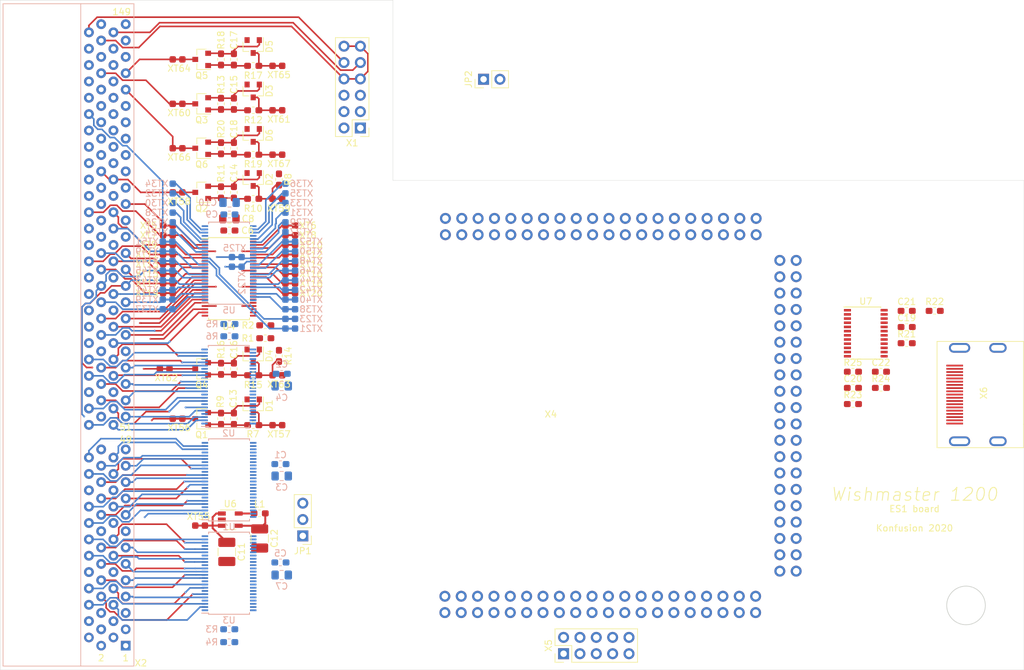
<source format=kicad_pcb>
(kicad_pcb (version 20171130) (host pcbnew 5.1.5-52549c5~84~ubuntu18.04.1)
  (layers (0 F.Cu signal) (1 In1.Cu signal) (2 In2.Cu signal) (31 B.Cu signal) (34 B.Paste user) (35 F.Paste user) (36 B.SilkS user) (37 F.SilkS user) (38 B.Mask user) (39 F.Mask user) (44 Edge.Cuts user))
  (net 0 "")
  (net 1 +3V3_BUFFER)
  (net 2 GND)
  (net 3 "Net-(C11-Pad1)")
  (net 4 +3V3_DC_DC)
  (net 5 "Net-(C13-Pad2)")
  (net 6 "Net-(C14-Pad2)")
  (net 7 "Net-(C15-Pad2)")
  (net 8 "Net-(C16-Pad2)")
  (net 9 "Net-(C17-Pad2)")
  (net 10 "Net-(C18-Pad2)")
  (net 11 "Net-(C19-Pad1)")
  (net 12 FPGA_VCC5V)
  (net 13 FPGA_VCC3V3)
  (net 14 "Net-(C22-Pad1)")
  (net 15 "Net-(D1-Pad1)")
  (net 16 "Net-(D2-Pad1)")
  (net 17 "Net-(D3-Pad1)")
  (net 18 "Net-(D4-Pad1)")
  (net 19 "Net-(D5-Pad1)")
  (net 20 "Net-(D6-Pad1)")
  (net 21 +5VDC)
  (net 22 "Net-(L1-Pad1)")
  (net 23 _HLT)
  (net 24 _BOSS)
  (net 25 _INT6)
  (net 26 _RST)
  (net 27 _INT2)
  (net 28 _OVR)
  (net 29 FPGA_D_BUFF_DIR)
  (net 30 _FPGA_D_BUFF_OE)
  (net 31 FPGA_A_BUFF_DIR)
  (net 32 _FPGA_A_BUFF_OE)
  (net 33 FPGA_INONLY_BUFF_DIR)
  (net 34 _FPGA_INONLY_BUFF_OE)
  (net 35 FPGA_HDMI_SCL)
  (net 36 FPGA_HDMI_SDA)
  (net 37 FPGA_HDMI_CT_HPD)
  (net 38 FPGA_HDMI_LS_OE)
  (net 39 FPGA_D31)
  (net 40 FPGA_D30)
  (net 41 FPGA_D29)
  (net 42 FPGA_D28)
  (net 43 FPGA_D27)
  (net 44 FPGA_D26)
  (net 45 FPGA_D25)
  (net 46 FPGA_D24)
  (net 47 FPGA_D23)
  (net 48 FPGA_D22)
  (net 49 FPGA_D21)
  (net 50 FPGA_D20)
  (net 51 FPGA_D19)
  (net 52 FPGA_D18)
  (net 53 FPGA_D17)
  (net 54 FPGA_D16)
  (net 55 D16)
  (net 56 D17)
  (net 57 D18)
  (net 58 D19)
  (net 59 D20)
  (net 60 D21)
  (net 61 D22)
  (net 62 D23)
  (net 63 D24)
  (net 64 D25)
  (net 65 D26)
  (net 66 D27)
  (net 67 D28)
  (net 68 D29)
  (net 69 D30)
  (net 70 D31)
  (net 71 FPGA_D15)
  (net 72 FPGA_D14)
  (net 73 FPGA_D13)
  (net 74 FPGA_D12)
  (net 75 FPGA_D11)
  (net 76 FPGA_D10)
  (net 77 FPGA_D9)
  (net 78 FPGA_D8)
  (net 79 FPGA_D7)
  (net 80 FPGA_D6)
  (net 81 FPGA_D5)
  (net 82 FPGA_D4)
  (net 83 FPGA_D3)
  (net 84 FPGA_D2)
  (net 85 FPGA_D1)
  (net 86 FPGA_D0)
  (net 87 D0)
  (net 88 D1)
  (net 89 D2)
  (net 90 D3)
  (net 91 D4)
  (net 92 D5)
  (net 93 D6)
  (net 94 D7)
  (net 95 D8)
  (net 96 D9)
  (net 97 D10)
  (net 98 D11)
  (net 99 D12)
  (net 100 D13)
  (net 101 D14)
  (net 102 D15)
  (net 103 FPGA_A23)
  (net 104 FPGA_A22)
  (net 105 FPGA_A21)
  (net 106 FPGA_A20)
  (net 107 FPGA_A19)
  (net 108 FPGA_A18)
  (net 109 FPGA_A17)
  (net 110 FPGA_A16)
  (net 111 FPGA_A15)
  (net 112 FPGA_A14)
  (net 113 FPGA_A13)
  (net 114 FPGA_A12)
  (net 115 FPGA_A11)
  (net 116 FPGA_A10)
  (net 117 FPGA_A9)
  (net 118 FPGA_A8)
  (net 119 A8)
  (net 120 A9)
  (net 121 A10)
  (net 122 A11)
  (net 123 A12)
  (net 124 A13)
  (net 125 A14)
  (net 126 A15)
  (net 127 A16)
  (net 128 A17)
  (net 129 A18)
  (net 130 A19)
  (net 131 A20)
  (net 132 A21)
  (net 133 A22)
  (net 134 A23)
  (net 135 FPGA_A7)
  (net 136 FPGA_A6)
  (net 137 FPGA_A5)
  (net 138 FPGA_A4)
  (net 139 FPGA_A3)
  (net 140 FPGA_A2)
  (net 141 FPGA_A1)
  (net 142 FPGA_A0)
  (net 143 A0)
  (net 144 A1)
  (net 145 A2)
  (net 146 A3)
  (net 147 A4)
  (net 148 A5)
  (net 149 A6)
  (net 150 A7)
  (net 151 "Net-(U5-Pad47)")
  (net 152 "Net-(U5-Pad46)")
  (net 153 "Net-(U5-Pad44)")
  (net 154 "Net-(U5-Pad43)")
  (net 155 "Net-(U5-Pad41)")
  (net 156 "Net-(U5-Pad40)")
  (net 157 "Net-(U5-Pad38)")
  (net 158 "Net-(U5-Pad37)")
  (net 159 "Net-(U5-Pad36)")
  (net 160 "Net-(U5-Pad35)")
  (net 161 "Net-(U5-Pad33)")
  (net 162 "Net-(U5-Pad32)")
  (net 163 "Net-(U5-Pad30)")
  (net 164 "Net-(U5-Pad29)")
  (net 165 "Net-(U5-Pad27)")
  (net 166 "Net-(U5-Pad26)")
  (net 167 "Net-(U5-Pad23)")
  (net 168 "Net-(U5-Pad22)")
  (net 169 "Net-(U5-Pad20)")
  (net 170 "Net-(U5-Pad19)")
  (net 171 "Net-(U5-Pad17)")
  (net 172 "Net-(U5-Pad16)")
  (net 173 "Net-(U5-Pad14)")
  (net 174 "Net-(U5-Pad13)")
  (net 175 "Net-(U5-Pad12)")
  (net 176 "Net-(U5-Pad11)")
  (net 177 "Net-(U5-Pad9)")
  (net 178 "Net-(U5-Pad8)")
  (net 179 "Net-(U5-Pad6)")
  (net 180 "Net-(U5-Pad5)")
  (net 181 "Net-(U5-Pad3)")
  (net 182 "Net-(U5-Pad2)")
  (net 183 FPGA_HDMI_D2+)
  (net 184 FPGA_HDMI_D2-)
  (net 185 FPGA_HDMI_D1+)
  (net 186 FPGA_HDMI_D1-)
  (net 187 FPGA_HDMI_D0+)
  (net 188 FPGA_HDMI_D0-)
  (net 189 FPGA_HDMI_CLK+)
  (net 190 FPGA_HDMI_CLK-)
  (net 191 "Net-(U7-Pad10)")
  (net 192 "Net-(U7-Pad9)")
  (net 193 "Net-(U7-Pad8)")
  (net 194 "Net-(U7-Pad7)")
  (net 195 FPGA_HDMI_HPD)
  (net 196 FPGA_HDMI_CEC)
  (net 197 AUDIO_GND)
  (net 198 AUDIO_RIGHT)
  (net 199 AUDIO_LEFT)
  (net 200 FPGA_AUD_SD)
  (net 201 FPGA_AUD_PWM_R)
  (net 202 FPGA_AUD_PWM_L)
  (net 203 "Net-(X2-Pad150)")
  (net 204 "Net-(X2-Pad149)")
  (net 205 "Net-(X2-Pad145)")
  (net 206 "Net-(X2-Pad144)")
  (net 207 "Net-(X2-Pad143)")
  (net 208 "Net-(X2-Pad142)")
  (net 209 "Net-(X2-Pad141)")
  (net 210 "Net-(X2-Pad136)")
  (net 211 "Net-(X2-Pad135)")
  (net 212 "Net-(X2-Pad134)")
  (net 213 "Net-(X2-Pad132)")
  (net 214 "Net-(X2-Pad131)")
  (net 215 _IOWR)
  (net 216 _IORD)
  (net 217 _KBRESET)
  (net 218 "Net-(X2-Pad127)")
  (net 219 "Net-(X2-Pad126)")
  (net 220 "Net-(X2-Pad125)")
  (net 221 "Net-(X2-Pad124)")
  (net 222 _RTCCS)
  (net 223 _SPARECS)
  (net 224 "Net-(X2-Pad121)")
  (net 225 _RESET)
  (net 226 CCKA)
  (net 227 "Net-(X2-Pad116)")
  (net 228 "Net-(X2-Pad115)")
  (net 229 "Net-(X2-Pad113)")
  (net 230 "Net-(X2-Pad112)")
  (net 231 "Net-(X2-Pad110)")
  (net 232 "Net-(X2-Pad109)")
  (net 233 "Net-(X2-Pad108)")
  (net 234 "Net-(X2-Pad107)")
  (net 235 "Net-(X2-Pad106)")
  (net 236 FC0)
  (net 237 FC1)
  (net 238 FC2)
  (net 239 E_CLOCK)
  (net 240 CPUCLK_A)
  (net 241 _DSACK0)
  (net 242 _DSACK1)
  (net 243 "Net-(X2-Pad96)")
  (net 244 "Net-(X2-Pad95)")
  (net 245 _BERR)
  (net 246 R_W)
  (net 247 _DS)
  (net 248 _AS)
  (net 249 SIZE0)
  (net 250 SIZE1)
  (net 251 "Net-(X2-Pad88)")
  (net 252 "Net-(X2-Pad87)")
  (net 253 "Net-(X2-Pad84)")
  (net 254 _IPL0)
  (net 255 _IPL1)
  (net 256 _IPL2)
  (net 257 "Net-(X2-Pad8)")
  (net 258 "Net-(X2-Pad7)")
  (net 259 "Net-(X2-Pad6)")
  (net 260 "Net-(X2-Pad5)")
  (net 261 "Net-(X2-Pad4)")
  (net 262 "Net-(X2-Pad3)")
  (net 263 "Net-(X2-Pad2)")
  (net 264 "Net-(X2-Pad1)")
  (net 265 _FPGA_DSACK0)
  (net 266 _FPGA_DSACK1)
  (net 267 _FPGA_HLT)
  (net 268 FPGA_FC0)
  (net 269 _FPGA_IPL0)
  (net 270 FPGA_FC1)
  (net 271 _FPGA_IPL1)
  (net 272 FPGA_FC2)
  (net 273 _FPGA_IPL2)
  (net 274 FPGA_R_W)
  (net 275 _FPGA_RST)
  (net 276 FPGA_SIZE0)
  (net 277 FPGA_CPUCLK_A)
  (net 278 FPGA_SIZE1)
  (net 279 FPGA_OC_HLT)
  (net 280 FPGA_OC_INT2)
  (net 281 FPGA_OC_INT6)
  (net 282 FPGA_OC_BOSS)
  (net 283 FPGA_OC_OVR)
  (net 284 FPGA_OC_RST)
  (net 285 _FPGA_DS)
  (net 286 _FPGA_BERR)
  (net 287 _FPGA_AS)
  (net 288 FPGA_PS_MIO9)
  (net 289 FPGA_PS_MIO14)
  (net 290 FPGA_PS_MIO11)
  (net 291 _FPGA_KBRESET)
  (net 292 FPGA_PS_MIO13)
  (net 293 FPGA_PS_MIO15)
  (net 294 FPGA_PS_MIO10)
  (net 295 FPGA_PS_MIO12)
  (net 296 "Net-(X6-Pad14)")
  (net 297 "Net-(U4-Pad47)")
  (net 298 "Net-(U4-Pad46)")
  (net 299 "Net-(U4-Pad44)")
  (net 300 "Net-(U4-Pad43)")
  (net 301 "Net-(U4-Pad41)")
  (net 302 "Net-(U4-Pad40)")
  (net 303 "Net-(U4-Pad38)")
  (net 304 "Net-(U4-Pad37)")
  (net 305 "Net-(U4-Pad12)")
  (net 306 "Net-(U4-Pad11)")
  (net 307 "Net-(U4-Pad9)")
  (net 308 "Net-(U4-Pad8)")
  (net 309 "Net-(U4-Pad6)")
  (net 310 "Net-(U4-Pad5)")
  (net 311 "Net-(U4-Pad3)")
  (net 312 "Net-(U4-Pad2)")
  (net 313 "Net-(Q1-Pad3)")
  (net 314 "Net-(Q2-Pad3)")
  (net 315 "Net-(Q3-Pad3)")
  (net 316 "Net-(Q4-Pad3)")
  (net 317 "Net-(Q5-Pad3)")
  (net 318 "Net-(Q6-Pad3)")
  (module Capacitor_SMD:C_0805_2012Metric_Pad1.15x1.40mm_HandSolder (layer B.Cu) (at 125.625 77.425)
    (fp_text reference C10 (at -3.4 0) (layer B.SilkS) (effects (justify mirror)))
    (fp_text value "1uF 35V")
    (pad 2 smd roundrect (at 1.025 0) (size 1.15 1.4) (layers B.Cu B.Paste B.Mask) (roundrect_rratio 0.217391) (net 1 +3V3_BUFFER))
    (pad 1 smd roundrect (at -1.025 0) (size 1.15 1.4) (layers B.Cu B.Paste B.Mask) (roundrect_rratio 0.217391) (net 2 GND))
  )
  (module Capacitor_SMD:C_0805_2012Metric_Pad1.15x1.40mm_HandSolder (layer F.Cu) (at 125.6 79.95)
    (fp_text reference C8 (at 2.9 0) (layer F.SilkS))
    (fp_text value "1uF 35V")
    (pad 2 smd roundrect (at 1.025 0) (size 1.15 1.4) (layers F.Cu F.Paste F.Mask) (roundrect_rratio 0.217391) (net 1 +3V3_BUFFER))
    (pad 1 smd roundrect (at -1.025 0) (size 1.15 1.4) (layers F.Cu F.Paste F.Mask) (roundrect_rratio 0.217391) (net 2 GND))
  )
  (module Capacitor_SMD:C_0805_2012Metric_Pad1.15x1.40mm_HandSolder (layer B.Cu) (at 133.725 135.275 180)
    (fp_text reference C7 (at 0 -1.75) (layer B.SilkS) (effects (justify mirror)))
    (fp_text value "1uF 35V")
    (pad 2 smd roundrect (at 1.025 0 180) (size 1.15 1.4) (layers B.Cu B.Paste B.Mask) (roundrect_rratio 0.217391) (net 1 +3V3_BUFFER))
    (pad 1 smd roundrect (at -1.025 0 180) (size 1.15 1.4) (layers B.Cu B.Paste B.Mask) (roundrect_rratio 0.217391) (net 2 GND))
  )
  (module Capacitor_SMD:C_0805_2012Metric_Pad1.15x1.40mm_HandSolder (layer B.Cu) (at 133.725 105.925 180)
    (fp_text reference C4 (at 0 -1.8) (layer B.SilkS) (effects (justify mirror)))
    (fp_text value "1uF 35V")
    (pad 2 smd roundrect (at 1.025 0 180) (size 1.15 1.4) (layers B.Cu B.Paste B.Mask) (roundrect_rratio 0.217391) (net 1 +3V3_BUFFER))
    (pad 1 smd roundrect (at -1.025 0 180) (size 1.15 1.4) (layers B.Cu B.Paste B.Mask) (roundrect_rratio 0.217391) (net 2 GND))
  )
  (module Capacitor_SMD:C_0805_2012Metric_Pad1.15x1.40mm_HandSolder (layer B.Cu) (at 133.725 119.9 180)
    (fp_text reference C3 (at 0 -1.75) (layer B.SilkS) (effects (justify mirror)))
    (fp_text value "1uF 35V")
    (pad 2 smd roundrect (at 1.025 0 180) (size 1.15 1.4) (layers B.Cu B.Paste B.Mask) (roundrect_rratio 0.217391) (net 1 +3V3_BUFFER))
    (pad 1 smd roundrect (at -1.025 0 180) (size 1.15 1.4) (layers B.Cu B.Paste B.Mask) (roundrect_rratio 0.217391) (net 2 GND))
  )
  (module Connector_PinHeader_2.54mm:PinHeader_2x06_P2.54mm_Vertical (layer F.Cu) (at 145.94 65.85 180)
    (fp_text reference X1 (at 1.27 -2.33) (layer F.SilkS))
    (fp_text value audio_expansion)
    (pad 12 thru_hole oval (at 2.54 12.7 180) (size 1.7 1.7) (drill 1) (layers *.Cu *.Mask) (net 197 AUDIO_GND))
    (pad 11 thru_hole oval (at 0 12.7 180) (size 1.7 1.7) (drill 1) (layers *.Cu *.Mask) (net 197 AUDIO_GND))
    (pad 10 thru_hole oval (at 2.54 10.16 180) (size 1.7 1.7) (drill 1) (layers *.Cu *.Mask) (net 198 AUDIO_RIGHT))
    (pad 9 thru_hole oval (at 0 10.16 180) (size 1.7 1.7) (drill 1) (layers *.Cu *.Mask) (net 199 AUDIO_LEFT))
    (pad 8 thru_hole oval (at 2.54 7.62 180) (size 1.7 1.7) (drill 1) (layers *.Cu *.Mask) (net 197 AUDIO_GND))
    (pad 7 thru_hole oval (at 0 7.62 180) (size 1.7 1.7) (drill 1) (layers *.Cu *.Mask) (net 197 AUDIO_GND))
    (pad 6 thru_hole oval (at 2.54 5.08 180) (size 1.7 1.7) (drill 1) (layers *.Cu *.Mask) (net 2 GND))
    (pad 5 thru_hole oval (at 0 5.08 180) (size 1.7 1.7) (drill 1) (layers *.Cu *.Mask) (net 200 FPGA_AUD_SD))
    (pad 4 thru_hole oval (at 2.54 2.54 180) (size 1.7 1.7) (drill 1) (layers *.Cu *.Mask) (net 201 FPGA_AUD_PWM_R))
    (pad 3 thru_hole oval (at 0 2.54 180) (size 1.7 1.7) (drill 1) (layers *.Cu *.Mask) (net 202 FPGA_AUD_PWM_L))
    (pad 2 thru_hole oval (at 2.54 0 180) (size 1.7 1.7) (drill 1) (layers *.Cu *.Mask) (net 2 GND))
    (pad 1 thru_hole rect (at 0 0 180) (size 1.7 1.7) (drill 1) (layers *.Cu *.Mask) (net 13 FPGA_VCC3V3))
  )
  (module Package_SO:TSSOP-48_6.1x12.5mm_P0.5mm (layer B.Cu) (at 125.5 106)
    (fp_text reference U2 (at 0 7.25) (layer B.SilkS) (effects (justify mirror)))
    (fp_text value 74LVCH162245A)
    (pad 48 smd rect (at 3.75 5.75) (size 1 0.285) (layers B.Cu B.Paste B.Mask) (net 30 _FPGA_D_BUFF_OE))
    (pad 47 smd rect (at 3.75 5.25) (size 1 0.285) (layers B.Cu B.Paste B.Mask) (net 47 FPGA_D23))
    (pad 46 smd rect (at 3.75 4.75) (size 1 0.285) (layers B.Cu B.Paste B.Mask) (net 48 FPGA_D22))
    (pad 45 smd rect (at 3.75 4.25) (size 1 0.285) (layers B.Cu B.Paste B.Mask) (net 2 GND))
    (pad 44 smd rect (at 3.75 3.75) (size 1 0.285) (layers B.Cu B.Paste B.Mask) (net 49 FPGA_D21))
    (pad 43 smd rect (at 3.75 3.25) (size 1 0.285) (layers B.Cu B.Paste B.Mask) (net 50 FPGA_D20))
    (pad 42 smd rect (at 3.75 2.75) (size 1 0.285) (layers B.Cu B.Paste B.Mask) (net 1 +3V3_BUFFER))
    (pad 41 smd rect (at 3.75 2.25) (size 1 0.285) (layers B.Cu B.Paste B.Mask) (net 51 FPGA_D19))
    (pad 40 smd rect (at 3.75 1.75) (size 1 0.285) (layers B.Cu B.Paste B.Mask) (net 52 FPGA_D18))
    (pad 39 smd rect (at 3.75 1.25) (size 1 0.285) (layers B.Cu B.Paste B.Mask) (net 2 GND))
    (pad 38 smd rect (at 3.75 0.75) (size 1 0.285) (layers B.Cu B.Paste B.Mask) (net 53 FPGA_D17))
    (pad 37 smd rect (at 3.75 0.25) (size 1 0.285) (layers B.Cu B.Paste B.Mask) (net 54 FPGA_D16))
    (pad 36 smd rect (at 3.75 -0.25) (size 1 0.285) (layers B.Cu B.Paste B.Mask) (net 71 FPGA_D15))
    (pad 35 smd rect (at 3.75 -0.75) (size 1 0.285) (layers B.Cu B.Paste B.Mask) (net 72 FPGA_D14))
    (pad 34 smd rect (at 3.75 -1.25) (size 1 0.285) (layers B.Cu B.Paste B.Mask) (net 2 GND))
    (pad 33 smd rect (at 3.75 -1.75) (size 1 0.285) (layers B.Cu B.Paste B.Mask) (net 73 FPGA_D13))
    (pad 32 smd rect (at 3.75 -2.25) (size 1 0.285) (layers B.Cu B.Paste B.Mask) (net 74 FPGA_D12))
    (pad 31 smd rect (at 3.75 -2.75) (size 1 0.285) (layers B.Cu B.Paste B.Mask) (net 1 +3V3_BUFFER))
    (pad 30 smd rect (at 3.75 -3.25) (size 1 0.285) (layers B.Cu B.Paste B.Mask) (net 75 FPGA_D11))
    (pad 29 smd rect (at 3.75 -3.75) (size 1 0.285) (layers B.Cu B.Paste B.Mask) (net 76 FPGA_D10))
    (pad 28 smd rect (at 3.75 -4.25) (size 1 0.285) (layers B.Cu B.Paste B.Mask) (net 2 GND))
    (pad 27 smd rect (at 3.75 -4.75) (size 1 0.285) (layers B.Cu B.Paste B.Mask) (net 77 FPGA_D9))
    (pad 26 smd rect (at 3.75 -5.25) (size 1 0.285) (layers B.Cu B.Paste B.Mask) (net 78 FPGA_D8))
    (pad 25 smd rect (at 3.75 -5.75) (size 1 0.285) (layers B.Cu B.Paste B.Mask) (net 30 _FPGA_D_BUFF_OE))
    (pad 24 smd rect (at -3.75 -5.75) (size 1 0.285) (layers B.Cu B.Paste B.Mask) (net 29 FPGA_D_BUFF_DIR))
    (pad 23 smd rect (at -3.75 -5.25) (size 1 0.285) (layers B.Cu B.Paste B.Mask) (net 95 D8))
    (pad 22 smd rect (at -3.75 -4.75) (size 1 0.285) (layers B.Cu B.Paste B.Mask) (net 96 D9))
    (pad 21 smd rect (at -3.75 -4.25) (size 1 0.285) (layers B.Cu B.Paste B.Mask) (net 2 GND))
    (pad 20 smd rect (at -3.75 -3.75) (size 1 0.285) (layers B.Cu B.Paste B.Mask) (net 97 D10))
    (pad 19 smd rect (at -3.75 -3.25) (size 1 0.285) (layers B.Cu B.Paste B.Mask) (net 98 D11))
    (pad 18 smd rect (at -3.75 -2.75) (size 1 0.285) (layers B.Cu B.Paste B.Mask) (net 1 +3V3_BUFFER))
    (pad 17 smd rect (at -3.75 -2.25) (size 1 0.285) (layers B.Cu B.Paste B.Mask) (net 99 D12))
    (pad 16 smd rect (at -3.75 -1.75) (size 1 0.285) (layers B.Cu B.Paste B.Mask) (net 100 D13))
    (pad 15 smd rect (at -3.75 -1.25) (size 1 0.285) (layers B.Cu B.Paste B.Mask) (net 2 GND))
    (pad 14 smd rect (at -3.75 -0.75) (size 1 0.285) (layers B.Cu B.Paste B.Mask) (net 101 D14))
    (pad 13 smd rect (at -3.75 -0.25) (size 1 0.285) (layers B.Cu B.Paste B.Mask) (net 102 D15))
    (pad 12 smd rect (at -3.75 0.25) (size 1 0.285) (layers B.Cu B.Paste B.Mask) (net 55 D16))
    (pad 11 smd rect (at -3.75 0.75) (size 1 0.285) (layers B.Cu B.Paste B.Mask) (net 56 D17))
    (pad 10 smd rect (at -3.75 1.25) (size 1 0.285) (layers B.Cu B.Paste B.Mask) (net 2 GND))
    (pad 9 smd rect (at -3.75 1.75) (size 1 0.285) (layers B.Cu B.Paste B.Mask) (net 57 D18))
    (pad 8 smd rect (at -3.75 2.25) (size 1 0.285) (layers B.Cu B.Paste B.Mask) (net 58 D19))
    (pad 7 smd rect (at -3.75 2.75) (size 1 0.285) (layers B.Cu B.Paste B.Mask) (net 1 +3V3_BUFFER))
    (pad 6 smd rect (at -3.75 3.25) (size 1 0.285) (layers B.Cu B.Paste B.Mask) (net 59 D20))
    (pad 5 smd rect (at -3.75 3.75) (size 1 0.285) (layers B.Cu B.Paste B.Mask) (net 60 D21))
    (pad 4 smd rect (at -3.75 4.25) (size 1 0.285) (layers B.Cu B.Paste B.Mask) (net 2 GND))
    (pad 3 smd rect (at -3.75 4.75) (size 1 0.285) (layers B.Cu B.Paste B.Mask) (net 61 D22))
    (pad 2 smd rect (at -3.75 5.25) (size 1 0.285) (layers B.Cu B.Paste B.Mask) (net 62 D23))
    (pad 1 smd rect (at -3.75 5.75) (size 1 0.285) (layers B.Cu B.Paste B.Mask) (net 29 FPGA_D_BUFF_DIR))
  )
  (module Connector_PinHeader_2.54mm:PinHeader_1x02_P2.54mm_Vertical (layer F.Cu) (at 165.075001 58.284999 90)
    (fp_text reference JP2 (at 0 -2.33 90) (layer F.SilkS))
    (fp_text value Jumper)
    (pad 2 thru_hole oval (at 0 2.54 90) (size 1.7 1.7) (drill 1) (layers *.Cu *.Mask) (net 12 FPGA_VCC5V))
    (pad 1 thru_hole rect (at 0 0 90) (size 1.7 1.7) (drill 1) (layers *.Cu *.Mask) (net 21 +5VDC))
  )
  (module Connector_PinHeader_2.54mm:PinHeader_1x03_P2.54mm_Vertical (layer F.Cu) (at 137 129.2 180)
    (fp_text reference JP1 (at 0 -2.33) (layer F.SilkS))
    (fp_text value Jumper_NC_Dual)
    (pad 3 thru_hole oval (at 0 5.08 180) (size 1.7 1.7) (drill 1) (layers *.Cu *.Mask) (net 13 FPGA_VCC3V3))
    (pad 2 thru_hole oval (at 0 2.54 180) (size 1.7 1.7) (drill 1) (layers *.Cu *.Mask) (net 1 +3V3_BUFFER))
    (pad 1 thru_hole rect (at 0 0 180) (size 1.7 1.7) (drill 1) (layers *.Cu *.Mask) (net 4 +3V3_DC_DC))
  )
  (module WM1200:testpoint_cutline (layer F.Cu) (at 133.3 71.905 180)
    (fp_text reference XT67 (at 0 0.5) (layer F.SilkS))
    (fp_text value testpoint_cutline)
    (fp_line (start 0 1.905) (end 0.508 1.905) (layer F.Cu) (width 0.3))
    (pad 2 smd roundrect (at 1 1.905 180) (size 1 1) (layers F.Cu F.Paste F.Mask) (net 20 "Net-(D6-Pad1)"))
    (pad 1 smd roundrect (at -0.5 1.905 180) (size 1 1) (layers F.Cu F.Paste F.Mask) (net 283 FPGA_OC_OVR))
  )
  (module WM1200:testpoint_cutline (layer F.Cu) (at 117.8 70.905 180)
    (fp_text reference XT66 (at 0 0.5) (layer F.SilkS))
    (fp_text value testpoint_cutline)
    (fp_line (start 0 1.905) (end 0.508 1.905) (layer F.Cu) (width 0.3))
    (pad 2 smd roundrect (at 1 1.905 180) (size 1 1) (layers F.Cu F.Paste F.Mask) (net 28 _OVR))
    (pad 1 smd roundrect (at -0.5 1.905 180) (size 1 1) (layers F.Cu F.Paste F.Mask) (net 318 "Net-(Q6-Pad3)"))
  )
  (module WM1200:testpoint_cutline (layer F.Cu) (at 133.3 58.105 180)
    (fp_text reference XT65 (at 0 0.5) (layer F.SilkS))
    (fp_text value testpoint_cutline)
    (fp_line (start 0 1.905) (end 0.508 1.905) (layer F.Cu) (width 0.3))
    (pad 2 smd roundrect (at 1 1.905 180) (size 1 1) (layers F.Cu F.Paste F.Mask) (net 19 "Net-(D5-Pad1)"))
    (pad 1 smd roundrect (at -0.5 1.905 180) (size 1 1) (layers F.Cu F.Paste F.Mask) (net 280 FPGA_OC_INT2))
  )
  (module WM1200:testpoint_cutline (layer F.Cu) (at 117.8 57.105 180)
    (fp_text reference XT64 (at 0 0.5) (layer F.SilkS))
    (fp_text value testpoint_cutline)
    (fp_line (start 0 1.905) (end 0.508 1.905) (layer F.Cu) (width 0.3))
    (pad 2 smd roundrect (at 1 1.905 180) (size 1 1) (layers F.Cu F.Paste F.Mask) (net 27 _INT2))
    (pad 1 smd roundrect (at -0.5 1.905 180) (size 1 1) (layers F.Cu F.Paste F.Mask) (net 317 "Net-(Q5-Pad3)"))
  )
  (module WM1200:testpoint_cutline (layer F.Cu) (at 133.3 106.155 180)
    (fp_text reference XT63 (at 0 0.5) (layer F.SilkS))
    (fp_text value testpoint_cutline)
    (fp_line (start 0 1.905) (end 0.508 1.905) (layer F.Cu) (width 0.3))
    (pad 2 smd roundrect (at 1 1.905 180) (size 1 1) (layers F.Cu F.Paste F.Mask) (net 18 "Net-(D4-Pad1)"))
    (pad 1 smd roundrect (at -0.5 1.905 180) (size 1 1) (layers F.Cu F.Paste F.Mask) (net 284 FPGA_OC_RST))
  )
  (module WM1200:testpoint_cutline (layer F.Cu) (at 115.8 105.155 180)
    (fp_text reference XT62 (at 0 0.5) (layer F.SilkS))
    (fp_text value testpoint_cutline)
    (fp_line (start 0 1.905) (end 0.508 1.905) (layer F.Cu) (width 0.3))
    (pad 2 smd roundrect (at 1 1.905 180) (size 1 1) (layers F.Cu F.Paste F.Mask) (net 26 _RST))
    (pad 1 smd roundrect (at -0.5 1.905 180) (size 1 1) (layers F.Cu F.Paste F.Mask) (net 316 "Net-(Q4-Pad3)"))
  )
  (module WM1200:testpoint_cutline (layer F.Cu) (at 133.3 65.005 180)
    (fp_text reference XT61 (at 0 0.5) (layer F.SilkS))
    (fp_text value testpoint_cutline)
    (fp_line (start 0 1.905) (end 0.508 1.905) (layer F.Cu) (width 0.3))
    (pad 2 smd roundrect (at 1 1.905 180) (size 1 1) (layers F.Cu F.Paste F.Mask) (net 17 "Net-(D3-Pad1)"))
    (pad 1 smd roundrect (at -0.5 1.905 180) (size 1 1) (layers F.Cu F.Paste F.Mask) (net 281 FPGA_OC_INT6))
  )
  (module WM1200:testpoint_cutline (layer F.Cu) (at 117.8 64.005 180)
    (fp_text reference XT60 (at 0 0.5) (layer F.SilkS))
    (fp_text value testpoint_cutline)
    (fp_line (start 0 1.905) (end 0.508 1.905) (layer F.Cu) (width 0.3))
    (pad 2 smd roundrect (at 1 1.905 180) (size 1 1) (layers F.Cu F.Paste F.Mask) (net 25 _INT6))
    (pad 1 smd roundrect (at -0.5 1.905 180) (size 1 1) (layers F.Cu F.Paste F.Mask) (net 315 "Net-(Q3-Pad3)"))
  )
  (module WM1200:testpoint_cutline (layer F.Cu) (at 133.3 78.755 180)
    (fp_text reference XT59 (at 0 0.405) (layer F.SilkS))
    (fp_text value testpoint_cutline)
    (fp_line (start 0 1.905) (end 0.508 1.905) (layer F.Cu) (width 0.3))
    (pad 2 smd roundrect (at 1 1.905 180) (size 1 1) (layers F.Cu F.Paste F.Mask) (net 16 "Net-(D2-Pad1)"))
    (pad 1 smd roundrect (at -0.5 1.905 180) (size 1 1) (layers F.Cu F.Paste F.Mask) (net 282 FPGA_OC_BOSS))
  )
  (module WM1200:testpoint_cutline (layer F.Cu) (at 117.8 77.755 180)
    (fp_text reference XT58 (at 0 0.5) (layer F.SilkS))
    (fp_text value testpoint_cutline)
    (fp_line (start 0 1.905) (end 0.508 1.905) (layer F.Cu) (width 0.3))
    (pad 2 smd roundrect (at 1 1.905 180) (size 1 1) (layers F.Cu F.Paste F.Mask) (net 24 _BOSS))
    (pad 1 smd roundrect (at -0.5 1.905 180) (size 1 1) (layers F.Cu F.Paste F.Mask) (net 314 "Net-(Q2-Pad3)"))
  )
  (module WM1200:testpoint_cutline (layer F.Cu) (at 133.3 113.905 180)
    (fp_text reference XT57 (at 0 0.5) (layer F.SilkS))
    (fp_text value testpoint_cutline)
    (fp_line (start 0 1.905) (end 0.508 1.905) (layer F.Cu) (width 0.3))
    (pad 2 smd roundrect (at 1 1.905 180) (size 1 1) (layers F.Cu F.Paste F.Mask) (net 15 "Net-(D1-Pad1)"))
    (pad 1 smd roundrect (at -0.5 1.905 180) (size 1 1) (layers F.Cu F.Paste F.Mask) (net 279 FPGA_OC_HLT))
  )
  (module WM1200:testpoint_cutline (layer F.Cu) (at 117.8 112.905 180)
    (fp_text reference XT56 (at 0 0.5) (layer F.SilkS))
    (fp_text value testpoint_cutline)
    (fp_line (start 0 1.905) (end 0.508 1.905) (layer F.Cu) (width 0.3))
    (pad 2 smd roundrect (at 1 1.905 180) (size 1 1) (layers F.Cu F.Paste F.Mask) (net 23 _HLT))
    (pad 1 smd roundrect (at -0.5 1.905 180) (size 1 1) (layers F.Cu F.Paste F.Mask) (net 313 "Net-(Q1-Pad3)"))
  )
  (module WM1200:testpoint_cutline (layer F.Cu) (at 120.8 125.695)
    (fp_text reference XT55 (at 0 0.5) (layer F.SilkS))
    (fp_text value testpoint_cutline)
    (fp_line (start 0 1.905) (end 0.508 1.905) (layer F.Cu) (width 0.3))
    (pad 2 smd roundrect (at 1 1.905) (size 1 1) (layers F.Cu F.Paste F.Mask) (net 3 "Net-(C11-Pad1)"))
    (pad 1 smd roundrect (at -0.5 1.905) (size 1 1) (layers F.Cu F.Paste F.Mask) (net 21 +5VDC))
  )
  (module WM1200:testpoint_cutline (layer B.Cu) (at 134.8 85.405)
    (fp_text reference XT52 (at 3.5 -1.905) (layer B.SilkS) (effects (justify mirror)))
    (fp_text value testpoint_cutline)
    (fp_line (start 0 -1.905) (end 0.508 -1.905) (layer B.Cu) (width 0.3))
    (pad 2 smd roundrect (at 1 -1.905) (size 1 1) (layers B.Cu B.Paste B.Mask) (net 291 _FPGA_KBRESET))
    (pad 1 smd roundrect (at -0.5 -1.905) (size 1 1) (layers B.Cu B.Paste B.Mask) (net 158 "Net-(U5-Pad37)"))
  )
  (module WM1200:testpoint_cutline (layer B.Cu) (at 115.75 85.405)
    (fp_text reference XT51 (at -2.95 -1.905) (layer B.SilkS) (effects (justify mirror)))
    (fp_text value testpoint_cutline)
    (fp_line (start 0 -1.905) (end 0.508 -1.905) (layer B.Cu) (width 0.3))
    (pad 2 smd roundrect (at 1 -1.905) (size 1 1) (layers B.Cu B.Paste B.Mask) (net 175 "Net-(U5-Pad12)"))
    (pad 1 smd roundrect (at -0.5 -1.905) (size 1 1) (layers B.Cu B.Paste B.Mask) (net 217 _KBRESET))
  )
  (module WM1200:testpoint_cutline (layer B.Cu) (at 134.8 86.905)
    (fp_text reference XT50 (at 3.5 -1.905) (layer B.SilkS) (effects (justify mirror)))
    (fp_text value testpoint_cutline)
    (fp_line (start 0 -1.905) (end 0.508 -1.905) (layer B.Cu) (width 0.3))
    (pad 2 smd roundrect (at 1 -1.905) (size 1 1) (layers B.Cu B.Paste B.Mask) (net 277 FPGA_CPUCLK_A))
    (pad 1 smd roundrect (at -0.5 -1.905) (size 1 1) (layers B.Cu B.Paste B.Mask) (net 157 "Net-(U5-Pad38)"))
  )
  (module WM1200:testpoint_cutline (layer B.Cu) (at 115.75 86.905)
    (fp_text reference XT49 (at -2.95 -1.905) (layer B.SilkS) (effects (justify mirror)))
    (fp_text value testpoint_cutline)
    (fp_line (start 0 -1.905) (end 0.508 -1.905) (layer B.Cu) (width 0.3))
    (pad 2 smd roundrect (at 1 -1.905) (size 1 1) (layers B.Cu B.Paste B.Mask) (net 176 "Net-(U5-Pad11)"))
    (pad 1 smd roundrect (at -0.5 -1.905) (size 1 1) (layers B.Cu B.Paste B.Mask) (net 240 CPUCLK_A))
  )
  (module WM1200:testpoint_cutline (layer B.Cu) (at 134.8 88.405)
    (fp_text reference XT48 (at 3.5 -1.905) (layer B.SilkS) (effects (justify mirror)))
    (fp_text value testpoint_cutline)
    (fp_line (start 0 -1.905) (end 0.508 -1.905) (layer B.Cu) (width 0.3))
    (pad 2 smd roundrect (at 1 -1.905) (size 1 1) (layers B.Cu B.Paste B.Mask) (net 286 _FPGA_BERR))
    (pad 1 smd roundrect (at -0.5 -1.905) (size 1 1) (layers B.Cu B.Paste B.Mask) (net 156 "Net-(U5-Pad40)"))
  )
  (module WM1200:testpoint_cutline (layer B.Cu) (at 115.75 88.405)
    (fp_text reference XT47 (at -2.95 -1.905) (layer B.SilkS) (effects (justify mirror)))
    (fp_text value testpoint_cutline)
    (fp_line (start 0 -1.905) (end 0.508 -1.905) (layer B.Cu) (width 0.3))
    (pad 2 smd roundrect (at 1 -1.905) (size 1 1) (layers B.Cu B.Paste B.Mask) (net 177 "Net-(U5-Pad9)"))
    (pad 1 smd roundrect (at -0.5 -1.905) (size 1 1) (layers B.Cu B.Paste B.Mask) (net 245 _BERR))
  )
  (module WM1200:testpoint_cutline (layer B.Cu) (at 134.8 89.905)
    (fp_text reference XT46 (at 3.5 -1.905) (layer B.SilkS) (effects (justify mirror)))
    (fp_text value testpoint_cutline)
    (fp_line (start 0 -1.905) (end 0.508 -1.905) (layer B.Cu) (width 0.3))
    (pad 2 smd roundrect (at 1 -1.905) (size 1 1) (layers B.Cu B.Paste B.Mask) (net 267 _FPGA_HLT))
    (pad 1 smd roundrect (at -0.5 -1.905) (size 1 1) (layers B.Cu B.Paste B.Mask) (net 155 "Net-(U5-Pad41)"))
  )
  (module WM1200:testpoint_cutline (layer B.Cu) (at 115.75 89.905)
    (fp_text reference XT45 (at -2.95 -1.905) (layer B.SilkS) (effects (justify mirror)))
    (fp_text value testpoint_cutline)
    (fp_line (start 0 -1.905) (end 0.508 -1.905) (layer B.Cu) (width 0.3))
    (pad 2 smd roundrect (at 1 -1.905) (size 1 1) (layers B.Cu B.Paste B.Mask) (net 178 "Net-(U5-Pad8)"))
    (pad 1 smd roundrect (at -0.5 -1.905) (size 1 1) (layers B.Cu B.Paste B.Mask) (net 23 _HLT))
  )
  (module WM1200:testpoint_cutline (layer B.Cu) (at 134.8 91.405)
    (fp_text reference XT44 (at 3.5 -1.905) (layer B.SilkS) (effects (justify mirror)))
    (fp_text value testpoint_cutline)
    (fp_line (start 0 -1.905) (end 0.508 -1.905) (layer B.Cu) (width 0.3))
    (pad 2 smd roundrect (at 1 -1.905) (size 1 1) (layers B.Cu B.Paste B.Mask) (net 275 _FPGA_RST))
    (pad 1 smd roundrect (at -0.5 -1.905) (size 1 1) (layers B.Cu B.Paste B.Mask) (net 154 "Net-(U5-Pad43)"))
  )
  (module WM1200:testpoint_cutline (layer B.Cu) (at 115.75 91.405)
    (fp_text reference XT43 (at -2.95 -1.905) (layer B.SilkS) (effects (justify mirror)))
    (fp_text value testpoint_cutline)
    (fp_line (start 0 -1.905) (end 0.508 -1.905) (layer B.Cu) (width 0.3))
    (pad 2 smd roundrect (at 1 -1.905) (size 1 1) (layers B.Cu B.Paste B.Mask) (net 179 "Net-(U5-Pad6)"))
    (pad 1 smd roundrect (at -0.5 -1.905) (size 1 1) (layers B.Cu B.Paste B.Mask) (net 26 _RST))
  )
  (module WM1200:testpoint_cutline (layer B.Cu) (at 134.8 92.905)
    (fp_text reference XT42 (at 3.5 -1.905) (layer B.SilkS) (effects (justify mirror)))
    (fp_text value testpoint_cutline)
    (fp_line (start 0 -1.905) (end 0.508 -1.905) (layer B.Cu) (width 0.3))
    (pad 2 smd roundrect (at 1 -1.905) (size 1 1) (layers B.Cu B.Paste B.Mask) (net 269 _FPGA_IPL0))
    (pad 1 smd roundrect (at -0.5 -1.905) (size 1 1) (layers B.Cu B.Paste B.Mask) (net 153 "Net-(U5-Pad44)"))
  )
  (module WM1200:testpoint_cutline (layer B.Cu) (at 115.75 92.905)
    (fp_text reference XT41 (at -2.95 -1.905) (layer B.SilkS) (effects (justify mirror)))
    (fp_text value testpoint_cutline)
    (fp_line (start 0 -1.905) (end 0.508 -1.905) (layer B.Cu) (width 0.3))
    (pad 2 smd roundrect (at 1 -1.905) (size 1 1) (layers B.Cu B.Paste B.Mask) (net 180 "Net-(U5-Pad5)"))
    (pad 1 smd roundrect (at -0.5 -1.905) (size 1 1) (layers B.Cu B.Paste B.Mask) (net 254 _IPL0))
  )
  (module WM1200:testpoint_cutline (layer B.Cu) (at 134.8 94.405)
    (fp_text reference XT40 (at 3.5 -1.905) (layer B.SilkS) (effects (justify mirror)))
    (fp_text value testpoint_cutline)
    (fp_line (start 0 -1.905) (end 0.508 -1.905) (layer B.Cu) (width 0.3))
    (pad 2 smd roundrect (at 1 -1.905) (size 1 1) (layers B.Cu B.Paste B.Mask) (net 273 _FPGA_IPL2))
    (pad 1 smd roundrect (at -0.5 -1.905) (size 1 1) (layers B.Cu B.Paste B.Mask) (net 152 "Net-(U5-Pad46)"))
  )
  (module WM1200:testpoint_cutline (layer B.Cu) (at 115.75 94.405)
    (fp_text reference XT39 (at -2.95 -1.905) (layer B.SilkS) (effects (justify mirror)))
    (fp_text value testpoint_cutline)
    (fp_line (start 0 -1.905) (end 0.508 -1.905) (layer B.Cu) (width 0.3))
    (pad 2 smd roundrect (at 1 -1.905) (size 1 1) (layers B.Cu B.Paste B.Mask) (net 181 "Net-(U5-Pad3)"))
    (pad 1 smd roundrect (at -0.5 -1.905) (size 1 1) (layers B.Cu B.Paste B.Mask) (net 256 _IPL2))
  )
  (module WM1200:testpoint_cutline (layer B.Cu) (at 134.8 95.905)
    (fp_text reference XT38 (at 3.5 -1.905) (layer B.SilkS) (effects (justify mirror)))
    (fp_text value testpoint_cutline)
    (fp_line (start 0 -1.905) (end 0.508 -1.905) (layer B.Cu) (width 0.3))
    (pad 2 smd roundrect (at 1 -1.905) (size 1 1) (layers B.Cu B.Paste B.Mask) (net 271 _FPGA_IPL1))
    (pad 1 smd roundrect (at -0.5 -1.905) (size 1 1) (layers B.Cu B.Paste B.Mask) (net 151 "Net-(U5-Pad47)"))
  )
  (module WM1200:testpoint_cutline (layer B.Cu) (at 115.75 95.905)
    (fp_text reference XT37 (at -2.95 -1.905) (layer B.SilkS) (effects (justify mirror)))
    (fp_text value testpoint_cutline)
    (fp_line (start 0 -1.905) (end 0.508 -1.905) (layer B.Cu) (width 0.3))
    (pad 2 smd roundrect (at 1 -1.905) (size 1 1) (layers B.Cu B.Paste B.Mask) (net 182 "Net-(U5-Pad2)"))
    (pad 1 smd roundrect (at -0.5 -1.905) (size 1 1) (layers B.Cu B.Paste B.Mask) (net 255 _IPL1))
  )
  (module WM1200:testpoint (layer B.Cu) (at 134.3 74.5)
    (fp_text reference XT36 (at 2.5 0) (layer B.SilkS) (effects (justify mirror)))
    (fp_text value testpoint)
    (pad 1 smd roundrect (at 0 0) (size 1 1) (layers B.Cu B.Paste B.Mask) (net 166 "Net-(U5-Pad26)"))
  )
  (module WM1200:testpoint (layer B.Cu) (at 134.3 76)
    (fp_text reference XT35 (at 2.5 0) (layer B.SilkS) (effects (justify mirror)))
    (fp_text value testpoint)
    (pad 1 smd roundrect (at 0 0) (size 1 1) (layers B.Cu B.Paste B.Mask) (net 165 "Net-(U5-Pad27)"))
  )
  (module WM1200:testpoint (layer B.Cu) (at 116.8 74.5 90)
    (fp_text reference XT34 (at 0 -2.5 180) (layer B.SilkS) (effects (justify mirror)))
    (fp_text value testpoint)
    (pad 1 smd roundrect (at 0 0 90) (size 1 1) (layers B.Cu B.Paste B.Mask) (net 167 "Net-(U5-Pad23)"))
  )
  (module WM1200:testpoint (layer B.Cu) (at 134.3 77.5)
    (fp_text reference XT33 (at 2.5 0) (layer B.SilkS) (effects (justify mirror)))
    (fp_text value testpoint)
    (pad 1 smd roundrect (at 0 0) (size 1 1) (layers B.Cu B.Paste B.Mask) (net 164 "Net-(U5-Pad29)"))
  )
  (module WM1200:testpoint (layer B.Cu) (at 116.8 76)
    (fp_text reference XT32 (at -2.5 0 180) (layer B.SilkS) (effects (justify mirror)))
    (fp_text value testpoint)
    (pad 1 smd roundrect (at 0 0) (size 1 1) (layers B.Cu B.Paste B.Mask) (net 168 "Net-(U5-Pad22)"))
  )
  (module WM1200:testpoint (layer B.Cu) (at 134.3 79)
    (fp_text reference XT31 (at 2.5 0) (layer B.SilkS) (effects (justify mirror)))
    (fp_text value testpoint)
    (pad 1 smd roundrect (at 0 0) (size 1 1) (layers B.Cu B.Paste B.Mask) (net 163 "Net-(U5-Pad30)"))
  )
  (module WM1200:testpoint (layer B.Cu) (at 116.8 77.5)
    (fp_text reference XT30 (at -2.5 0 180) (layer B.SilkS) (effects (justify mirror)))
    (fp_text value testpoint)
    (pad 1 smd roundrect (at 0 0) (size 1 1) (layers B.Cu B.Paste B.Mask) (net 169 "Net-(U5-Pad20)"))
  )
  (module WM1200:testpoint (layer B.Cu) (at 134.3 80.5)
    (fp_text reference XT29 (at 2.5 0) (layer B.SilkS) (effects (justify mirror)))
    (fp_text value testpoint)
    (pad 1 smd roundrect (at 0 0) (size 1 1) (layers B.Cu B.Paste B.Mask) (net 162 "Net-(U5-Pad32)"))
  )
  (module WM1200:testpoint (layer B.Cu) (at 116.8 79)
    (fp_text reference XT28 (at -2.5 0) (layer B.SilkS) (effects (justify mirror)))
    (fp_text value testpoint)
    (pad 1 smd roundrect (at 0 0) (size 1 1) (layers B.Cu B.Paste B.Mask) (net 170 "Net-(U5-Pad19)"))
  )
  (module WM1200:testpoint (layer B.Cu) (at 134.3 82)
    (fp_text reference XT27 (at 2.5 0) (layer B.SilkS) (effects (justify mirror)))
    (fp_text value testpoint)
    (pad 1 smd roundrect (at 0 0) (size 1 1) (layers B.Cu B.Paste B.Mask) (net 161 "Net-(U5-Pad33)"))
  )
  (module WM1200:testpoint (layer B.Cu) (at 116.8 80.5)
    (fp_text reference XT26 (at -2.5 0) (layer B.SilkS) (effects (justify mirror)))
    (fp_text value testpoint)
    (pad 1 smd roundrect (at 0 0) (size 1 1) (layers B.Cu B.Paste B.Mask) (net 171 "Net-(U5-Pad17)"))
  )
  (module WM1200:testpoint_cutline (layer B.Cu) (at 127 83.995 180)
    (fp_text reference XT25 (at 0.6 -0.505 180) (layer B.SilkS) (effects (justify mirror)))
    (fp_text value testpoint_cutline)
    (fp_line (start 0 -1.905) (end 0.508 -1.905) (layer B.Cu) (width 0.3))
    (pad 2 smd roundrect (at 1 -1.905 180) (size 1 1) (layers B.Cu B.Paste B.Mask) (net 241 _DSACK0))
    (pad 1 smd roundrect (at -0.5 -1.905 180) (size 1 1) (layers B.Cu B.Paste B.Mask) (net 160 "Net-(U5-Pad35)"))
  )
  (module WM1200:testpoint (layer B.Cu) (at 116.8 82)
    (fp_text reference XT24 (at -2.5 0 180) (layer B.SilkS) (effects (justify mirror)))
    (fp_text value testpoint)
    (pad 1 smd roundrect (at 0 0) (size 1 1) (layers B.Cu B.Paste B.Mask) (net 172 "Net-(U5-Pad16)"))
  )
  (module WM1200:testpoint_cutline (layer B.Cu) (at 135.3 93.595 180)
    (fp_text reference XT23 (at -3 -1.905) (layer B.SilkS) (effects (justify mirror)))
    (fp_text value testpoint_cutline)
    (fp_line (start 0 -1.905) (end 0.508 -1.905) (layer B.Cu) (width 0.3))
    (pad 2 smd roundrect (at 1 -1.905 180) (size 1 1) (layers B.Cu B.Paste B.Mask) (net 173 "Net-(U5-Pad14)"))
    (pad 1 smd roundrect (at -0.5 -1.905 180) (size 1 1) (layers B.Cu B.Paste B.Mask) (net 265 _FPGA_DSACK0))
  )
  (module WM1200:testpoint_cutline (layer B.Cu) (at 127 85.495 180)
    (fp_text reference XT22 (at -0.55 -4.405 90) (layer B.SilkS) (effects (justify mirror)))
    (fp_text value testpoint_cutline)
    (fp_line (start 0 -1.905) (end 0.508 -1.905) (layer B.Cu) (width 0.3))
    (pad 2 smd roundrect (at 1 -1.905 180) (size 1 1) (layers B.Cu B.Paste B.Mask) (net 242 _DSACK1))
    (pad 1 smd roundrect (at -0.5 -1.905 180) (size 1 1) (layers B.Cu B.Paste B.Mask) (net 159 "Net-(U5-Pad36)"))
  )
  (module WM1200:testpoint_cutline (layer B.Cu) (at 135.3 95.095 180)
    (fp_text reference XT21 (at -3 -1.905) (layer B.SilkS) (effects (justify mirror)))
    (fp_text value testpoint_cutline)
    (fp_line (start 0 -1.905) (end 0.508 -1.905) (layer B.Cu) (width 0.3))
    (pad 2 smd roundrect (at 1 -1.905 180) (size 1 1) (layers B.Cu B.Paste B.Mask) (net 174 "Net-(U5-Pad13)"))
    (pad 1 smd roundrect (at -0.5 -1.905 180) (size 1 1) (layers B.Cu B.Paste B.Mask) (net 266 _FPGA_DSACK1))
  )
  (module WM1200:testpoint_cutline (layer F.Cu) (at 134.8 89.595)
    (fp_text reference XT20 (at 3.5 1.905) (layer F.SilkS))
    (fp_text value testpoint_cutline)
    (fp_line (start 0 1.905) (end 0.508 1.905) (layer F.Cu) (width 0.3))
    (pad 2 smd roundrect (at 1 1.905) (size 1 1) (layers F.Cu F.Paste F.Mask) (net 276 FPGA_SIZE0))
    (pad 1 smd roundrect (at -0.5 1.905) (size 1 1) (layers F.Cu F.Paste F.Mask) (net 304 "Net-(U4-Pad37)"))
  )
  (module WM1200:testpoint_cutline (layer F.Cu) (at 115.8 89.595)
    (fp_text reference XT19 (at -3 1.905) (layer F.SilkS))
    (fp_text value testpoint_cutline)
    (fp_line (start 0 1.905) (end 0.508 1.905) (layer F.Cu) (width 0.3))
    (pad 2 smd roundrect (at 1 1.905) (size 1 1) (layers F.Cu F.Paste F.Mask) (net 305 "Net-(U4-Pad12)"))
    (pad 1 smd roundrect (at -0.5 1.905) (size 1 1) (layers F.Cu F.Paste F.Mask) (net 249 SIZE0))
  )
  (module WM1200:testpoint_cutline (layer F.Cu) (at 134.8 88.095)
    (fp_text reference XT18 (at 3.5 1.905) (layer F.SilkS))
    (fp_text value testpoint_cutline)
    (fp_line (start 0 1.905) (end 0.508 1.905) (layer F.Cu) (width 0.3))
    (pad 2 smd roundrect (at 1 1.905) (size 1 1) (layers F.Cu F.Paste F.Mask) (net 278 FPGA_SIZE1))
    (pad 1 smd roundrect (at -0.5 1.905) (size 1 1) (layers F.Cu F.Paste F.Mask) (net 303 "Net-(U4-Pad38)"))
  )
  (module WM1200:testpoint_cutline (layer F.Cu) (at 115.8 88.095)
    (fp_text reference XT17 (at -3 1.905) (layer F.SilkS))
    (fp_text value testpoint_cutline)
    (fp_line (start 0 1.905) (end 0.508 1.905) (layer F.Cu) (width 0.3))
    (pad 2 smd roundrect (at 1 1.905) (size 1 1) (layers F.Cu F.Paste F.Mask) (net 306 "Net-(U4-Pad11)"))
    (pad 1 smd roundrect (at -0.5 1.905) (size 1 1) (layers F.Cu F.Paste F.Mask) (net 250 SIZE1))
  )
  (module WM1200:testpoint_cutline (layer F.Cu) (at 134.8 86.595)
    (fp_text reference XT16 (at 3.5 1.905) (layer F.SilkS))
    (fp_text value testpoint_cutline)
    (fp_line (start 0 1.905) (end 0.508 1.905) (layer F.Cu) (width 0.3))
    (pad 2 smd roundrect (at 1 1.905) (size 1 1) (layers F.Cu F.Paste F.Mask) (net 287 _FPGA_AS))
    (pad 1 smd roundrect (at -0.5 1.905) (size 1 1) (layers F.Cu F.Paste F.Mask) (net 302 "Net-(U4-Pad40)"))
  )
  (module WM1200:testpoint_cutline (layer F.Cu) (at 115.8 86.595)
    (fp_text reference XT15 (at -3 1.905) (layer F.SilkS))
    (fp_text value testpoint_cutline)
    (fp_line (start 0 1.905) (end 0.508 1.905) (layer F.Cu) (width 0.3))
    (pad 2 smd roundrect (at 1 1.905) (size 1 1) (layers F.Cu F.Paste F.Mask) (net 307 "Net-(U4-Pad9)"))
    (pad 1 smd roundrect (at -0.5 1.905) (size 1 1) (layers F.Cu F.Paste F.Mask) (net 248 _AS))
  )
  (module WM1200:testpoint_cutline (layer F.Cu) (at 134.8 85.095)
    (fp_text reference XT14 (at 3.5 1.905) (layer F.SilkS))
    (fp_text value testpoint_cutline)
    (fp_line (start 0 1.905) (end 0.508 1.905) (layer F.Cu) (width 0.3))
    (pad 2 smd roundrect (at 1 1.905) (size 1 1) (layers F.Cu F.Paste F.Mask) (net 274 FPGA_R_W))
    (pad 1 smd roundrect (at -0.5 1.905) (size 1 1) (layers F.Cu F.Paste F.Mask) (net 301 "Net-(U4-Pad41)"))
  )
  (module WM1200:testpoint_cutline (layer F.Cu) (at 115.8 85.095)
    (fp_text reference XT13 (at -3 1.905) (layer F.SilkS))
    (fp_text value testpoint_cutline)
    (fp_line (start 0 1.905) (end 0.508 1.905) (layer F.Cu) (width 0.3))
    (pad 2 smd roundrect (at 1 1.905) (size 1 1) (layers F.Cu F.Paste F.Mask) (net 308 "Net-(U4-Pad8)"))
    (pad 1 smd roundrect (at -0.5 1.905) (size 1 1) (layers F.Cu F.Paste F.Mask) (net 246 R_W))
  )
  (module WM1200:testpoint_cutline (layer F.Cu) (at 134.8 83.595)
    (fp_text reference XT12 (at 3.5 1.905) (layer F.SilkS))
    (fp_text value testpoint_cutline)
    (fp_line (start 0 1.905) (end 0.508 1.905) (layer F.Cu) (width 0.3))
    (pad 2 smd roundrect (at 1 1.905) (size 1 1) (layers F.Cu F.Paste F.Mask) (net 285 _FPGA_DS))
    (pad 1 smd roundrect (at -0.5 1.905) (size 1 1) (layers F.Cu F.Paste F.Mask) (net 300 "Net-(U4-Pad43)"))
  )
  (module WM1200:testpoint_cutline (layer F.Cu) (at 115.8 83.595)
    (fp_text reference XT11 (at -3 1.905) (layer F.SilkS))
    (fp_text value testpoint_cutline)
    (fp_line (start 0 1.905) (end 0.508 1.905) (layer F.Cu) (width 0.3))
    (pad 2 smd roundrect (at 1 1.905) (size 1 1) (layers F.Cu F.Paste F.Mask) (net 309 "Net-(U4-Pad6)"))
    (pad 1 smd roundrect (at -0.5 1.905) (size 1 1) (layers F.Cu F.Paste F.Mask) (net 247 _DS))
  )
  (module WM1200:testpoint_cutline (layer F.Cu) (at 134.8 82.095)
    (fp_text reference XT10 (at 3.5 1.905) (layer F.SilkS))
    (fp_text value testpoint_cutline)
    (fp_line (start 0 1.905) (end 0.508 1.905) (layer F.Cu) (width 0.3))
    (pad 2 smd roundrect (at 1 1.905) (size 1 1) (layers F.Cu F.Paste F.Mask) (net 272 FPGA_FC2))
    (pad 1 smd roundrect (at -0.5 1.905) (size 1 1) (layers F.Cu F.Paste F.Mask) (net 299 "Net-(U4-Pad44)"))
  )
  (module WM1200:testpoint_cutline (layer F.Cu) (at 115.8 82.095)
    (fp_text reference XT9 (at -2.75 1.905) (layer F.SilkS))
    (fp_text value testpoint_cutline)
    (fp_line (start 0 1.905) (end 0.508 1.905) (layer F.Cu) (width 0.3))
    (pad 2 smd roundrect (at 1 1.905) (size 1 1) (layers F.Cu F.Paste F.Mask) (net 310 "Net-(U4-Pad5)"))
    (pad 1 smd roundrect (at -0.5 1.905) (size 1 1) (layers F.Cu F.Paste F.Mask) (net 238 FC2))
  )
  (module WM1200:testpoint_cutline (layer F.Cu) (at 134.8 80.595)
    (fp_text reference XT8 (at 3 1.905) (layer F.SilkS))
    (fp_text value testpoint_cutline)
    (fp_line (start 0 1.905) (end 0.508 1.905) (layer F.Cu) (width 0.3))
    (pad 2 smd roundrect (at 1 1.905) (size 1 1) (layers F.Cu F.Paste F.Mask) (net 270 FPGA_FC1))
    (pad 1 smd roundrect (at -0.5 1.905) (size 1 1) (layers F.Cu F.Paste F.Mask) (net 298 "Net-(U4-Pad46)"))
  )
  (module WM1200:testpoint_cutline (layer F.Cu) (at 115.8 80.595)
    (fp_text reference XT7 (at -2.75 1.905) (layer F.SilkS))
    (fp_text value testpoint_cutline)
    (fp_line (start 0 1.905) (end 0.508 1.905) (layer F.Cu) (width 0.3))
    (pad 2 smd roundrect (at 1 1.905) (size 1 1) (layers F.Cu F.Paste F.Mask) (net 311 "Net-(U4-Pad3)"))
    (pad 1 smd roundrect (at -0.5 1.905) (size 1 1) (layers F.Cu F.Paste F.Mask) (net 237 FC1))
  )
  (module WM1200:testpoint_cutline (layer F.Cu) (at 134.8 79.095)
    (fp_text reference XT6 (at 3 1.905) (layer F.SilkS))
    (fp_text value testpoint_cutline)
    (fp_line (start 0 1.905) (end 0.508 1.905) (layer F.Cu) (width 0.3))
    (pad 2 smd roundrect (at 1 1.905) (size 1 1) (layers F.Cu F.Paste F.Mask) (net 268 FPGA_FC0))
    (pad 1 smd roundrect (at -0.5 1.905) (size 1 1) (layers F.Cu F.Paste F.Mask) (net 297 "Net-(U4-Pad47)"))
  )
  (module WM1200:testpoint_cutline (layer F.Cu) (at 115.8 79.095)
    (fp_text reference XT5 (at -2.75 1.905) (layer F.SilkS))
    (fp_text value testpoint_cutline)
    (fp_line (start 0 1.905) (end 0.508 1.905) (layer F.Cu) (width 0.3))
    (pad 2 smd roundrect (at 1 1.905) (size 1 1) (layers F.Cu F.Paste F.Mask) (net 312 "Net-(U4-Pad2)"))
    (pad 1 smd roundrect (at -0.5 1.905) (size 1 1) (layers F.Cu F.Paste F.Mask) (net 236 FC0))
  )
  (module WM1200:HDMI-19-02F (layer F.Cu) (at 227.5 102.5 90)
    (fp_text reference X6 (at -4.5 15.25 90) (layer F.SilkS))
    (fp_text value HDMI_A)
    (pad 1 smd rect (at -0.25 10.74 90) (size 0.28 2.6) (layers F.Cu F.Paste F.Mask) (net 183 FPGA_HDMI_D2+))
    (pad 2 smd rect (at -0.75 10.74 90) (size 0.28 2.6) (layers F.Cu F.Paste F.Mask) (net 2 GND))
    (pad 3 smd rect (at -1.25 10.74 90) (size 0.28 2.6) (layers F.Cu F.Paste F.Mask) (net 184 FPGA_HDMI_D2-))
    (pad 4 smd rect (at -1.75 10.74 90) (size 0.28 2.6) (layers F.Cu F.Paste F.Mask) (net 185 FPGA_HDMI_D1+))
    (pad 5 smd rect (at -2.25 10.74 90) (size 0.28 2.6) (layers F.Cu F.Paste F.Mask) (net 2 GND))
    (pad 6 smd rect (at -2.75 10.74 90) (size 0.28 2.6) (layers F.Cu F.Paste F.Mask) (net 186 FPGA_HDMI_D1-))
    (pad 7 smd rect (at -3.25 10.74 90) (size 0.28 2.6) (layers F.Cu F.Paste F.Mask) (net 187 FPGA_HDMI_D0+))
    (pad 8 smd rect (at -3.75 10.74 90) (size 0.28 2.6) (layers F.Cu F.Paste F.Mask) (net 2 GND))
    (pad 9 smd rect (at -4.25 10.74 90) (size 0.28 2.6) (layers F.Cu F.Paste F.Mask) (net 188 FPGA_HDMI_D0-))
    (pad 10 smd rect (at -4.75 10.74 90) (size 0.28 2.6) (layers F.Cu F.Paste F.Mask) (net 189 FPGA_HDMI_CLK+))
    (pad 11 smd rect (at -5.25 10.74 90) (size 0.28 2.6) (layers F.Cu F.Paste F.Mask) (net 2 GND))
    (pad 12 smd rect (at -5.75 10.74 90) (size 0.28 2.6) (layers F.Cu F.Paste F.Mask) (net 190 FPGA_HDMI_CLK-))
    (pad 13 smd rect (at -6.25 10.74 90) (size 0.28 2.6) (layers F.Cu F.Paste F.Mask) (net 194 "Net-(U7-Pad7)"))
    (pad 14 smd rect (at -6.75 10.74 90) (size 0.28 2.6) (layers F.Cu F.Paste F.Mask) (net 296 "Net-(X6-Pad14)"))
    (pad 15 smd rect (at -7.25 10.74 90) (size 0.28 2.6) (layers F.Cu F.Paste F.Mask) (net 193 "Net-(U7-Pad8)"))
    (pad 16 smd rect (at -7.75 10.74 90) (size 0.28 2.6) (layers F.Cu F.Paste F.Mask) (net 192 "Net-(U7-Pad9)"))
    (pad 17 smd rect (at -8.25 10.74 90) (size 0.28 2.6) (layers F.Cu F.Paste F.Mask) (net 2 GND))
    (pad 18 smd rect (at -8.75 10.74 90) (size 0.28 2.6) (layers F.Cu F.Paste F.Mask) (net 11 "Net-(C19-Pad1)"))
    (pad 19 smd rect (at -9.25 10.74 90) (size 0.28 2.6) (layers F.Cu F.Paste F.Mask) (net 191 "Net-(U7-Pad10)"))
    (pad SH thru_hole oval (at -12 17.46 90) (size 1.5 2.7) (drill oval 0.9 2.1) (layers *.Cu *.Mask) (net 14 "Net-(C22-Pad1)"))
    (pad SH thru_hole oval (at 2.5 17.46 90) (size 1.5 2.7) (drill oval 0.9 2.1) (layers *.Cu *.Mask) (net 14 "Net-(C22-Pad1)"))
    (pad SH thru_hole oval (at -12 11.5 90) (size 1.5 3.3) (drill oval 0.9 2.7) (layers *.Cu *.Mask) (net 14 "Net-(C22-Pad1)"))
    (pad SH thru_hole oval (at 2.5 11.5 90) (size 1.5 3.3) (drill oval 0.9 2.7) (layers *.Cu *.Mask) (net 14 "Net-(C22-Pad1)"))
  )
  (module Connector_PinHeader_2.54mm:PinHeader_2x05_P2.54mm_Vertical (layer F.Cu) (at 177.5 147.5 90)
    (fp_text reference X5 (at 1.27 -2.33 90) (layer F.SilkS))
    (fp_text value Conn_02x05_Odd_Even)
    (pad 10 thru_hole oval (at 2.54 10.16 90) (size 1.7 1.7) (drill 1) (layers *.Cu *.Mask) (net 2 GND))
    (pad 9 thru_hole oval (at 0 10.16 90) (size 1.7 1.7) (drill 1) (layers *.Cu *.Mask) (net 2 GND))
    (pad 8 thru_hole oval (at 2.54 7.62 90) (size 1.7 1.7) (drill 1) (layers *.Cu *.Mask) (net 13 FPGA_VCC3V3))
    (pad 7 thru_hole oval (at 0 7.62 90) (size 1.7 1.7) (drill 1) (layers *.Cu *.Mask) (net 288 FPGA_PS_MIO9))
    (pad 6 thru_hole oval (at 2.54 5.08 90) (size 1.7 1.7) (drill 1) (layers *.Cu *.Mask) (net 293 FPGA_PS_MIO15))
    (pad 5 thru_hole oval (at 0 5.08 90) (size 1.7 1.7) (drill 1) (layers *.Cu *.Mask) (net 289 FPGA_PS_MIO14))
    (pad 4 thru_hole oval (at 2.54 2.54 90) (size 1.7 1.7) (drill 1) (layers *.Cu *.Mask) (net 292 FPGA_PS_MIO13))
    (pad 3 thru_hole oval (at 0 2.54 90) (size 1.7 1.7) (drill 1) (layers *.Cu *.Mask) (net 295 FPGA_PS_MIO12))
    (pad 2 thru_hole oval (at 2.54 0 90) (size 1.7 1.7) (drill 1) (layers *.Cu *.Mask) (net 290 FPGA_PS_MIO11))
    (pad 1 thru_hole rect (at 0 0 90) (size 1.7 1.7) (drill 1) (layers *.Cu *.Mask) (net 294 FPGA_PS_MIO10))
  )
  (module WM1200:ac7020 (layer F.Cu) (at 140 142.5)
    (fp_text reference X4 (at 35.5253 -32.1868) (layer F.SilkS))
    (fp_text value AC7020)
    (pad J12_1 thru_hole circle (at 19.1492 -60.0685) (size 1.7 1.7) (drill 1) (layers *.Cu *.Mask) (net 2 GND))
    (pad J12_2 thru_hole circle (at 19.1492 -62.6085) (size 1.7 1.7) (drill 1) (layers *.Cu *.Mask) (net 12 FPGA_VCC5V))
    (pad J12_3 thru_hole circle (at 21.6892 -60.0685) (size 1.7 1.7) (drill 1) (layers *.Cu *.Mask) (net 86 FPGA_D0))
    (pad J12_4 thru_hole circle (at 21.6892 -62.6085) (size 1.7 1.7) (drill 1) (layers *.Cu *.Mask) (net 53 FPGA_D17))
    (pad J12_5 thru_hole circle (at 24.2292 -60.0685) (size 1.7 1.7) (drill 1) (layers *.Cu *.Mask) (net 85 FPGA_D1))
    (pad J12_6 thru_hole circle (at 24.2292 -62.6085) (size 1.7 1.7) (drill 1) (layers *.Cu *.Mask) (net 52 FPGA_D18))
    (pad J12_7 thru_hole circle (at 26.7692 -60.0685) (size 1.7 1.7) (drill 1) (layers *.Cu *.Mask) (net 84 FPGA_D2))
    (pad J12_8 thru_hole circle (at 26.7692 -62.6085) (size 1.7 1.7) (drill 1) (layers *.Cu *.Mask) (net 51 FPGA_D19))
    (pad J12_9 thru_hole circle (at 29.3092 -60.0685) (size 1.7 1.7) (drill 1) (layers *.Cu *.Mask) (net 83 FPGA_D3))
    (pad J12_10 thru_hole circle (at 29.3092 -62.6085) (size 1.7 1.7) (drill 1) (layers *.Cu *.Mask) (net 50 FPGA_D20))
    (pad J12_11 thru_hole circle (at 31.8492 -60.0685) (size 1.7 1.7) (drill 1) (layers *.Cu *.Mask) (net 82 FPGA_D4))
    (pad J12_12 thru_hole circle (at 31.8492 -62.6085) (size 1.7 1.7) (drill 1) (layers *.Cu *.Mask) (net 49 FPGA_D21))
    (pad J12_13 thru_hole circle (at 34.3892 -60.0685) (size 1.7 1.7) (drill 1) (layers *.Cu *.Mask) (net 81 FPGA_D5))
    (pad J12_14 thru_hole circle (at 34.3892 -62.6085) (size 1.7 1.7) (drill 1) (layers *.Cu *.Mask) (net 48 FPGA_D22))
    (pad J12_15 thru_hole circle (at 36.9292 -60.0685) (size 1.7 1.7) (drill 1) (layers *.Cu *.Mask) (net 80 FPGA_D6))
    (pad J12_16 thru_hole circle (at 36.9292 -62.6085) (size 1.7 1.7) (drill 1) (layers *.Cu *.Mask) (net 47 FPGA_D23))
    (pad J12_17 thru_hole circle (at 39.4692 -60.0685) (size 1.7 1.7) (drill 1) (layers *.Cu *.Mask) (net 79 FPGA_D7))
    (pad J12_18 thru_hole circle (at 39.4692 -62.6085) (size 1.7 1.7) (drill 1) (layers *.Cu *.Mask) (net 46 FPGA_D24))
    (pad J12_19 thru_hole circle (at 42.0092 -60.0685) (size 1.7 1.7) (drill 1) (layers *.Cu *.Mask) (net 78 FPGA_D8))
    (pad J12_20 thru_hole circle (at 42.0092 -62.6085) (size 1.7 1.7) (drill 1) (layers *.Cu *.Mask) (net 45 FPGA_D25))
    (pad J12_21 thru_hole circle (at 44.5492 -60.0685) (size 1.7 1.7) (drill 1) (layers *.Cu *.Mask) (net 77 FPGA_D9))
    (pad J12_22 thru_hole circle (at 44.5492 -62.6085) (size 1.7 1.7) (drill 1) (layers *.Cu *.Mask) (net 44 FPGA_D26))
    (pad J12_23 thru_hole circle (at 47.0892 -60.0685) (size 1.7 1.7) (drill 1) (layers *.Cu *.Mask) (net 76 FPGA_D10))
    (pad J12_24 thru_hole circle (at 47.0892 -62.6085) (size 1.7 1.7) (drill 1) (layers *.Cu *.Mask) (net 43 FPGA_D27))
    (pad J12_25 thru_hole circle (at 49.6292 -60.0685) (size 1.7 1.7) (drill 1) (layers *.Cu *.Mask) (net 75 FPGA_D11))
    (pad J12_26 thru_hole circle (at 49.6292 -62.6085) (size 1.7 1.7) (drill 1) (layers *.Cu *.Mask) (net 42 FPGA_D28))
    (pad J12_27 thru_hole circle (at 52.1692 -60.0685) (size 1.7 1.7) (drill 1) (layers *.Cu *.Mask) (net 74 FPGA_D12))
    (pad J12_28 thru_hole circle (at 52.1692 -62.6085) (size 1.7 1.7) (drill 1) (layers *.Cu *.Mask) (net 41 FPGA_D29))
    (pad J12_29 thru_hole circle (at 54.7092 -60.0685) (size 1.7 1.7) (drill 1) (layers *.Cu *.Mask) (net 73 FPGA_D13))
    (pad J12_30 thru_hole circle (at 54.7092 -62.6085) (size 1.7 1.7) (drill 1) (layers *.Cu *.Mask) (net 40 FPGA_D30))
    (pad J12_31 thru_hole circle (at 57.2492 -60.0685) (size 1.7 1.7) (drill 1) (layers *.Cu *.Mask) (net 72 FPGA_D14))
    (pad J12_32 thru_hole circle (at 57.2492 -62.6085) (size 1.7 1.7) (drill 1) (layers *.Cu *.Mask) (net 39 FPGA_D31))
    (pad J12_33 thru_hole circle (at 59.7892 -60.0685) (size 1.7 1.7) (drill 1) (layers *.Cu *.Mask) (net 71 FPGA_D15))
    (pad J12_34 thru_hole circle (at 59.7892 -62.6085) (size 1.7 1.7) (drill 1) (layers *.Cu *.Mask) (net 29 FPGA_D_BUFF_DIR))
    (pad J12_35 thru_hole circle (at 62.3292 -60.0685) (size 1.7 1.7) (drill 1) (layers *.Cu *.Mask) (net 54 FPGA_D16))
    (pad J12_36 thru_hole circle (at 62.3292 -62.6085) (size 1.7 1.7) (drill 1) (layers *.Cu *.Mask) (net 30 _FPGA_D_BUFF_OE))
    (pad J12_37 thru_hole circle (at 64.8692 -60.0685) (size 1.7 1.7) (drill 1) (layers *.Cu *.Mask) (net 2 GND))
    (pad J12_38 thru_hole circle (at 64.8692 -62.6085) (size 1.7 1.7) (drill 1) (layers *.Cu *.Mask) (net 2 GND))
    (pad J12_39 thru_hole circle (at 67.4092 -60.0685) (size 1.7 1.7) (drill 1) (layers *.Cu *.Mask) (net 13 FPGA_VCC3V3))
    (pad J12_40 thru_hole circle (at 67.4092 -62.6085) (size 1.7 1.7) (drill 1) (layers *.Cu *.Mask) (net 13 FPGA_VCC3V3))
    (pad J11_1 thru_hole circle (at 71.0845 -56.0857) (size 1.7 1.7) (drill 1) (layers *.Cu *.Mask) (net 2 GND))
    (pad J11_2 thru_hole circle (at 73.6245 -56.0857) (size 1.7 1.7) (drill 1) (layers *.Cu *.Mask) (net 12 FPGA_VCC5V))
    (pad J11_3 thru_hole circle (at 71.0845 -53.5457) (size 1.7 1.7) (drill 1) (layers *.Cu *.Mask) (net 200 FPGA_AUD_SD))
    (pad J11_4 thru_hole circle (at 73.6245 -53.5457) (size 1.7 1.7) (drill 1) (layers *.Cu *.Mask) (net 265 _FPGA_DSACK0))
    (pad J11_5 thru_hole circle (at 71.0845 -51.0057) (size 1.7 1.7) (drill 1) (layers *.Cu *.Mask) (net 201 FPGA_AUD_PWM_R))
    (pad J11_6 thru_hole circle (at 73.6245 -51.0057) (size 1.7 1.7) (drill 1) (layers *.Cu *.Mask) (net 266 _FPGA_DSACK1))
    (pad J11_7 thru_hole circle (at 71.0845 -48.4657) (size 1.7 1.7) (drill 1) (layers *.Cu *.Mask) (net 202 FPGA_AUD_PWM_L))
    (pad J11_8 thru_hole circle (at 73.6245 -48.4657) (size 1.7 1.7) (drill 1) (layers *.Cu *.Mask) (net 267 _FPGA_HLT))
    (pad J11_9 thru_hole circle (at 71.0845 -45.9257) (size 1.7 1.7) (drill 1) (layers *.Cu *.Mask) (net 268 FPGA_FC0))
    (pad J11_10 thru_hole circle (at 73.6245 -45.9257) (size 1.7 1.7) (drill 1) (layers *.Cu *.Mask) (net 269 _FPGA_IPL0))
    (pad J11_11 thru_hole circle (at 71.0845 -43.3857) (size 1.7 1.7) (drill 1) (layers *.Cu *.Mask) (net 270 FPGA_FC1))
    (pad J11_12 thru_hole circle (at 73.6245 -43.3857) (size 1.7 1.7) (drill 1) (layers *.Cu *.Mask) (net 271 _FPGA_IPL1))
    (pad J11_13 thru_hole circle (at 71.0845 -40.8457) (size 1.7 1.7) (drill 1) (layers *.Cu *.Mask) (net 272 FPGA_FC2))
    (pad J11_14 thru_hole circle (at 73.6245 -40.8457) (size 1.7 1.7) (drill 1) (layers *.Cu *.Mask) (net 273 _FPGA_IPL2))
    (pad J11_15 thru_hole circle (at 71.0845 -38.3057) (size 1.7 1.7) (drill 1) (layers *.Cu *.Mask) (net 274 FPGA_R_W))
    (pad J11_16 thru_hole circle (at 73.6245 -38.3057) (size 1.7 1.7) (drill 1) (layers *.Cu *.Mask) (net 275 _FPGA_RST))
    (pad J11_17 thru_hole circle (at 71.0845 -35.7657) (size 1.7 1.7) (drill 1) (layers *.Cu *.Mask) (net 276 FPGA_SIZE0))
    (pad J11_18 thru_hole circle (at 73.6245 -35.7657) (size 1.7 1.7) (drill 1) (layers *.Cu *.Mask) (net 277 FPGA_CPUCLK_A))
    (pad J11_19 thru_hole circle (at 71.0845 -33.2257) (size 1.7 1.7) (drill 1) (layers *.Cu *.Mask) (net 278 FPGA_SIZE1))
    (pad J11_20 thru_hole circle (at 73.6245 -33.2257) (size 1.7 1.7) (drill 1) (layers *.Cu *.Mask) (net 279 FPGA_OC_HLT))
    (pad J11_21 thru_hole circle (at 71.0845 -30.6857) (size 1.7 1.7) (drill 1) (layers *.Cu *.Mask) (net 190 FPGA_HDMI_CLK-))
    (pad J11_22 thru_hole circle (at 73.6245 -30.6857) (size 1.7 1.7) (drill 1) (layers *.Cu *.Mask) (net 280 FPGA_OC_INT2))
    (pad J11_23 thru_hole circle (at 71.0845 -28.1457) (size 1.7 1.7) (drill 1) (layers *.Cu *.Mask) (net 189 FPGA_HDMI_CLK+))
    (pad J11_24 thru_hole circle (at 73.6245 -28.1457) (size 1.7 1.7) (drill 1) (layers *.Cu *.Mask) (net 281 FPGA_OC_INT6))
    (pad J11_25 thru_hole circle (at 71.0845 -25.6057) (size 1.7 1.7) (drill 1) (layers *.Cu *.Mask) (net 188 FPGA_HDMI_D0-))
    (pad J11_26 thru_hole circle (at 73.6245 -25.6057) (size 1.7 1.7) (drill 1) (layers *.Cu *.Mask) (net 282 FPGA_OC_BOSS))
    (pad J11_27 thru_hole circle (at 71.0845 -23.0657) (size 1.7 1.7) (drill 1) (layers *.Cu *.Mask) (net 187 FPGA_HDMI_D0+))
    (pad J11_28 thru_hole circle (at 73.6245 -23.0657) (size 1.7 1.7) (drill 1) (layers *.Cu *.Mask) (net 283 FPGA_OC_OVR))
    (pad J11_29 thru_hole circle (at 71.0845 -20.5257) (size 1.7 1.7) (drill 1) (layers *.Cu *.Mask) (net 186 FPGA_HDMI_D1-))
    (pad J11_30 thru_hole circle (at 73.6245 -20.5257) (size 1.7 1.7) (drill 1) (layers *.Cu *.Mask) (net 284 FPGA_OC_RST))
    (pad J11_31 thru_hole circle (at 71.0845 -17.9857) (size 1.7 1.7) (drill 1) (layers *.Cu *.Mask) (net 185 FPGA_HDMI_D1+))
    (pad J11_32 thru_hole circle (at 73.6245 -17.9857) (size 1.7 1.7) (drill 1) (layers *.Cu *.Mask) (net 285 _FPGA_DS))
    (pad J11_33 thru_hole circle (at 71.0845 -15.4457) (size 1.7 1.7) (drill 1) (layers *.Cu *.Mask) (net 184 FPGA_HDMI_D2-))
    (pad J11_34 thru_hole circle (at 73.6245 -15.4457) (size 1.7 1.7) (drill 1) (layers *.Cu *.Mask) (net 286 _FPGA_BERR))
    (pad J11_35 thru_hole circle (at 71.0845 -12.9057) (size 1.7 1.7) (drill 1) (layers *.Cu *.Mask) (net 183 FPGA_HDMI_D2+))
    (pad J11_36 thru_hole circle (at 73.6245 -12.9057) (size 1.7 1.7) (drill 1) (layers *.Cu *.Mask) (net 287 _FPGA_AS))
    (pad J11_37 thru_hole circle (at 71.0845 -10.3657) (size 1.7 1.7) (drill 1) (layers *.Cu *.Mask) (net 2 GND))
    (pad J11_38 thru_hole circle (at 73.6245 -10.3657) (size 1.7 1.7) (drill 1) (layers *.Cu *.Mask) (net 2 GND))
    (pad J11_39 thru_hole circle (at 71.0845 -7.8257) (size 1.7 1.7) (drill 1) (layers *.Cu *.Mask) (net 13 FPGA_VCC3V3))
    (pad J11_40 thru_hole circle (at 73.6245 -7.8257) (size 1.7 1.7) (drill 1) (layers *.Cu *.Mask) (net 13 FPGA_VCC3V3))
    (pad J10_1 thru_hole circle (at 67.3253 -3.9268) (size 1.7 1.7) (drill 1) (layers *.Cu *.Mask) (net 2 GND))
    (pad J10_2 thru_hole circle (at 67.3253 -1.3868) (size 1.7 1.7) (drill 1) (layers *.Cu *.Mask) (net 12 FPGA_VCC5V))
    (pad J10_3 thru_hole circle (at 64.7853 -3.9268) (size 1.7 1.7) (drill 1) (layers *.Cu *.Mask) (net 142 FPGA_A0))
    (pad J10_4 thru_hole circle (at 64.7853 -1.3868) (size 1.7 1.7) (drill 1) (layers *.Cu *.Mask) (net 113 FPGA_A13))
    (pad J10_5 thru_hole circle (at 62.2453 -3.9268) (size 1.7 1.7) (drill 1) (layers *.Cu *.Mask) (net 141 FPGA_A1))
    (pad J10_6 thru_hole circle (at 62.2453 -1.3868) (size 1.7 1.7) (drill 1) (layers *.Cu *.Mask) (net 112 FPGA_A14))
    (pad J10_7 thru_hole circle (at 59.7053 -3.9268) (size 1.7 1.7) (drill 1) (layers *.Cu *.Mask) (net 140 FPGA_A2))
    (pad J10_8 thru_hole circle (at 59.7053 -1.3868) (size 1.7 1.7) (drill 1) (layers *.Cu *.Mask) (net 111 FPGA_A15))
    (pad J10_9 thru_hole circle (at 57.1653 -3.9268) (size 1.7 1.7) (drill 1) (layers *.Cu *.Mask) (net 139 FPGA_A3))
    (pad J10_10 thru_hole circle (at 57.1653 -1.3868) (size 1.7 1.7) (drill 1) (layers *.Cu *.Mask) (net 110 FPGA_A16))
    (pad J10_11 thru_hole circle (at 54.6253 -3.9268) (size 1.7 1.7) (drill 1) (layers *.Cu *.Mask) (net 138 FPGA_A4))
    (pad J10_12 thru_hole circle (at 54.6253 -1.3868) (size 1.7 1.7) (drill 1) (layers *.Cu *.Mask) (net 109 FPGA_A17))
    (pad J10_13 thru_hole circle (at 52.0853 -3.9268) (size 1.7 1.7) (drill 1) (layers *.Cu *.Mask) (net 137 FPGA_A5))
    (pad J10_14 thru_hole circle (at 52.0853 -1.3868) (size 1.7 1.7) (drill 1) (layers *.Cu *.Mask) (net 108 FPGA_A18))
    (pad J10_15 thru_hole circle (at 49.5453 -3.9268) (size 1.7 1.7) (drill 1) (layers *.Cu *.Mask) (net 136 FPGA_A6))
    (pad J10_16 thru_hole circle (at 49.5453 -1.3868) (size 1.7 1.7) (drill 1) (layers *.Cu *.Mask) (net 107 FPGA_A19))
    (pad J10_17 thru_hole circle (at 47.0053 -3.9268) (size 1.7 1.7) (drill 1) (layers *.Cu *.Mask) (net 135 FPGA_A7))
    (pad J10_18 thru_hole circle (at 47.0053 -1.3868) (size 1.7 1.7) (drill 1) (layers *.Cu *.Mask) (net 106 FPGA_A20))
    (pad J10_19 thru_hole circle (at 44.4653 -3.9268) (size 1.7 1.7) (drill 1) (layers *.Cu *.Mask) (net 118 FPGA_A8))
    (pad J10_20 thru_hole circle (at 44.4653 -1.3868) (size 1.7 1.7) (drill 1) (layers *.Cu *.Mask) (net 105 FPGA_A21))
    (pad J10_21 thru_hole circle (at 41.9253 -3.9268) (size 1.7 1.7) (drill 1) (layers *.Cu *.Mask) (net 117 FPGA_A9))
    (pad J10_22 thru_hole circle (at 41.9253 -1.3868) (size 1.7 1.7) (drill 1) (layers *.Cu *.Mask) (net 104 FPGA_A22))
    (pad J10_23 thru_hole circle (at 39.3853 -3.9268) (size 1.7 1.7) (drill 1) (layers *.Cu *.Mask) (net 116 FPGA_A10))
    (pad J10_24 thru_hole circle (at 39.3853 -1.3868) (size 1.7 1.7) (drill 1) (layers *.Cu *.Mask) (net 103 FPGA_A23))
    (pad J10_25 thru_hole circle (at 36.8453 -3.9268) (size 1.7 1.7) (drill 1) (layers *.Cu *.Mask) (net 115 FPGA_A11))
    (pad J10_26 thru_hole circle (at 36.8453 -1.3868) (size 1.7 1.7) (drill 1) (layers *.Cu *.Mask) (net 31 FPGA_A_BUFF_DIR))
    (pad J10_27 thru_hole circle (at 34.3053 -3.9268) (size 1.7 1.7) (drill 1) (layers *.Cu *.Mask) (net 114 FPGA_A12))
    (pad J10_28 thru_hole circle (at 34.3053 -1.3868) (size 1.7 1.7) (drill 1) (layers *.Cu *.Mask) (net 32 _FPGA_A_BUFF_OE))
    (pad J10_29 thru_hole circle (at 31.7653 -3.9268) (size 1.7 1.7) (drill 1) (layers *.Cu *.Mask) (net 288 FPGA_PS_MIO9))
    (pad J10_30 thru_hole circle (at 31.7653 -1.3868) (size 1.7 1.7) (drill 1) (layers *.Cu *.Mask) (net 289 FPGA_PS_MIO14))
    (pad J10_31 thru_hole circle (at 29.2253 -3.9268) (size 1.7 1.7) (drill 1) (layers *.Cu *.Mask) (net 290 FPGA_PS_MIO11))
    (pad J10_32 thru_hole circle (at 29.2253 -1.3868) (size 1.7 1.7) (drill 1) (layers *.Cu *.Mask) (net 291 _FPGA_KBRESET))
    (pad J10_33 thru_hole circle (at 26.6853 -3.9268) (size 1.7 1.7) (drill 1) (layers *.Cu *.Mask) (net 292 FPGA_PS_MIO13))
    (pad J10_34 thru_hole circle (at 26.6853 -1.3868) (size 1.7 1.7) (drill 1) (layers *.Cu *.Mask) (net 293 FPGA_PS_MIO15))
    (pad J10_35 thru_hole circle (at 24.1453 -3.9268) (size 1.7 1.7) (drill 1) (layers *.Cu *.Mask) (net 294 FPGA_PS_MIO10))
    (pad J10_36 thru_hole circle (at 24.1453 -1.3868) (size 1.7 1.7) (drill 1) (layers *.Cu *.Mask) (net 295 FPGA_PS_MIO12))
    (pad J10_37 thru_hole circle (at 21.6053 -3.9268) (size 1.7 1.7) (drill 1) (layers *.Cu *.Mask) (net 2 GND))
    (pad J10_38 thru_hole circle (at 21.6053 -1.3868) (size 1.7 1.7) (drill 1) (layers *.Cu *.Mask) (net 2 GND))
    (pad J10_39 thru_hole circle (at 19.0653 -3.9268) (size 1.7 1.7) (drill 1) (layers *.Cu *.Mask) (net 13 FPGA_VCC3V3))
    (pad J10_40 thru_hole circle (at 19.0653 -1.3868) (size 1.7 1.7) (drill 1) (layers *.Cu *.Mask) (net 13 FPGA_VCC3V3))
  )
  (module WM1200:Trapdoor_connector (layer F.Cu) (at 109.5 146.25)
    (fp_text reference X2 (at 2.35 2.7) (layer F.SilkS))
    (fp_text value A1200_trapdoor_connector)
    (fp_text user 2 (at -3.81 1.905) (layer F.SilkS))
    (fp_text user 49 (at 0 -32.004) (layer F.SilkS))
    (fp_text user 51 (at 0 -33.909) (layer F.SilkS))
    (fp_text user 149 (at -0.635 -98.425) (layer F.SilkS))
    (fp_text user 1 (at 0 1.905) (layer F.SilkS))
    (pad 150 thru_hole circle (at -3.81 -96.52) (size 1.524 1.524) (drill 0.762) (layers *.Cu *.Mask) (net 203 "Net-(X2-Pad150)"))
    (pad 149 thru_hole circle (at 0 -96.52) (size 1.524 1.524) (drill 0.762) (layers *.Cu *.Mask) (net 204 "Net-(X2-Pad149)"))
    (pad 148 thru_hole circle (at -5.715 -95.25) (size 1.524 1.524) (drill 0.762) (layers *.Cu *.Mask) (net 198 AUDIO_RIGHT))
    (pad 147 thru_hole circle (at -1.905 -95.25) (size 1.524 1.524) (drill 0.762) (layers *.Cu *.Mask) (net 199 AUDIO_LEFT))
    (pad 146 thru_hole circle (at -3.81 -93.98) (size 1.524 1.524) (drill 0.762) (layers *.Cu *.Mask) (net 197 AUDIO_GND))
    (pad 145 thru_hole circle (at 0 -93.98) (size 1.524 1.524) (drill 0.762) (layers *.Cu *.Mask) (net 205 "Net-(X2-Pad145)"))
    (pad 144 thru_hole circle (at -5.715 -92.71) (size 1.524 1.524) (drill 0.762) (layers *.Cu *.Mask) (net 206 "Net-(X2-Pad144)"))
    (pad 143 thru_hole circle (at -1.905 -92.71) (size 1.524 1.524) (drill 0.762) (layers *.Cu *.Mask) (net 207 "Net-(X2-Pad143)"))
    (pad 142 thru_hole circle (at -3.81 -91.44) (size 1.524 1.524) (drill 0.762) (layers *.Cu *.Mask) (net 208 "Net-(X2-Pad142)"))
    (pad 141 thru_hole circle (at 0 -91.44) (size 1.524 1.524) (drill 0.762) (layers *.Cu *.Mask) (net 209 "Net-(X2-Pad141)"))
    (pad 140 thru_hole circle (at -5.715 -90.17) (size 1.524 1.524) (drill 0.762) (layers *.Cu *.Mask) (net 21 +5VDC))
    (pad 139 thru_hole circle (at -1.905 -90.17) (size 1.524 1.524) (drill 0.762) (layers *.Cu *.Mask) (net 2 GND))
    (pad 138 thru_hole circle (at -3.81 -88.9) (size 1.524 1.524) (drill 0.762) (layers *.Cu *.Mask) (net 25 _INT6))
    (pad 137 thru_hole circle (at 0 -88.9) (size 1.524 1.524) (drill 0.762) (layers *.Cu *.Mask) (net 27 _INT2))
    (pad 136 thru_hole circle (at -5.715 -87.63) (size 1.524 1.524) (drill 0.762) (layers *.Cu *.Mask) (net 210 "Net-(X2-Pad136)"))
    (pad 135 thru_hole circle (at -1.905 -87.63) (size 1.524 1.524) (drill 0.762) (layers *.Cu *.Mask) (net 211 "Net-(X2-Pad135)"))
    (pad 134 thru_hole circle (at -3.81 -86.36) (size 1.524 1.524) (drill 0.762) (layers *.Cu *.Mask) (net 212 "Net-(X2-Pad134)"))
    (pad 133 thru_hole circle (at 0 -86.36) (size 1.524 1.524) (drill 0.762) (layers *.Cu *.Mask) (net 28 _OVR))
    (pad 132 thru_hole circle (at -5.715 -85.09) (size 1.524 1.524) (drill 0.762) (layers *.Cu *.Mask) (net 213 "Net-(X2-Pad132)"))
    (pad 131 thru_hole circle (at -1.905 -85.09) (size 1.524 1.524) (drill 0.762) (layers *.Cu *.Mask) (net 214 "Net-(X2-Pad131)"))
    (pad 130 thru_hole circle (at -3.81 -83.82) (size 1.524 1.524) (drill 0.762) (layers *.Cu *.Mask) (net 215 _IOWR))
    (pad 129 thru_hole circle (at 0 -83.82) (size 1.524 1.524) (drill 0.762) (layers *.Cu *.Mask) (net 216 _IORD))
    (pad 128 thru_hole circle (at -5.715 -82.55) (size 1.524 1.524) (drill 0.762) (layers *.Cu *.Mask) (net 217 _KBRESET))
    (pad 127 thru_hole circle (at -1.905 -82.55) (size 1.524 1.524) (drill 0.762) (layers *.Cu *.Mask) (net 218 "Net-(X2-Pad127)"))
    (pad 126 thru_hole circle (at -3.81 -81.28) (size 1.524 1.524) (drill 0.762) (layers *.Cu *.Mask) (net 219 "Net-(X2-Pad126)"))
    (pad 125 thru_hole circle (at 0 -81.28) (size 1.524 1.524) (drill 0.762) (layers *.Cu *.Mask) (net 220 "Net-(X2-Pad125)"))
    (pad 124 thru_hole circle (at -5.715 -80.01) (size 1.524 1.524) (drill 0.762) (layers *.Cu *.Mask) (net 221 "Net-(X2-Pad124)"))
    (pad 123 thru_hole circle (at -1.905 -80.01) (size 1.524 1.524) (drill 0.762) (layers *.Cu *.Mask) (net 222 _RTCCS))
    (pad 122 thru_hole circle (at -3.81 -78.74) (size 1.524 1.524) (drill 0.762) (layers *.Cu *.Mask) (net 223 _SPARECS))
    (pad 121 thru_hole circle (at 0 -78.74) (size 1.524 1.524) (drill 0.762) (layers *.Cu *.Mask) (net 224 "Net-(X2-Pad121)"))
    (pad 120 thru_hole circle (at -5.715 -77.47) (size 1.524 1.524) (drill 0.762) (layers *.Cu *.Mask) (net 21 +5VDC))
    (pad 119 thru_hole circle (at -1.905 -77.47) (size 1.524 1.524) (drill 0.762) (layers *.Cu *.Mask) (net 2 GND))
    (pad 118 thru_hole circle (at -3.81 -76.2) (size 1.524 1.524) (drill 0.762) (layers *.Cu *.Mask) (net 225 _RESET))
    (pad 117 thru_hole circle (at 0 -76.2) (size 1.524 1.524) (drill 0.762) (layers *.Cu *.Mask) (net 226 CCKA))
    (pad 116 thru_hole circle (at -5.715 -74.93) (size 1.524 1.524) (drill 0.762) (layers *.Cu *.Mask) (net 227 "Net-(X2-Pad116)"))
    (pad 115 thru_hole circle (at -1.905 -74.93) (size 1.524 1.524) (drill 0.762) (layers *.Cu *.Mask) (net 228 "Net-(X2-Pad115)"))
    (pad 114 thru_hole circle (at -3.81 -73.66) (size 1.524 1.524) (drill 0.762) (layers *.Cu *.Mask) (net 24 _BOSS))
    (pad 113 thru_hole circle (at 0 -73.66) (size 1.524 1.524) (drill 0.762) (layers *.Cu *.Mask) (net 229 "Net-(X2-Pad113)"))
    (pad 112 thru_hole circle (at -5.715 -72.39) (size 1.524 1.524) (drill 0.762) (layers *.Cu *.Mask) (net 230 "Net-(X2-Pad112)"))
    (pad 111 thru_hole circle (at -1.905 -72.39) (size 1.524 1.524) (drill 0.762) (layers *.Cu *.Mask) (net 24 _BOSS))
    (pad 110 thru_hole circle (at -3.81 -71.12) (size 1.524 1.524) (drill 0.762) (layers *.Cu *.Mask) (net 231 "Net-(X2-Pad110)"))
    (pad 109 thru_hole circle (at 0 -71.12) (size 1.524 1.524) (drill 0.762) (layers *.Cu *.Mask) (net 232 "Net-(X2-Pad109)"))
    (pad 108 thru_hole circle (at -5.715 -69.85) (size 1.524 1.524) (drill 0.762) (layers *.Cu *.Mask) (net 233 "Net-(X2-Pad108)"))
    (pad 107 thru_hole circle (at -1.905 -69.85) (size 1.524 1.524) (drill 0.762) (layers *.Cu *.Mask) (net 234 "Net-(X2-Pad107)"))
    (pad 106 thru_hole circle (at -3.81 -68.58) (size 1.524 1.524) (drill 0.762) (layers *.Cu *.Mask) (net 235 "Net-(X2-Pad106)"))
    (pad 105 thru_hole circle (at 0 -68.58) (size 1.524 1.524) (drill 0.762) (layers *.Cu *.Mask) (net 236 FC0))
    (pad 104 thru_hole circle (at -5.715 -67.31) (size 1.524 1.524) (drill 0.762) (layers *.Cu *.Mask) (net 237 FC1))
    (pad 103 thru_hole circle (at -1.905 -67.31) (size 1.524 1.524) (drill 0.762) (layers *.Cu *.Mask) (net 238 FC2))
    (pad 102 thru_hole circle (at -3.81 -66.04) (size 1.524 1.524) (drill 0.762) (layers *.Cu *.Mask) (net 21 +5VDC))
    (pad 101 thru_hole circle (at 0 -66.04) (size 1.524 1.524) (drill 0.762) (layers *.Cu *.Mask) (net 2 GND))
    (pad 100 thru_hole circle (at -5.715 -64.77) (size 1.524 1.524) (drill 0.762) (layers *.Cu *.Mask) (net 239 E_CLOCK))
    (pad 99 thru_hole circle (at -1.905 -64.77) (size 1.524 1.524) (drill 0.762) (layers *.Cu *.Mask) (net 240 CPUCLK_A))
    (pad 98 thru_hole circle (at -3.81 -63.5) (size 1.524 1.524) (drill 0.762) (layers *.Cu *.Mask) (net 241 _DSACK0))
    (pad 97 thru_hole circle (at 0 -63.5) (size 1.524 1.524) (drill 0.762) (layers *.Cu *.Mask) (net 242 _DSACK1))
    (pad 96 thru_hole circle (at -5.715 -62.23) (size 1.524 1.524) (drill 0.762) (layers *.Cu *.Mask) (net 243 "Net-(X2-Pad96)"))
    (pad 95 thru_hole circle (at -1.905 -62.23) (size 1.524 1.524) (drill 0.762) (layers *.Cu *.Mask) (net 244 "Net-(X2-Pad95)"))
    (pad 94 thru_hole circle (at -3.81 -60.96) (size 1.524 1.524) (drill 0.762) (layers *.Cu *.Mask) (net 245 _BERR))
    (pad 93 thru_hole circle (at 0 -60.96) (size 1.524 1.524) (drill 0.762) (layers *.Cu *.Mask) (net 246 R_W))
    (pad 92 thru_hole circle (at -5.715 -59.69) (size 1.524 1.524) (drill 0.762) (layers *.Cu *.Mask) (net 247 _DS))
    (pad 91 thru_hole circle (at -1.905 -59.69) (size 1.524 1.524) (drill 0.762) (layers *.Cu *.Mask) (net 248 _AS))
    (pad 90 thru_hole circle (at -3.81 -58.42) (size 1.524 1.524) (drill 0.762) (layers *.Cu *.Mask) (net 249 SIZE0))
    (pad 89 thru_hole circle (at 0 -58.42) (size 1.524 1.524) (drill 0.762) (layers *.Cu *.Mask) (net 250 SIZE1))
    (pad 88 thru_hole circle (at -5.715 -57.15) (size 1.524 1.524) (drill 0.762) (layers *.Cu *.Mask) (net 251 "Net-(X2-Pad88)"))
    (pad 87 thru_hole circle (at -1.905 -57.15) (size 1.524 1.524) (drill 0.762) (layers *.Cu *.Mask) (net 252 "Net-(X2-Pad87)"))
    (pad 86 thru_hole circle (at -3.81 -55.88) (size 1.524 1.524) (drill 0.762) (layers *.Cu *.Mask) (net 23 _HLT))
    (pad 85 thru_hole circle (at 0 -55.88) (size 1.524 1.524) (drill 0.762) (layers *.Cu *.Mask) (net 26 _RST))
    (pad 84 thru_hole circle (at -5.715 -54.61) (size 1.524 1.524) (drill 0.762) (layers *.Cu *.Mask) (net 253 "Net-(X2-Pad84)"))
    (pad 83 thru_hole circle (at -1.905 -54.61) (size 1.524 1.524) (drill 0.762) (layers *.Cu *.Mask) (net 254 _IPL0))
    (pad 82 thru_hole circle (at -3.81 -53.34) (size 1.524 1.524) (drill 0.762) (layers *.Cu *.Mask) (net 255 _IPL1))
    (pad 81 thru_hole circle (at 0 -53.34) (size 1.524 1.524) (drill 0.762) (layers *.Cu *.Mask) (net 256 _IPL2))
    (pad 80 thru_hole circle (at -5.715 -52.07) (size 1.524 1.524) (drill 0.762) (layers *.Cu *.Mask) (net 21 +5VDC))
    (pad 79 thru_hole circle (at -1.905 -52.07) (size 1.524 1.524) (drill 0.762) (layers *.Cu *.Mask) (net 2 GND))
    (pad 78 thru_hole circle (at -3.81 -50.8) (size 1.524 1.524) (drill 0.762) (layers *.Cu *.Mask) (net 87 D0))
    (pad 77 thru_hole circle (at 0 -50.8) (size 1.524 1.524) (drill 0.762) (layers *.Cu *.Mask) (net 88 D1))
    (pad 76 thru_hole circle (at -5.715 -49.53) (size 1.524 1.524) (drill 0.762) (layers *.Cu *.Mask) (net 89 D2))
    (pad 75 thru_hole circle (at -1.905 -49.53) (size 1.524 1.524) (drill 0.762) (layers *.Cu *.Mask) (net 90 D3))
    (pad 74 thru_hole circle (at -3.81 -48.26) (size 1.524 1.524) (drill 0.762) (layers *.Cu *.Mask) (net 91 D4))
    (pad 73 thru_hole circle (at 0 -48.26) (size 1.524 1.524) (drill 0.762) (layers *.Cu *.Mask) (net 92 D5))
    (pad 72 thru_hole circle (at -5.715 -46.99) (size 1.524 1.524) (drill 0.762) (layers *.Cu *.Mask) (net 93 D6))
    (pad 71 thru_hole circle (at -1.905 -46.99) (size 1.524 1.524) (drill 0.762) (layers *.Cu *.Mask) (net 94 D7))
    (pad 70 thru_hole circle (at -3.81 -45.72) (size 1.524 1.524) (drill 0.762) (layers *.Cu *.Mask) (net 21 +5VDC))
    (pad 69 thru_hole circle (at 0 -45.72) (size 1.524 1.524) (drill 0.762) (layers *.Cu *.Mask) (net 2 GND))
    (pad 68 thru_hole circle (at -5.715 -44.45) (size 1.524 1.524) (drill 0.762) (layers *.Cu *.Mask) (net 95 D8))
    (pad 67 thru_hole circle (at -1.905 -44.45) (size 1.524 1.524) (drill 0.762) (layers *.Cu *.Mask) (net 96 D9))
    (pad 66 thru_hole circle (at -3.81 -43.18) (size 1.524 1.524) (drill 0.762) (layers *.Cu *.Mask) (net 97 D10))
    (pad 65 thru_hole circle (at 0 -43.18) (size 1.524 1.524) (drill 0.762) (layers *.Cu *.Mask) (net 98 D11))
    (pad 64 thru_hole circle (at -5.715 -41.91) (size 1.524 1.524) (drill 0.762) (layers *.Cu *.Mask) (net 99 D12))
    (pad 63 thru_hole circle (at -1.905 -41.91) (size 1.524 1.524) (drill 0.762) (layers *.Cu *.Mask) (net 100 D13))
    (pad 62 thru_hole circle (at -3.81 -40.64) (size 1.524 1.524) (drill 0.762) (layers *.Cu *.Mask) (net 101 D14))
    (pad 61 thru_hole circle (at 0 -40.64) (size 1.524 1.524) (drill 0.762) (layers *.Cu *.Mask) (net 102 D15))
    (pad 60 thru_hole circle (at -5.715 -39.37) (size 1.524 1.524) (drill 0.762) (layers *.Cu *.Mask) (net 21 +5VDC))
    (pad 59 thru_hole circle (at -1.905 -39.37) (size 1.524 1.524) (drill 0.762) (layers *.Cu *.Mask) (net 2 GND))
    (pad 58 thru_hole circle (at -3.81 -38.1) (size 1.524 1.524) (drill 0.762) (layers *.Cu *.Mask) (net 55 D16))
    (pad 57 thru_hole circle (at 0 -38.1) (size 1.524 1.524) (drill 0.762) (layers *.Cu *.Mask) (net 56 D17))
    (pad 56 thru_hole circle (at -5.715 -36.83) (size 1.524 1.524) (drill 0.762) (layers *.Cu *.Mask) (net 57 D18))
    (pad 55 thru_hole circle (at -1.905 -36.83) (size 1.524 1.524) (drill 0.762) (layers *.Cu *.Mask) (net 58 D19))
    (pad 54 thru_hole circle (at -3.81 -35.56) (size 1.524 1.524) (drill 0.762) (layers *.Cu *.Mask) (net 59 D20))
    (pad 53 thru_hole circle (at 0 -35.56) (size 1.524 1.524) (drill 0.762) (layers *.Cu *.Mask) (net 60 D21))
    (pad 52 thru_hole circle (at -5.715 -34.29) (size 1.524 1.524) (drill 0.762) (layers *.Cu *.Mask) (net 61 D22))
    (pad 51 thru_hole circle (at -1.905 -34.29) (size 1.524 1.524) (drill 0.762) (layers *.Cu *.Mask) (net 62 D23))
    (pad 50 thru_hole circle (at -3.81 -30.48) (size 1.524 1.524) (drill 0.762) (layers *.Cu *.Mask) (net 21 +5VDC))
    (pad 49 thru_hole circle (at 0 -30.48) (size 1.524 1.524) (drill 0.762) (layers *.Cu *.Mask) (net 2 GND))
    (pad 48 thru_hole circle (at -5.715 -29.21) (size 1.524 1.524) (drill 0.762) (layers *.Cu *.Mask) (net 63 D24))
    (pad 47 thru_hole circle (at -1.905 -29.21) (size 1.524 1.524) (drill 0.762) (layers *.Cu *.Mask) (net 64 D25))
    (pad 46 thru_hole circle (at -3.81 -27.94) (size 1.524 1.524) (drill 0.762) (layers *.Cu *.Mask) (net 65 D26))
    (pad 45 thru_hole circle (at 0 -27.94) (size 1.524 1.524) (drill 0.762) (layers *.Cu *.Mask) (net 66 D27))
    (pad 44 thru_hole circle (at -5.715 -26.67) (size 1.524 1.524) (drill 0.762) (layers *.Cu *.Mask) (net 67 D28))
    (pad 43 thru_hole circle (at -1.905 -26.67) (size 1.524 1.524) (drill 0.762) (layers *.Cu *.Mask) (net 68 D29))
    (pad 42 thru_hole circle (at -3.81 -25.4) (size 1.524 1.524) (drill 0.762) (layers *.Cu *.Mask) (net 69 D30))
    (pad 41 thru_hole circle (at 0 -25.4) (size 1.524 1.524) (drill 0.762) (layers *.Cu *.Mask) (net 70 D31))
    (pad 40 thru_hole circle (at -5.715 -24.13) (size 1.524 1.524) (drill 0.762) (layers *.Cu *.Mask) (net 21 +5VDC))
    (pad 39 thru_hole circle (at -1.905 -24.13) (size 1.524 1.524) (drill 0.762) (layers *.Cu *.Mask) (net 2 GND))
    (pad 38 thru_hole circle (at -3.81 -22.86) (size 1.524 1.524) (drill 0.762) (layers *.Cu *.Mask) (net 143 A0))
    (pad 37 thru_hole circle (at 0 -22.86) (size 1.524 1.524) (drill 0.762) (layers *.Cu *.Mask) (net 144 A1))
    (pad 36 thru_hole circle (at -5.715 -21.59) (size 1.524 1.524) (drill 0.762) (layers *.Cu *.Mask) (net 145 A2))
    (pad 35 thru_hole circle (at -1.905 -21.59) (size 1.524 1.524) (drill 0.762) (layers *.Cu *.Mask) (net 146 A3))
    (pad 34 thru_hole circle (at -3.81 -20.32) (size 1.524 1.524) (drill 0.762) (layers *.Cu *.Mask) (net 147 A4))
    (pad 33 thru_hole circle (at 0 -20.32) (size 1.524 1.524) (drill 0.762) (layers *.Cu *.Mask) (net 148 A5))
    (pad 32 thru_hole circle (at -5.715 -19.05) (size 1.524 1.524) (drill 0.762) (layers *.Cu *.Mask) (net 149 A6))
    (pad 31 thru_hole circle (at -1.905 -19.05) (size 1.524 1.524) (drill 0.762) (layers *.Cu *.Mask) (net 150 A7))
    (pad 30 thru_hole circle (at -3.81 -17.78) (size 1.524 1.524) (drill 0.762) (layers *.Cu *.Mask) (net 21 +5VDC))
    (pad 29 thru_hole circle (at 0 -17.78) (size 1.524 1.524) (drill 0.762) (layers *.Cu *.Mask) (net 2 GND))
    (pad 28 thru_hole circle (at -5.715 -16.51) (size 1.524 1.524) (drill 0.762) (layers *.Cu *.Mask) (net 119 A8))
    (pad 27 thru_hole circle (at -1.905 -16.51) (size 1.524 1.524) (drill 0.762) (layers *.Cu *.Mask) (net 120 A9))
    (pad 26 thru_hole circle (at -3.81 -15.24) (size 1.524 1.524) (drill 0.762) (layers *.Cu *.Mask) (net 121 A10))
    (pad 25 thru_hole circle (at 0 -15.24) (size 1.524 1.524) (drill 0.762) (layers *.Cu *.Mask) (net 122 A11))
    (pad 24 thru_hole circle (at -5.715 -13.97) (size 1.524 1.524) (drill 0.762) (layers *.Cu *.Mask) (net 123 A12))
    (pad 23 thru_hole circle (at -1.905 -13.97) (size 1.524 1.524) (drill 0.762) (layers *.Cu *.Mask) (net 124 A13))
    (pad 22 thru_hole circle (at -3.81 -12.7) (size 1.524 1.524) (drill 0.762) (layers *.Cu *.Mask) (net 125 A14))
    (pad 21 thru_hole circle (at 0 -12.7) (size 1.524 1.524) (drill 0.762) (layers *.Cu *.Mask) (net 126 A15))
    (pad 20 thru_hole circle (at -5.715 -11.43) (size 1.524 1.524) (drill 0.762) (layers *.Cu *.Mask) (net 21 +5VDC))
    (pad 19 thru_hole circle (at -1.905 -11.43) (size 1.524 1.524) (drill 0.762) (layers *.Cu *.Mask) (net 2 GND))
    (pad 18 thru_hole circle (at -3.81 -10.16) (size 1.524 1.524) (drill 0.762) (layers *.Cu *.Mask) (net 127 A16))
    (pad 17 thru_hole circle (at 0 -10.16) (size 1.524 1.524) (drill 0.762) (layers *.Cu *.Mask) (net 128 A17))
    (pad 16 thru_hole circle (at -5.715 -8.89) (size 1.524 1.524) (drill 0.762) (layers *.Cu *.Mask) (net 129 A18))
    (pad 15 thru_hole circle (at -1.905 -8.89) (size 1.524 1.524) (drill 0.762) (layers *.Cu *.Mask) (net 130 A19))
    (pad 14 thru_hole circle (at -3.81 -7.62) (size 1.524 1.524) (drill 0.762) (layers *.Cu *.Mask) (net 131 A20))
    (pad 13 thru_hole circle (at 0 -7.62) (size 1.524 1.524) (drill 0.762) (layers *.Cu *.Mask) (net 132 A21))
    (pad 12 thru_hole circle (at -5.715 -6.35) (size 1.524 1.524) (drill 0.762) (layers *.Cu *.Mask) (net 133 A22))
    (pad 11 thru_hole circle (at -1.905 -6.35) (size 1.524 1.524) (drill 0.762) (layers *.Cu *.Mask) (net 134 A23))
    (pad 10 thru_hole circle (at -3.81 -5.08) (size 1.524 1.524) (drill 0.762) (layers *.Cu *.Mask) (net 21 +5VDC))
    (pad 9 thru_hole circle (at 0 -5.08) (size 1.524 1.524) (drill 0.762) (layers *.Cu *.Mask) (net 2 GND))
    (pad 8 thru_hole circle (at -5.715 -3.81) (size 1.524 1.524) (drill 0.762) (layers *.Cu *.Mask) (net 257 "Net-(X2-Pad8)"))
    (pad 7 thru_hole circle (at -1.905 -3.81) (size 1.524 1.524) (drill 0.762) (layers *.Cu *.Mask) (net 258 "Net-(X2-Pad7)"))
    (pad 6 thru_hole circle (at -3.81 -2.54) (size 1.524 1.524) (drill 0.762) (layers *.Cu *.Mask) (net 259 "Net-(X2-Pad6)"))
    (pad 5 thru_hole circle (at 0 -2.54) (size 1.5 1.5) (drill 0.8) (layers *.Cu *.Mask) (net 260 "Net-(X2-Pad5)"))
    (pad 4 thru_hole circle (at -5.715 -1.27) (size 1.5 1.5) (drill 0.8) (layers *.Cu *.Mask) (net 261 "Net-(X2-Pad4)"))
    (pad 3 thru_hole circle (at -1.905 -1.27) (size 1.5 1.5) (drill 0.8) (layers *.Cu *.Mask) (net 262 "Net-(X2-Pad3)"))
    (pad 2 thru_hole circle (at -3.81 0) (size 1.5 1.5) (drill 0.8) (layers *.Cu *.Mask) (net 263 "Net-(X2-Pad2)"))
    (pad 1 thru_hole rect (at 0 0) (size 1.5 1.5) (drill 0.8) (layers *.Cu *.Mask) (net 264 "Net-(X2-Pad1)"))
  )
  (module Package_SO:TSSOP-24_4.4x7.8mm_P0.65mm (layer F.Cu) (at 224.435001 97.725001)
    (fp_text reference U7 (at 0 -4.95) (layer F.SilkS))
    (fp_text value TPD12S016PWR)
    (pad 24 smd rect (at 2.85 -3.575) (size 1.1 0.4) (layers F.Cu F.Paste F.Mask) (net 13 FPGA_VCC3V3))
    (pad 23 smd rect (at 2.85 -2.925) (size 1.1 0.4) (layers F.Cu F.Paste F.Mask) (net 183 FPGA_HDMI_D2+))
    (pad 22 smd rect (at 2.85 -2.275) (size 1.1 0.4) (layers F.Cu F.Paste F.Mask) (net 184 FPGA_HDMI_D2-))
    (pad 21 smd rect (at 2.85 -1.625) (size 1.1 0.4) (layers F.Cu F.Paste F.Mask) (net 185 FPGA_HDMI_D1+))
    (pad 20 smd rect (at 2.85 -0.975) (size 1.1 0.4) (layers F.Cu F.Paste F.Mask) (net 186 FPGA_HDMI_D1-))
    (pad 19 smd rect (at 2.85 -0.325) (size 1.1 0.4) (layers F.Cu F.Paste F.Mask) (net 2 GND))
    (pad 18 smd rect (at 2.85 0.325) (size 1.1 0.4) (layers F.Cu F.Paste F.Mask) (net 187 FPGA_HDMI_D0+))
    (pad 17 smd rect (at 2.85 0.975) (size 1.1 0.4) (layers F.Cu F.Paste F.Mask) (net 188 FPGA_HDMI_D0-))
    (pad 16 smd rect (at 2.85 1.625) (size 1.1 0.4) (layers F.Cu F.Paste F.Mask) (net 189 FPGA_HDMI_CLK+))
    (pad 15 smd rect (at 2.85 2.275) (size 1.1 0.4) (layers F.Cu F.Paste F.Mask) (net 190 FPGA_HDMI_CLK-))
    (pad 14 smd rect (at 2.85 2.925) (size 1.1 0.4) (layers F.Cu F.Paste F.Mask) (net 2 GND))
    (pad 13 smd rect (at 2.85 3.575) (size 1.1 0.4) (layers F.Cu F.Paste F.Mask) (net 11 "Net-(C19-Pad1)"))
    (pad 12 smd rect (at -2.85 3.575) (size 1.1 0.4) (layers F.Cu F.Paste F.Mask) (net 37 FPGA_HDMI_CT_HPD))
    (pad 11 smd rect (at -2.85 2.925) (size 1.1 0.4) (layers F.Cu F.Paste F.Mask) (net 12 FPGA_VCC5V))
    (pad 10 smd rect (at -2.85 2.275) (size 1.1 0.4) (layers F.Cu F.Paste F.Mask) (net 191 "Net-(U7-Pad10)"))
    (pad 9 smd rect (at -2.85 1.625) (size 1.1 0.4) (layers F.Cu F.Paste F.Mask) (net 192 "Net-(U7-Pad9)"))
    (pad 8 smd rect (at -2.85 0.975) (size 1.1 0.4) (layers F.Cu F.Paste F.Mask) (net 193 "Net-(U7-Pad8)"))
    (pad 7 smd rect (at -2.85 0.325) (size 1.1 0.4) (layers F.Cu F.Paste F.Mask) (net 194 "Net-(U7-Pad7)"))
    (pad 6 smd rect (at -2.85 -0.325) (size 1.1 0.4) (layers F.Cu F.Paste F.Mask) (net 2 GND))
    (pad 5 smd rect (at -2.85 -0.975) (size 1.1 0.4) (layers F.Cu F.Paste F.Mask) (net 38 FPGA_HDMI_LS_OE))
    (pad 4 smd rect (at -2.85 -1.625) (size 1.1 0.4) (layers F.Cu F.Paste F.Mask) (net 195 FPGA_HDMI_HPD))
    (pad 3 smd rect (at -2.85 -2.275) (size 1.1 0.4) (layers F.Cu F.Paste F.Mask) (net 36 FPGA_HDMI_SDA))
    (pad 2 smd rect (at -2.85 -2.925) (size 1.1 0.4) (layers F.Cu F.Paste F.Mask) (net 35 FPGA_HDMI_SCL))
    (pad 1 smd rect (at -2.85 -3.575) (size 1.1 0.4) (layers F.Cu F.Paste F.Mask) (net 196 FPGA_HDMI_CEC))
  )
  (module Package_TO_SOT_SMD:TSOT-23-5 (layer F.Cu) (at 125.735001 126.675001)
    (fp_text reference U6 (at 0 -2.45) (layer F.SilkS))
    (fp_text value ADP2108AUJ-3.3)
    (pad 5 smd rect (at 1.31 -0.95) (size 1.22 0.65) (layers F.Cu F.Paste F.Mask) (net 22 "Net-(L1-Pad1)"))
    (pad 4 smd rect (at 1.31 0.95) (size 1.22 0.65) (layers F.Cu F.Paste F.Mask) (net 4 +3V3_DC_DC))
    (pad 3 smd rect (at -1.31 0.95) (size 1.22 0.65) (layers F.Cu F.Paste F.Mask) (net 3 "Net-(C11-Pad1)"))
    (pad 2 smd rect (at -1.31 0) (size 1.22 0.65) (layers F.Cu F.Paste F.Mask) (net 2 GND))
    (pad 1 smd rect (at -1.31 -0.95) (size 1.22 0.65) (layers F.Cu F.Paste F.Mask) (net 3 "Net-(C11-Pad1)"))
  )
  (module Package_SO:TSSOP-48_6.1x12.5mm_P0.5mm (layer B.Cu) (at 125.55 86.85)
    (fp_text reference U5 (at 0 7.3) (layer B.SilkS) (effects (justify mirror)))
    (fp_text value 74LVCH162245A)
    (pad 48 smd rect (at 3.75 5.75) (size 1 0.285) (layers B.Cu B.Paste B.Mask) (net 34 _FPGA_INONLY_BUFF_OE))
    (pad 47 smd rect (at 3.75 5.25) (size 1 0.285) (layers B.Cu B.Paste B.Mask) (net 151 "Net-(U5-Pad47)"))
    (pad 46 smd rect (at 3.75 4.75) (size 1 0.285) (layers B.Cu B.Paste B.Mask) (net 152 "Net-(U5-Pad46)"))
    (pad 45 smd rect (at 3.75 4.25) (size 1 0.285) (layers B.Cu B.Paste B.Mask) (net 2 GND))
    (pad 44 smd rect (at 3.75 3.75) (size 1 0.285) (layers B.Cu B.Paste B.Mask) (net 153 "Net-(U5-Pad44)"))
    (pad 43 smd rect (at 3.75 3.25) (size 1 0.285) (layers B.Cu B.Paste B.Mask) (net 154 "Net-(U5-Pad43)"))
    (pad 42 smd rect (at 3.75 2.75) (size 1 0.285) (layers B.Cu B.Paste B.Mask) (net 1 +3V3_BUFFER))
    (pad 41 smd rect (at 3.75 2.25) (size 1 0.285) (layers B.Cu B.Paste B.Mask) (net 155 "Net-(U5-Pad41)"))
    (pad 40 smd rect (at 3.75 1.75) (size 1 0.285) (layers B.Cu B.Paste B.Mask) (net 156 "Net-(U5-Pad40)"))
    (pad 39 smd rect (at 3.75 1.25) (size 1 0.285) (layers B.Cu B.Paste B.Mask) (net 2 GND))
    (pad 38 smd rect (at 3.75 0.75) (size 1 0.285) (layers B.Cu B.Paste B.Mask) (net 157 "Net-(U5-Pad38)"))
    (pad 37 smd rect (at 3.75 0.25) (size 1 0.285) (layers B.Cu B.Paste B.Mask) (net 158 "Net-(U5-Pad37)"))
    (pad 36 smd rect (at 3.75 -0.25) (size 1 0.285) (layers B.Cu B.Paste B.Mask) (net 159 "Net-(U5-Pad36)"))
    (pad 35 smd rect (at 3.75 -0.75) (size 1 0.285) (layers B.Cu B.Paste B.Mask) (net 160 "Net-(U5-Pad35)"))
    (pad 34 smd rect (at 3.75 -1.25) (size 1 0.285) (layers B.Cu B.Paste B.Mask) (net 2 GND))
    (pad 33 smd rect (at 3.75 -1.75) (size 1 0.285) (layers B.Cu B.Paste B.Mask) (net 161 "Net-(U5-Pad33)"))
    (pad 32 smd rect (at 3.75 -2.25) (size 1 0.285) (layers B.Cu B.Paste B.Mask) (net 162 "Net-(U5-Pad32)"))
    (pad 31 smd rect (at 3.75 -2.75) (size 1 0.285) (layers B.Cu B.Paste B.Mask) (net 1 +3V3_BUFFER))
    (pad 30 smd rect (at 3.75 -3.25) (size 1 0.285) (layers B.Cu B.Paste B.Mask) (net 163 "Net-(U5-Pad30)"))
    (pad 29 smd rect (at 3.75 -3.75) (size 1 0.285) (layers B.Cu B.Paste B.Mask) (net 164 "Net-(U5-Pad29)"))
    (pad 28 smd rect (at 3.75 -4.25) (size 1 0.285) (layers B.Cu B.Paste B.Mask) (net 2 GND))
    (pad 27 smd rect (at 3.75 -4.75) (size 1 0.285) (layers B.Cu B.Paste B.Mask) (net 165 "Net-(U5-Pad27)"))
    (pad 26 smd rect (at 3.75 -5.25) (size 1 0.285) (layers B.Cu B.Paste B.Mask) (net 166 "Net-(U5-Pad26)"))
    (pad 25 smd rect (at 3.75 -5.75) (size 1 0.285) (layers B.Cu B.Paste B.Mask) (net 32 _FPGA_A_BUFF_OE))
    (pad 24 smd rect (at -3.75 -5.75) (size 1 0.285) (layers B.Cu B.Paste B.Mask) (net 31 FPGA_A_BUFF_DIR))
    (pad 23 smd rect (at -3.75 -5.25) (size 1 0.285) (layers B.Cu B.Paste B.Mask) (net 167 "Net-(U5-Pad23)"))
    (pad 22 smd rect (at -3.75 -4.75) (size 1 0.285) (layers B.Cu B.Paste B.Mask) (net 168 "Net-(U5-Pad22)"))
    (pad 21 smd rect (at -3.75 -4.25) (size 1 0.285) (layers B.Cu B.Paste B.Mask) (net 2 GND))
    (pad 20 smd rect (at -3.75 -3.75) (size 1 0.285) (layers B.Cu B.Paste B.Mask) (net 169 "Net-(U5-Pad20)"))
    (pad 19 smd rect (at -3.75 -3.25) (size 1 0.285) (layers B.Cu B.Paste B.Mask) (net 170 "Net-(U5-Pad19)"))
    (pad 18 smd rect (at -3.75 -2.75) (size 1 0.285) (layers B.Cu B.Paste B.Mask) (net 1 +3V3_BUFFER))
    (pad 17 smd rect (at -3.75 -2.25) (size 1 0.285) (layers B.Cu B.Paste B.Mask) (net 171 "Net-(U5-Pad17)"))
    (pad 16 smd rect (at -3.75 -1.75) (size 1 0.285) (layers B.Cu B.Paste B.Mask) (net 172 "Net-(U5-Pad16)"))
    (pad 15 smd rect (at -3.75 -1.25) (size 1 0.285) (layers B.Cu B.Paste B.Mask) (net 2 GND))
    (pad 14 smd rect (at -3.75 -0.75) (size 1 0.285) (layers B.Cu B.Paste B.Mask) (net 173 "Net-(U5-Pad14)"))
    (pad 13 smd rect (at -3.75 -0.25) (size 1 0.285) (layers B.Cu B.Paste B.Mask) (net 174 "Net-(U5-Pad13)"))
    (pad 12 smd rect (at -3.75 0.25) (size 1 0.285) (layers B.Cu B.Paste B.Mask) (net 175 "Net-(U5-Pad12)"))
    (pad 11 smd rect (at -3.75 0.75) (size 1 0.285) (layers B.Cu B.Paste B.Mask) (net 176 "Net-(U5-Pad11)"))
    (pad 10 smd rect (at -3.75 1.25) (size 1 0.285) (layers B.Cu B.Paste B.Mask) (net 2 GND))
    (pad 9 smd rect (at -3.75 1.75) (size 1 0.285) (layers B.Cu B.Paste B.Mask) (net 177 "Net-(U5-Pad9)"))
    (pad 8 smd rect (at -3.75 2.25) (size 1 0.285) (layers B.Cu B.Paste B.Mask) (net 178 "Net-(U5-Pad8)"))
    (pad 7 smd rect (at -3.75 2.75) (size 1 0.285) (layers B.Cu B.Paste B.Mask) (net 1 +3V3_BUFFER))
    (pad 6 smd rect (at -3.75 3.25) (size 1 0.285) (layers B.Cu B.Paste B.Mask) (net 179 "Net-(U5-Pad6)"))
    (pad 5 smd rect (at -3.75 3.75) (size 1 0.285) (layers B.Cu B.Paste B.Mask) (net 180 "Net-(U5-Pad5)"))
    (pad 4 smd rect (at -3.75 4.25) (size 1 0.285) (layers B.Cu B.Paste B.Mask) (net 2 GND))
    (pad 3 smd rect (at -3.75 4.75) (size 1 0.285) (layers B.Cu B.Paste B.Mask) (net 181 "Net-(U5-Pad3)"))
    (pad 2 smd rect (at -3.75 5.25) (size 1 0.285) (layers B.Cu B.Paste B.Mask) (net 182 "Net-(U5-Pad2)"))
    (pad 1 smd rect (at -3.75 5.75) (size 1 0.285) (layers B.Cu B.Paste B.Mask) (net 33 FPGA_INONLY_BUFF_DIR))
  )
  (module Package_SO:TSSOP-48_6.1x12.5mm_P0.5mm (layer F.Cu) (at 125.55 89.25)
    (fp_text reference U4 (at -0.025 7.45) (layer F.SilkS))
    (fp_text value 74LVCH162245A)
    (pad 48 smd rect (at 3.75 -5.75) (size 1 0.285) (layers F.Cu F.Paste F.Mask) (net 32 _FPGA_A_BUFF_OE))
    (pad 47 smd rect (at 3.75 -5.25) (size 1 0.285) (layers F.Cu F.Paste F.Mask) (net 297 "Net-(U4-Pad47)"))
    (pad 46 smd rect (at 3.75 -4.75) (size 1 0.285) (layers F.Cu F.Paste F.Mask) (net 298 "Net-(U4-Pad46)"))
    (pad 45 smd rect (at 3.75 -4.25) (size 1 0.285) (layers F.Cu F.Paste F.Mask) (net 2 GND))
    (pad 44 smd rect (at 3.75 -3.75) (size 1 0.285) (layers F.Cu F.Paste F.Mask) (net 299 "Net-(U4-Pad44)"))
    (pad 43 smd rect (at 3.75 -3.25) (size 1 0.285) (layers F.Cu F.Paste F.Mask) (net 300 "Net-(U4-Pad43)"))
    (pad 42 smd rect (at 3.75 -2.75) (size 1 0.285) (layers F.Cu F.Paste F.Mask) (net 1 +3V3_BUFFER))
    (pad 41 smd rect (at 3.75 -2.25) (size 1 0.285) (layers F.Cu F.Paste F.Mask) (net 301 "Net-(U4-Pad41)"))
    (pad 40 smd rect (at 3.75 -1.75) (size 1 0.285) (layers F.Cu F.Paste F.Mask) (net 302 "Net-(U4-Pad40)"))
    (pad 39 smd rect (at 3.75 -1.25) (size 1 0.285) (layers F.Cu F.Paste F.Mask) (net 2 GND))
    (pad 38 smd rect (at 3.75 -0.75) (size 1 0.285) (layers F.Cu F.Paste F.Mask) (net 303 "Net-(U4-Pad38)"))
    (pad 37 smd rect (at 3.75 -0.25) (size 1 0.285) (layers F.Cu F.Paste F.Mask) (net 304 "Net-(U4-Pad37)"))
    (pad 36 smd rect (at 3.75 0.25) (size 1 0.285) (layers F.Cu F.Paste F.Mask) (net 86 FPGA_D0))
    (pad 35 smd rect (at 3.75 0.75) (size 1 0.285) (layers F.Cu F.Paste F.Mask) (net 85 FPGA_D1))
    (pad 34 smd rect (at 3.75 1.25) (size 1 0.285) (layers F.Cu F.Paste F.Mask) (net 2 GND))
    (pad 33 smd rect (at 3.75 1.75) (size 1 0.285) (layers F.Cu F.Paste F.Mask) (net 84 FPGA_D2))
    (pad 32 smd rect (at 3.75 2.25) (size 1 0.285) (layers F.Cu F.Paste F.Mask) (net 83 FPGA_D3))
    (pad 31 smd rect (at 3.75 2.75) (size 1 0.285) (layers F.Cu F.Paste F.Mask) (net 1 +3V3_BUFFER))
    (pad 30 smd rect (at 3.75 3.25) (size 1 0.285) (layers F.Cu F.Paste F.Mask) (net 82 FPGA_D4))
    (pad 29 smd rect (at 3.75 3.75) (size 1 0.285) (layers F.Cu F.Paste F.Mask) (net 81 FPGA_D5))
    (pad 28 smd rect (at 3.75 4.25) (size 1 0.285) (layers F.Cu F.Paste F.Mask) (net 2 GND))
    (pad 27 smd rect (at 3.75 4.75) (size 1 0.285) (layers F.Cu F.Paste F.Mask) (net 80 FPGA_D6))
    (pad 26 smd rect (at 3.75 5.25) (size 1 0.285) (layers F.Cu F.Paste F.Mask) (net 79 FPGA_D7))
    (pad 25 smd rect (at 3.75 5.75) (size 1 0.285) (layers F.Cu F.Paste F.Mask) (net 30 _FPGA_D_BUFF_OE))
    (pad 24 smd rect (at -3.75 5.75) (size 1 0.285) (layers F.Cu F.Paste F.Mask) (net 29 FPGA_D_BUFF_DIR))
    (pad 23 smd rect (at -3.75 5.25) (size 1 0.285) (layers F.Cu F.Paste F.Mask) (net 94 D7))
    (pad 22 smd rect (at -3.75 4.75) (size 1 0.285) (layers F.Cu F.Paste F.Mask) (net 93 D6))
    (pad 21 smd rect (at -3.75 4.25) (size 1 0.285) (layers F.Cu F.Paste F.Mask) (net 2 GND))
    (pad 20 smd rect (at -3.75 3.75) (size 1 0.285) (layers F.Cu F.Paste F.Mask) (net 92 D5))
    (pad 19 smd rect (at -3.75 3.25) (size 1 0.285) (layers F.Cu F.Paste F.Mask) (net 91 D4))
    (pad 18 smd rect (at -3.75 2.75) (size 1 0.285) (layers F.Cu F.Paste F.Mask) (net 1 +3V3_BUFFER))
    (pad 17 smd rect (at -3.75 2.25) (size 1 0.285) (layers F.Cu F.Paste F.Mask) (net 90 D3))
    (pad 16 smd rect (at -3.75 1.75) (size 1 0.285) (layers F.Cu F.Paste F.Mask) (net 89 D2))
    (pad 15 smd rect (at -3.75 1.25) (size 1 0.285) (layers F.Cu F.Paste F.Mask) (net 2 GND))
    (pad 14 smd rect (at -3.75 0.75) (size 1 0.285) (layers F.Cu F.Paste F.Mask) (net 88 D1))
    (pad 13 smd rect (at -3.75 0.25) (size 1 0.285) (layers F.Cu F.Paste F.Mask) (net 87 D0))
    (pad 12 smd rect (at -3.75 -0.25) (size 1 0.285) (layers F.Cu F.Paste F.Mask) (net 305 "Net-(U4-Pad12)"))
    (pad 11 smd rect (at -3.75 -0.75) (size 1 0.285) (layers F.Cu F.Paste F.Mask) (net 306 "Net-(U4-Pad11)"))
    (pad 10 smd rect (at -3.75 -1.25) (size 1 0.285) (layers F.Cu F.Paste F.Mask) (net 2 GND))
    (pad 9 smd rect (at -3.75 -1.75) (size 1 0.285) (layers F.Cu F.Paste F.Mask) (net 307 "Net-(U4-Pad9)"))
    (pad 8 smd rect (at -3.75 -2.25) (size 1 0.285) (layers F.Cu F.Paste F.Mask) (net 308 "Net-(U4-Pad8)"))
    (pad 7 smd rect (at -3.75 -2.75) (size 1 0.285) (layers F.Cu F.Paste F.Mask) (net 1 +3V3_BUFFER))
    (pad 6 smd rect (at -3.75 -3.25) (size 1 0.285) (layers F.Cu F.Paste F.Mask) (net 309 "Net-(U4-Pad6)"))
    (pad 5 smd rect (at -3.75 -3.75) (size 1 0.285) (layers F.Cu F.Paste F.Mask) (net 310 "Net-(U4-Pad5)"))
    (pad 4 smd rect (at -3.75 -4.25) (size 1 0.285) (layers F.Cu F.Paste F.Mask) (net 2 GND))
    (pad 3 smd rect (at -3.75 -4.75) (size 1 0.285) (layers F.Cu F.Paste F.Mask) (net 311 "Net-(U4-Pad3)"))
    (pad 2 smd rect (at -3.75 -5.25) (size 1 0.285) (layers F.Cu F.Paste F.Mask) (net 312 "Net-(U4-Pad2)"))
    (pad 1 smd rect (at -3.75 -5.75) (size 1 0.285) (layers F.Cu F.Paste F.Mask) (net 31 FPGA_A_BUFF_DIR))
  )
  (module Package_SO:TSSOP-48_6.1x12.5mm_P0.5mm (layer B.Cu) (at 125.55 135)
    (fp_text reference U3 (at 0 7.3) (layer B.SilkS) (effects (justify mirror)))
    (fp_text value 74LVCH162245A)
    (pad 48 smd rect (at 3.75 5.75) (size 1 0.285) (layers B.Cu B.Paste B.Mask) (net 32 _FPGA_A_BUFF_OE))
    (pad 47 smd rect (at 3.75 5.25) (size 1 0.285) (layers B.Cu B.Paste B.Mask) (net 103 FPGA_A23))
    (pad 46 smd rect (at 3.75 4.75) (size 1 0.285) (layers B.Cu B.Paste B.Mask) (net 104 FPGA_A22))
    (pad 45 smd rect (at 3.75 4.25) (size 1 0.285) (layers B.Cu B.Paste B.Mask) (net 2 GND))
    (pad 44 smd rect (at 3.75 3.75) (size 1 0.285) (layers B.Cu B.Paste B.Mask) (net 105 FPGA_A21))
    (pad 43 smd rect (at 3.75 3.25) (size 1 0.285) (layers B.Cu B.Paste B.Mask) (net 106 FPGA_A20))
    (pad 42 smd rect (at 3.75 2.75) (size 1 0.285) (layers B.Cu B.Paste B.Mask) (net 1 +3V3_BUFFER))
    (pad 41 smd rect (at 3.75 2.25) (size 1 0.285) (layers B.Cu B.Paste B.Mask) (net 107 FPGA_A19))
    (pad 40 smd rect (at 3.75 1.75) (size 1 0.285) (layers B.Cu B.Paste B.Mask) (net 108 FPGA_A18))
    (pad 39 smd rect (at 3.75 1.25) (size 1 0.285) (layers B.Cu B.Paste B.Mask) (net 2 GND))
    (pad 38 smd rect (at 3.75 0.75) (size 1 0.285) (layers B.Cu B.Paste B.Mask) (net 109 FPGA_A17))
    (pad 37 smd rect (at 3.75 0.25) (size 1 0.285) (layers B.Cu B.Paste B.Mask) (net 110 FPGA_A16))
    (pad 36 smd rect (at 3.75 -0.25) (size 1 0.285) (layers B.Cu B.Paste B.Mask) (net 111 FPGA_A15))
    (pad 35 smd rect (at 3.75 -0.75) (size 1 0.285) (layers B.Cu B.Paste B.Mask) (net 112 FPGA_A14))
    (pad 34 smd rect (at 3.75 -1.25) (size 1 0.285) (layers B.Cu B.Paste B.Mask) (net 2 GND))
    (pad 33 smd rect (at 3.75 -1.75) (size 1 0.285) (layers B.Cu B.Paste B.Mask) (net 113 FPGA_A13))
    (pad 32 smd rect (at 3.75 -2.25) (size 1 0.285) (layers B.Cu B.Paste B.Mask) (net 114 FPGA_A12))
    (pad 31 smd rect (at 3.75 -2.75) (size 1 0.285) (layers B.Cu B.Paste B.Mask) (net 1 +3V3_BUFFER))
    (pad 30 smd rect (at 3.75 -3.25) (size 1 0.285) (layers B.Cu B.Paste B.Mask) (net 115 FPGA_A11))
    (pad 29 smd rect (at 3.75 -3.75) (size 1 0.285) (layers B.Cu B.Paste B.Mask) (net 116 FPGA_A10))
    (pad 28 smd rect (at 3.75 -4.25) (size 1 0.285) (layers B.Cu B.Paste B.Mask) (net 2 GND))
    (pad 27 smd rect (at 3.75 -4.75) (size 1 0.285) (layers B.Cu B.Paste B.Mask) (net 117 FPGA_A9))
    (pad 26 smd rect (at 3.75 -5.25) (size 1 0.285) (layers B.Cu B.Paste B.Mask) (net 118 FPGA_A8))
    (pad 25 smd rect (at 3.75 -5.75) (size 1 0.285) (layers B.Cu B.Paste B.Mask) (net 32 _FPGA_A_BUFF_OE))
    (pad 24 smd rect (at -3.75 -5.75) (size 1 0.285) (layers B.Cu B.Paste B.Mask) (net 31 FPGA_A_BUFF_DIR))
    (pad 23 smd rect (at -3.75 -5.25) (size 1 0.285) (layers B.Cu B.Paste B.Mask) (net 119 A8))
    (pad 22 smd rect (at -3.75 -4.75) (size 1 0.285) (layers B.Cu B.Paste B.Mask) (net 120 A9))
    (pad 21 smd rect (at -3.75 -4.25) (size 1 0.285) (layers B.Cu B.Paste B.Mask) (net 2 GND))
    (pad 20 smd rect (at -3.75 -3.75) (size 1 0.285) (layers B.Cu B.Paste B.Mask) (net 121 A10))
    (pad 19 smd rect (at -3.75 -3.25) (size 1 0.285) (layers B.Cu B.Paste B.Mask) (net 122 A11))
    (pad 18 smd rect (at -3.75 -2.75) (size 1 0.285) (layers B.Cu B.Paste B.Mask) (net 1 +3V3_BUFFER))
    (pad 17 smd rect (at -3.75 -2.25) (size 1 0.285) (layers B.Cu B.Paste B.Mask) (net 123 A12))
    (pad 16 smd rect (at -3.75 -1.75) (size 1 0.285) (layers B.Cu B.Paste B.Mask) (net 124 A13))
    (pad 15 smd rect (at -3.75 -1.25) (size 1 0.285) (layers B.Cu B.Paste B.Mask) (net 2 GND))
    (pad 14 smd rect (at -3.75 -0.75) (size 1 0.285) (layers B.Cu B.Paste B.Mask) (net 125 A14))
    (pad 13 smd rect (at -3.75 -0.25) (size 1 0.285) (layers B.Cu B.Paste B.Mask) (net 126 A15))
    (pad 12 smd rect (at -3.75 0.25) (size 1 0.285) (layers B.Cu B.Paste B.Mask) (net 127 A16))
    (pad 11 smd rect (at -3.75 0.75) (size 1 0.285) (layers B.Cu B.Paste B.Mask) (net 128 A17))
    (pad 10 smd rect (at -3.75 1.25) (size 1 0.285) (layers B.Cu B.Paste B.Mask) (net 2 GND))
    (pad 9 smd rect (at -3.75 1.75) (size 1 0.285) (layers B.Cu B.Paste B.Mask) (net 129 A18))
    (pad 8 smd rect (at -3.75 2.25) (size 1 0.285) (layers B.Cu B.Paste B.Mask) (net 130 A19))
    (pad 7 smd rect (at -3.75 2.75) (size 1 0.285) (layers B.Cu B.Paste B.Mask) (net 1 +3V3_BUFFER))
    (pad 6 smd rect (at -3.75 3.25) (size 1 0.285) (layers B.Cu B.Paste B.Mask) (net 131 A20))
    (pad 5 smd rect (at -3.75 3.75) (size 1 0.285) (layers B.Cu B.Paste B.Mask) (net 132 A21))
    (pad 4 smd rect (at -3.75 4.25) (size 1 0.285) (layers B.Cu B.Paste B.Mask) (net 2 GND))
    (pad 3 smd rect (at -3.75 4.75) (size 1 0.285) (layers B.Cu B.Paste B.Mask) (net 133 A22))
    (pad 2 smd rect (at -3.75 5.25) (size 1 0.285) (layers B.Cu B.Paste B.Mask) (net 134 A23))
    (pad 1 smd rect (at -3.75 5.75) (size 1 0.285) (layers B.Cu B.Paste B.Mask) (net 31 FPGA_A_BUFF_DIR))
  )
  (module Package_SO:TSSOP-48_6.1x12.5mm_P0.5mm (layer B.Cu) (at 125.55 120.5)
    (fp_text reference U1 (at 0 7.3) (layer B.SilkS) (effects (justify mirror)))
    (fp_text value 74LVCH162245A)
    (pad 48 smd rect (at 3.75 5.75) (size 1 0.285) (layers B.Cu B.Paste B.Mask) (net 32 _FPGA_A_BUFF_OE))
    (pad 47 smd rect (at 3.75 5.25) (size 1 0.285) (layers B.Cu B.Paste B.Mask) (net 142 FPGA_A0))
    (pad 46 smd rect (at 3.75 4.75) (size 1 0.285) (layers B.Cu B.Paste B.Mask) (net 141 FPGA_A1))
    (pad 45 smd rect (at 3.75 4.25) (size 1 0.285) (layers B.Cu B.Paste B.Mask) (net 2 GND))
    (pad 44 smd rect (at 3.75 3.75) (size 1 0.285) (layers B.Cu B.Paste B.Mask) (net 140 FPGA_A2))
    (pad 43 smd rect (at 3.75 3.25) (size 1 0.285) (layers B.Cu B.Paste B.Mask) (net 139 FPGA_A3))
    (pad 42 smd rect (at 3.75 2.75) (size 1 0.285) (layers B.Cu B.Paste B.Mask) (net 1 +3V3_BUFFER))
    (pad 41 smd rect (at 3.75 2.25) (size 1 0.285) (layers B.Cu B.Paste B.Mask) (net 138 FPGA_A4))
    (pad 40 smd rect (at 3.75 1.75) (size 1 0.285) (layers B.Cu B.Paste B.Mask) (net 137 FPGA_A5))
    (pad 39 smd rect (at 3.75 1.25) (size 1 0.285) (layers B.Cu B.Paste B.Mask) (net 2 GND))
    (pad 38 smd rect (at 3.75 0.75) (size 1 0.285) (layers B.Cu B.Paste B.Mask) (net 136 FPGA_A6))
    (pad 37 smd rect (at 3.75 0.25) (size 1 0.285) (layers B.Cu B.Paste B.Mask) (net 135 FPGA_A7))
    (pad 36 smd rect (at 3.75 -0.25) (size 1 0.285) (layers B.Cu B.Paste B.Mask) (net 39 FPGA_D31))
    (pad 35 smd rect (at 3.75 -0.75) (size 1 0.285) (layers B.Cu B.Paste B.Mask) (net 40 FPGA_D30))
    (pad 34 smd rect (at 3.75 -1.25) (size 1 0.285) (layers B.Cu B.Paste B.Mask) (net 2 GND))
    (pad 33 smd rect (at 3.75 -1.75) (size 1 0.285) (layers B.Cu B.Paste B.Mask) (net 41 FPGA_D29))
    (pad 32 smd rect (at 3.75 -2.25) (size 1 0.285) (layers B.Cu B.Paste B.Mask) (net 42 FPGA_D28))
    (pad 31 smd rect (at 3.75 -2.75) (size 1 0.285) (layers B.Cu B.Paste B.Mask) (net 1 +3V3_BUFFER))
    (pad 30 smd rect (at 3.75 -3.25) (size 1 0.285) (layers B.Cu B.Paste B.Mask) (net 43 FPGA_D27))
    (pad 29 smd rect (at 3.75 -3.75) (size 1 0.285) (layers B.Cu B.Paste B.Mask) (net 44 FPGA_D26))
    (pad 28 smd rect (at 3.75 -4.25) (size 1 0.285) (layers B.Cu B.Paste B.Mask) (net 2 GND))
    (pad 27 smd rect (at 3.75 -4.75) (size 1 0.285) (layers B.Cu B.Paste B.Mask) (net 45 FPGA_D25))
    (pad 26 smd rect (at 3.75 -5.25) (size 1 0.285) (layers B.Cu B.Paste B.Mask) (net 46 FPGA_D24))
    (pad 25 smd rect (at 3.75 -5.75) (size 1 0.285) (layers B.Cu B.Paste B.Mask) (net 30 _FPGA_D_BUFF_OE))
    (pad 24 smd rect (at -3.75 -5.75) (size 1 0.285) (layers B.Cu B.Paste B.Mask) (net 29 FPGA_D_BUFF_DIR))
    (pad 23 smd rect (at -3.75 -5.25) (size 1 0.285) (layers B.Cu B.Paste B.Mask) (net 63 D24))
    (pad 22 smd rect (at -3.75 -4.75) (size 1 0.285) (layers B.Cu B.Paste B.Mask) (net 64 D25))
    (pad 21 smd rect (at -3.75 -4.25) (size 1 0.285) (layers B.Cu B.Paste B.Mask) (net 2 GND))
    (pad 20 smd rect (at -3.75 -3.75) (size 1 0.285) (layers B.Cu B.Paste B.Mask) (net 65 D26))
    (pad 19 smd rect (at -3.75 -3.25) (size 1 0.285) (layers B.Cu B.Paste B.Mask) (net 66 D27))
    (pad 18 smd rect (at -3.75 -2.75) (size 1 0.285) (layers B.Cu B.Paste B.Mask) (net 1 +3V3_BUFFER))
    (pad 17 smd rect (at -3.75 -2.25) (size 1 0.285) (layers B.Cu B.Paste B.Mask) (net 67 D28))
    (pad 16 smd rect (at -3.75 -1.75) (size 1 0.285) (layers B.Cu B.Paste B.Mask) (net 68 D29))
    (pad 15 smd rect (at -3.75 -1.25) (size 1 0.285) (layers B.Cu B.Paste B.Mask) (net 2 GND))
    (pad 14 smd rect (at -3.75 -0.75) (size 1 0.285) (layers B.Cu B.Paste B.Mask) (net 69 D30))
    (pad 13 smd rect (at -3.75 -0.25) (size 1 0.285) (layers B.Cu B.Paste B.Mask) (net 70 D31))
    (pad 12 smd rect (at -3.75 0.25) (size 1 0.285) (layers B.Cu B.Paste B.Mask) (net 143 A0))
    (pad 11 smd rect (at -3.75 0.75) (size 1 0.285) (layers B.Cu B.Paste B.Mask) (net 144 A1))
    (pad 10 smd rect (at -3.75 1.25) (size 1 0.285) (layers B.Cu B.Paste B.Mask) (net 2 GND))
    (pad 9 smd rect (at -3.75 1.75) (size 1 0.285) (layers B.Cu B.Paste B.Mask) (net 145 A2))
    (pad 8 smd rect (at -3.75 2.25) (size 1 0.285) (layers B.Cu B.Paste B.Mask) (net 146 A3))
    (pad 7 smd rect (at -3.75 2.75) (size 1 0.285) (layers B.Cu B.Paste B.Mask) (net 1 +3V3_BUFFER))
    (pad 6 smd rect (at -3.75 3.25) (size 1 0.285) (layers B.Cu B.Paste B.Mask) (net 147 A4))
    (pad 5 smd rect (at -3.75 3.75) (size 1 0.285) (layers B.Cu B.Paste B.Mask) (net 148 A5))
    (pad 4 smd rect (at -3.75 4.25) (size 1 0.285) (layers B.Cu B.Paste B.Mask) (net 2 GND))
    (pad 3 smd rect (at -3.75 4.75) (size 1 0.285) (layers B.Cu B.Paste B.Mask) (net 149 A6))
    (pad 2 smd rect (at -3.75 5.25) (size 1 0.285) (layers B.Cu B.Paste B.Mask) (net 150 A7))
    (pad 1 smd rect (at -3.75 5.75) (size 1 0.285) (layers B.Cu B.Paste B.Mask) (net 31 FPGA_A_BUFF_DIR))
  )
  (module Resistor_SMD:R_0603_1608Metric_Pad1.05x0.95mm_HandSolder (layer F.Cu) (at 222.435001 103.705001)
    (fp_text reference R25 (at 0 -1.43) (layer F.SilkS))
    (fp_text value 4.7k)
    (pad 2 smd roundrect (at 0.875 0) (size 1.05 0.95) (layers F.Cu F.Paste F.Mask) (net 38 FPGA_HDMI_LS_OE))
    (pad 1 smd roundrect (at -0.875 0) (size 1.05 0.95) (layers F.Cu F.Paste F.Mask) (net 13 FPGA_VCC3V3))
  )
  (module Resistor_SMD:R_0603_1608Metric_Pad1.05x0.95mm_HandSolder (layer F.Cu) (at 226.785001 106.215001)
    (fp_text reference R24 (at 0 -1.43) (layer F.SilkS))
    (fp_text value 1M)
    (pad 2 smd roundrect (at 0.875 0) (size 1.05 0.95) (layers F.Cu F.Paste F.Mask) (net 2 GND))
    (pad 1 smd roundrect (at -0.875 0) (size 1.05 0.95) (layers F.Cu F.Paste F.Mask) (net 14 "Net-(C22-Pad1)"))
  )
  (module Resistor_SMD:R_0603_1608Metric_Pad1.05x0.95mm_HandSolder (layer F.Cu) (at 222.435001 108.725001)
    (fp_text reference R23 (at 0 -1.43) (layer F.SilkS))
    (fp_text value 4.7k)
    (pad 2 smd roundrect (at 0.875 0) (size 1.05 0.95) (layers F.Cu F.Paste F.Mask) (net 13 FPGA_VCC3V3))
    (pad 1 smd roundrect (at -0.875 0) (size 1.05 0.95) (layers F.Cu F.Paste F.Mask) (net 37 FPGA_HDMI_CT_HPD))
  )
  (module Resistor_SMD:R_0603_1608Metric_Pad1.05x0.95mm_HandSolder (layer F.Cu) (at 235.135001 94.255001)
    (fp_text reference R22 (at 0 -1.43) (layer F.SilkS))
    (fp_text value 4.7k)
    (pad 2 smd roundrect (at 0.875 0) (size 1.05 0.95) (layers F.Cu F.Paste F.Mask) (net 36 FPGA_HDMI_SDA))
    (pad 1 smd roundrect (at -0.875 0) (size 1.05 0.95) (layers F.Cu F.Paste F.Mask) (net 13 FPGA_VCC3V3))
  )
  (module Resistor_SMD:R_0603_1608Metric_Pad1.05x0.95mm_HandSolder (layer F.Cu) (at 230.785001 99.275001)
    (fp_text reference R21 (at 0 -1.43) (layer F.SilkS))
    (fp_text value 4.7k)
    (pad 2 smd roundrect (at 0.875 0) (size 1.05 0.95) (layers F.Cu F.Paste F.Mask) (net 13 FPGA_VCC3V3))
    (pad 1 smd roundrect (at -0.875 0) (size 1.05 0.95) (layers F.Cu F.Paste F.Mask) (net 35 FPGA_HDMI_SCL))
  )
  (module Resistor_SMD:R_0603_1608Metric_Pad1.05x0.95mm_HandSolder (layer F.Cu) (at 124.3 69 90)
    (fp_text reference R20 (at 3 0 90) (layer F.SilkS))
    (fp_text value 1k)
    (pad 2 smd roundrect (at 0.875 0 90) (size 1.05 0.95) (layers F.Cu F.Paste F.Mask) (net 2 GND))
    (pad 1 smd roundrect (at -0.875 0 90) (size 1.05 0.95) (layers F.Cu F.Paste F.Mask) (net 10 "Net-(C18-Pad2)"))
  )
  (module Resistor_SMD:R_0603_1608Metric_Pad1.05x0.95mm_HandSolder (layer F.Cu) (at 129.3 70)
    (fp_text reference R19 (at 0 1.45) (layer F.SilkS))
    (fp_text value 1k)
    (pad 2 smd roundrect (at 0.875 0) (size 1.05 0.95) (layers F.Cu F.Paste F.Mask) (net 20 "Net-(D6-Pad1)"))
    (pad 1 smd roundrect (at -0.875 0) (size 1.05 0.95) (layers F.Cu F.Paste F.Mask) (net 10 "Net-(C18-Pad2)"))
  )
  (module Resistor_SMD:R_0603_1608Metric_Pad1.05x0.95mm_HandSolder (layer F.Cu) (at 124.3 55.2 90)
    (fp_text reference R18 (at 3 0 90) (layer F.SilkS))
    (fp_text value 1k)
    (pad 2 smd roundrect (at 0.875 0 90) (size 1.05 0.95) (layers F.Cu F.Paste F.Mask) (net 2 GND))
    (pad 1 smd roundrect (at -0.875 0 90) (size 1.05 0.95) (layers F.Cu F.Paste F.Mask) (net 9 "Net-(C17-Pad2)"))
  )
  (module Resistor_SMD:R_0603_1608Metric_Pad1.05x0.95mm_HandSolder (layer F.Cu) (at 129.3 56.2)
    (fp_text reference R17 (at 0 1.5) (layer F.SilkS))
    (fp_text value 1k)
    (pad 2 smd roundrect (at 0.875 0) (size 1.05 0.95) (layers F.Cu F.Paste F.Mask) (net 19 "Net-(D5-Pad1)"))
    (pad 1 smd roundrect (at -0.875 0) (size 1.05 0.95) (layers F.Cu F.Paste F.Mask) (net 9 "Net-(C17-Pad2)"))
  )
  (module Resistor_SMD:R_0603_1608Metric_Pad1.05x0.95mm_HandSolder (layer F.Cu) (at 124.3 103.25 90)
    (fp_text reference R16 (at 3 0 90) (layer F.SilkS))
    (fp_text value 1k)
    (pad 2 smd roundrect (at 0.875 0 90) (size 1.05 0.95) (layers F.Cu F.Paste F.Mask) (net 2 GND))
    (pad 1 smd roundrect (at -0.875 0 90) (size 1.05 0.95) (layers F.Cu F.Paste F.Mask) (net 8 "Net-(C16-Pad2)"))
  )
  (module Resistor_SMD:R_0603_1608Metric_Pad1.05x0.95mm_HandSolder (layer F.Cu) (at 129.3 104.25)
    (fp_text reference R15 (at 0 1.5) (layer F.SilkS))
    (fp_text value 1k)
    (pad 2 smd roundrect (at 0.875 0) (size 1.05 0.95) (layers F.Cu F.Paste F.Mask) (net 18 "Net-(D4-Pad1)"))
    (pad 1 smd roundrect (at -0.875 0) (size 1.05 0.95) (layers F.Cu F.Paste F.Mask) (net 8 "Net-(C16-Pad2)"))
  )
  (module Resistor_SMD:R_0603_1608Metric_Pad1.05x0.95mm_HandSolder (layer F.Cu) (at 133.3 101.25 270)
    (fp_text reference R14 (at 0 -1.43 90) (layer F.SilkS))
    (fp_text value 4.7k)
    (pad 2 smd roundrect (at 0.875 0 270) (size 1.05 0.95) (layers F.Cu F.Paste F.Mask) (net 18 "Net-(D4-Pad1)"))
    (pad 1 smd roundrect (at -0.875 0 270) (size 1.05 0.95) (layers F.Cu F.Paste F.Mask) (net 1 +3V3_BUFFER))
  )
  (module Resistor_SMD:R_0603_1608Metric_Pad1.05x0.95mm_HandSolder (layer F.Cu) (at 124.3 62.1 90)
    (fp_text reference R13 (at 3 0 90) (layer F.SilkS))
    (fp_text value 1k)
    (pad 2 smd roundrect (at 0.875 0 90) (size 1.05 0.95) (layers F.Cu F.Paste F.Mask) (net 2 GND))
    (pad 1 smd roundrect (at -0.875 0 90) (size 1.05 0.95) (layers F.Cu F.Paste F.Mask) (net 7 "Net-(C15-Pad2)"))
  )
  (module Resistor_SMD:R_0603_1608Metric_Pad1.05x0.95mm_HandSolder (layer F.Cu) (at 129.3 63.1)
    (fp_text reference R12 (at 0 1.5) (layer F.SilkS))
    (fp_text value 1k)
    (pad 2 smd roundrect (at 0.875 0) (size 1.05 0.95) (layers F.Cu F.Paste F.Mask) (net 17 "Net-(D3-Pad1)"))
    (pad 1 smd roundrect (at -0.875 0) (size 1.05 0.95) (layers F.Cu F.Paste F.Mask) (net 7 "Net-(C15-Pad2)"))
  )
  (module Resistor_SMD:R_0603_1608Metric_Pad1.05x0.95mm_HandSolder (layer F.Cu) (at 124.3 75.85 90)
    (fp_text reference R11 (at 3 0 90) (layer F.SilkS))
    (fp_text value 1k)
    (pad 2 smd roundrect (at 0.875 0 90) (size 1.05 0.95) (layers F.Cu F.Paste F.Mask) (net 2 GND))
    (pad 1 smd roundrect (at -0.875 0 90) (size 1.05 0.95) (layers F.Cu F.Paste F.Mask) (net 6 "Net-(C14-Pad2)"))
  )
  (module Resistor_SMD:R_0603_1608Metric_Pad1.05x0.95mm_HandSolder (layer F.Cu) (at 129.3 76.85)
    (fp_text reference R10 (at 0 1.5) (layer F.SilkS))
    (fp_text value 1k)
    (pad 2 smd roundrect (at 0.875 0) (size 1.05 0.95) (layers F.Cu F.Paste F.Mask) (net 16 "Net-(D2-Pad1)"))
    (pad 1 smd roundrect (at -0.875 0) (size 1.05 0.95) (layers F.Cu F.Paste F.Mask) (net 6 "Net-(C14-Pad2)"))
  )
  (module Resistor_SMD:R_0603_1608Metric_Pad1.05x0.95mm_HandSolder (layer F.Cu) (at 124.3 111 90)
    (fp_text reference R9 (at 2.65 -0.1 90) (layer F.SilkS))
    (fp_text value 1k)
    (pad 2 smd roundrect (at 0.875 0 90) (size 1.05 0.95) (layers F.Cu F.Paste F.Mask) (net 2 GND))
    (pad 1 smd roundrect (at -0.875 0 90) (size 1.05 0.95) (layers F.Cu F.Paste F.Mask) (net 5 "Net-(C13-Pad2)"))
  )
  (module Resistor_SMD:R_0603_1608Metric_Pad1.05x0.95mm_HandSolder (layer F.Cu) (at 133.3 73.85 270)
    (fp_text reference R8 (at 0 -1.43 90) (layer F.SilkS))
    (fp_text value 4.7k)
    (pad 2 smd roundrect (at 0.875 0 270) (size 1.05 0.95) (layers F.Cu F.Paste F.Mask) (net 16 "Net-(D2-Pad1)"))
    (pad 1 smd roundrect (at -0.875 0 270) (size 1.05 0.95) (layers F.Cu F.Paste F.Mask) (net 1 +3V3_BUFFER))
  )
  (module Resistor_SMD:R_0603_1608Metric_Pad1.05x0.95mm_HandSolder (layer F.Cu) (at 129.3 112)
    (fp_text reference R7 (at -0.05 1.4) (layer F.SilkS))
    (fp_text value 1k)
    (pad 2 smd roundrect (at 0.875 0) (size 1.05 0.95) (layers F.Cu F.Paste F.Mask) (net 15 "Net-(D1-Pad1)"))
    (pad 1 smd roundrect (at -0.875 0) (size 1.05 0.95) (layers F.Cu F.Paste F.Mask) (net 5 "Net-(C13-Pad2)"))
  )
  (module Resistor_SMD:R_0603_1608Metric_Pad1.05x0.95mm_HandSolder (layer B.Cu) (at 125.6 98.2)
    (fp_text reference R6 (at -2.7 0) (layer B.SilkS) (effects (justify mirror)))
    (fp_text value 4.7k)
    (pad 2 smd roundrect (at 0.875 0) (size 1.05 0.95) (layers B.Cu B.Paste B.Mask) (net 2 GND))
    (pad 1 smd roundrect (at -0.875 0) (size 1.05 0.95) (layers B.Cu B.Paste B.Mask) (net 34 _FPGA_INONLY_BUFF_OE))
  )
  (module Resistor_SMD:R_0603_1608Metric_Pad1.05x0.95mm_HandSolder (layer B.Cu) (at 125.6 96.3)
    (fp_text reference R5 (at -2.7 0) (layer B.SilkS) (effects (justify mirror)))
    (fp_text value 4.7k)
    (pad 2 smd roundrect (at 0.875 0) (size 1.05 0.95) (layers B.Cu B.Paste B.Mask) (net 2 GND))
    (pad 1 smd roundrect (at -0.875 0) (size 1.05 0.95) (layers B.Cu B.Paste B.Mask) (net 33 FPGA_INONLY_BUFF_DIR))
  )
  (module Resistor_SMD:R_0603_1608Metric_Pad1.05x0.95mm_HandSolder (layer B.Cu) (at 125.575 145.7 180)
    (fp_text reference R4 (at 2.725 0) (layer B.SilkS) (effects (justify mirror)))
    (fp_text value 4.7k)
    (pad 2 smd roundrect (at 0.875 0 180) (size 1.05 0.95) (layers B.Cu B.Paste B.Mask) (net 32 _FPGA_A_BUFF_OE))
    (pad 1 smd roundrect (at -0.875 0 180) (size 1.05 0.95) (layers B.Cu B.Paste B.Mask) (net 1 +3V3_BUFFER))
  )
  (module Resistor_SMD:R_0603_1608Metric_Pad1.05x0.95mm_HandSolder (layer B.Cu) (at 125.575 143.7 180)
    (fp_text reference R3 (at 2.7 0) (layer B.SilkS) (effects (justify mirror)))
    (fp_text value 4.7k)
    (pad 2 smd roundrect (at 0.875 0 180) (size 1.05 0.95) (layers B.Cu B.Paste B.Mask) (net 31 FPGA_A_BUFF_DIR))
    (pad 1 smd roundrect (at -0.875 0 180) (size 1.05 0.95) (layers B.Cu B.Paste B.Mask) (net 2 GND))
  )
  (module Resistor_SMD:R_0603_1608Metric_Pad1.05x0.95mm_HandSolder (layer F.Cu) (at 131.175 96.5 180)
    (fp_text reference R2 (at 2.7 0) (layer F.SilkS))
    (fp_text value 4.7k)
    (pad 2 smd roundrect (at 0.875 0 180) (size 1.05 0.95) (layers F.Cu F.Paste F.Mask) (net 30 _FPGA_D_BUFF_OE))
    (pad 1 smd roundrect (at -0.875 0 180) (size 1.05 0.95) (layers F.Cu F.Paste F.Mask) (net 1 +3V3_BUFFER))
  )
  (module Resistor_SMD:R_0603_1608Metric_Pad1.05x0.95mm_HandSolder (layer F.Cu) (at 131.175 98.5 180)
    (fp_text reference R1 (at 2.7 0) (layer F.SilkS))
    (fp_text value 4.7k)
    (pad 2 smd roundrect (at 0.875 0 180) (size 1.05 0.95) (layers F.Cu F.Paste F.Mask) (net 29 FPGA_D_BUFF_DIR))
    (pad 1 smd roundrect (at -0.875 0 180) (size 1.05 0.95) (layers F.Cu F.Paste F.Mask) (net 2 GND))
  )
  (module Package_TO_SOT_SMD:SOT-23 (layer F.Cu) (at 121.3 69 180)
    (fp_text reference Q6 (at 0 -2.5) (layer F.SilkS))
    (fp_text value BC817)
    (pad 3 smd rect (at 1 0 180) (size 0.9 0.8) (layers F.Cu F.Paste F.Mask) (net 318 "Net-(Q6-Pad3)"))
    (pad 2 smd rect (at -1 0.95 180) (size 0.9 0.8) (layers F.Cu F.Paste F.Mask) (net 2 GND))
    (pad 1 smd rect (at -1 -0.95 180) (size 0.9 0.8) (layers F.Cu F.Paste F.Mask) (net 10 "Net-(C18-Pad2)"))
  )
  (module Package_TO_SOT_SMD:SOT-23 (layer F.Cu) (at 121.3 55.2 180)
    (fp_text reference Q5 (at 0 -2.5) (layer F.SilkS))
    (fp_text value BC817)
    (pad 3 smd rect (at 1 0 180) (size 0.9 0.8) (layers F.Cu F.Paste F.Mask) (net 317 "Net-(Q5-Pad3)"))
    (pad 2 smd rect (at -1 0.95 180) (size 0.9 0.8) (layers F.Cu F.Paste F.Mask) (net 2 GND))
    (pad 1 smd rect (at -1 -0.95 180) (size 0.9 0.8) (layers F.Cu F.Paste F.Mask) (net 9 "Net-(C17-Pad2)"))
  )
  (module Package_TO_SOT_SMD:SOT-23 (layer F.Cu) (at 121.3 103.25 180)
    (fp_text reference Q4 (at 0 -2.5) (layer F.SilkS))
    (fp_text value BC817)
    (pad 3 smd rect (at 1 0 180) (size 0.9 0.8) (layers F.Cu F.Paste F.Mask) (net 316 "Net-(Q4-Pad3)"))
    (pad 2 smd rect (at -1 0.95 180) (size 0.9 0.8) (layers F.Cu F.Paste F.Mask) (net 2 GND))
    (pad 1 smd rect (at -1 -0.95 180) (size 0.9 0.8) (layers F.Cu F.Paste F.Mask) (net 8 "Net-(C16-Pad2)"))
  )
  (module Package_TO_SOT_SMD:SOT-23 (layer F.Cu) (at 121.3 62.1 180)
    (fp_text reference Q3 (at 0 -2.5) (layer F.SilkS))
    (fp_text value BC817)
    (pad 3 smd rect (at 1 0 180) (size 0.9 0.8) (layers F.Cu F.Paste F.Mask) (net 315 "Net-(Q3-Pad3)"))
    (pad 2 smd rect (at -1 0.95 180) (size 0.9 0.8) (layers F.Cu F.Paste F.Mask) (net 2 GND))
    (pad 1 smd rect (at -1 -0.95 180) (size 0.9 0.8) (layers F.Cu F.Paste F.Mask) (net 7 "Net-(C15-Pad2)"))
  )
  (module Package_TO_SOT_SMD:SOT-23 (layer F.Cu) (at 121.3 75.85 180)
    (fp_text reference Q2 (at 0 -2.5) (layer F.SilkS))
    (fp_text value BC817)
    (pad 3 smd rect (at 1 0 180) (size 0.9 0.8) (layers F.Cu F.Paste F.Mask) (net 314 "Net-(Q2-Pad3)"))
    (pad 2 smd rect (at -1 0.95 180) (size 0.9 0.8) (layers F.Cu F.Paste F.Mask) (net 2 GND))
    (pad 1 smd rect (at -1 -0.95 180) (size 0.9 0.8) (layers F.Cu F.Paste F.Mask) (net 6 "Net-(C14-Pad2)"))
  )
  (module Package_TO_SOT_SMD:SOT-23 (layer F.Cu) (at 121.3 111 180)
    (fp_text reference Q1 (at 0 -2.5) (layer F.SilkS))
    (fp_text value BC817)
    (pad 3 smd rect (at 1 0 180) (size 0.9 0.8) (layers F.Cu F.Paste F.Mask) (net 313 "Net-(Q1-Pad3)"))
    (pad 2 smd rect (at -1 0.95 180) (size 0.9 0.8) (layers F.Cu F.Paste F.Mask) (net 2 GND))
    (pad 1 smd rect (at -1 -0.95 180) (size 0.9 0.8) (layers F.Cu F.Paste F.Mask) (net 5 "Net-(C13-Pad2)"))
  )
  (module Inductor_SMD:L_0603_1608Metric_Pad1.05x0.95mm_HandSolder (layer F.Cu) (at 130.3 125.7)
    (fp_text reference L1 (at 0 -1.43) (layer F.SilkS))
    (fp_text value 1uH)
    (pad 2 smd roundrect (at 0.875 0) (size 1.05 0.95) (layers F.Cu F.Paste F.Mask) (net 4 +3V3_DC_DC))
    (pad 1 smd roundrect (at -0.875 0) (size 1.05 0.95) (layers F.Cu F.Paste F.Mask) (net 22 "Net-(L1-Pad1)"))
  )
  (module Diode_SMD:D_SOT-23_ANK (layer F.Cu) (at 129.3 67 270)
    (fp_text reference D6 (at 0 -2.5 90) (layer F.SilkS))
    (fp_text value BZX84C3V6)
    (pad 1 smd rect (at 1 0 270) (size 0.9 0.8) (layers F.Cu F.Paste F.Mask) (net 20 "Net-(D6-Pad1)"))
    (pad "" smd rect (at -1 0.95 270) (size 0.9 0.8) (layers F.Cu F.Paste F.Mask))
    (pad 2 smd rect (at -1 -0.95 270) (size 0.9 0.8) (layers F.Cu F.Paste F.Mask) (net 2 GND))
  )
  (module Diode_SMD:D_SOT-23_ANK (layer F.Cu) (at 129.3 53.2 270)
    (fp_text reference D5 (at 0 -2.5 90) (layer F.SilkS))
    (fp_text value BZX84C3V6)
    (pad 1 smd rect (at 1 0 270) (size 0.9 0.8) (layers F.Cu F.Paste F.Mask) (net 19 "Net-(D5-Pad1)"))
    (pad "" smd rect (at -1 0.95 270) (size 0.9 0.8) (layers F.Cu F.Paste F.Mask))
    (pad 2 smd rect (at -1 -0.95 270) (size 0.9 0.8) (layers F.Cu F.Paste F.Mask) (net 2 GND))
  )
  (module Diode_SMD:D_SOT-23_ANK (layer F.Cu) (at 129.3 101.25 270)
    (fp_text reference D4 (at 0 -2.5 90) (layer F.SilkS))
    (fp_text value BZX84C3V6)
    (pad 1 smd rect (at 1 0 270) (size 0.9 0.8) (layers F.Cu F.Paste F.Mask) (net 18 "Net-(D4-Pad1)"))
    (pad "" smd rect (at -1 0.95 270) (size 0.9 0.8) (layers F.Cu F.Paste F.Mask))
    (pad 2 smd rect (at -1 -0.95 270) (size 0.9 0.8) (layers F.Cu F.Paste F.Mask) (net 2 GND))
  )
  (module Diode_SMD:D_SOT-23_ANK (layer F.Cu) (at 129.3 60.1 270)
    (fp_text reference D3 (at 0 -2.5 90) (layer F.SilkS))
    (fp_text value BZX84C3V6)
    (pad 1 smd rect (at 1 0 270) (size 0.9 0.8) (layers F.Cu F.Paste F.Mask) (net 17 "Net-(D3-Pad1)"))
    (pad "" smd rect (at -1 0.95 270) (size 0.9 0.8) (layers F.Cu F.Paste F.Mask))
    (pad 2 smd rect (at -1 -0.95 270) (size 0.9 0.8) (layers F.Cu F.Paste F.Mask) (net 2 GND))
  )
  (module Diode_SMD:D_SOT-23_ANK (layer F.Cu) (at 129.3 73.85 270)
    (fp_text reference D2 (at 0 -2.5 90) (layer F.SilkS))
    (fp_text value BZX84C3V6)
    (pad 1 smd rect (at 1 0 270) (size 0.9 0.8) (layers F.Cu F.Paste F.Mask) (net 16 "Net-(D2-Pad1)"))
    (pad "" smd rect (at -1 0.95 270) (size 0.9 0.8) (layers F.Cu F.Paste F.Mask))
    (pad 2 smd rect (at -1 -0.95 270) (size 0.9 0.8) (layers F.Cu F.Paste F.Mask) (net 2 GND))
  )
  (module Diode_SMD:D_SOT-23_ANK (layer F.Cu) (at 129.3 109 270)
    (fp_text reference D1 (at 0 -2.5 90) (layer F.SilkS))
    (fp_text value BZX84C3V6)
    (pad 1 smd rect (at 1 0 270) (size 0.9 0.8) (layers F.Cu F.Paste F.Mask) (net 15 "Net-(D1-Pad1)"))
    (pad "" smd rect (at -1 0.95 270) (size 0.9 0.8) (layers F.Cu F.Paste F.Mask))
    (pad 2 smd rect (at -1 -0.95 270) (size 0.9 0.8) (layers F.Cu F.Paste F.Mask) (net 2 GND))
  )
  (module Capacitor_SMD:C_0603_1608Metric_Pad1.05x0.95mm_HandSolder (layer F.Cu) (at 226.785001 103.705001)
    (fp_text reference C22 (at 0 -1.43) (layer F.SilkS))
    (fp_text value "1nF 250V")
    (pad 2 smd roundrect (at 0.875 0) (size 1.05 0.95) (layers F.Cu F.Paste F.Mask) (net 2 GND))
    (pad 1 smd roundrect (at -0.875 0) (size 1.05 0.95) (layers F.Cu F.Paste F.Mask) (net 14 "Net-(C22-Pad1)"))
  )
  (module Capacitor_SMD:C_0603_1608Metric_Pad1.05x0.95mm_HandSolder (layer F.Cu) (at 230.785001 94.255001)
    (fp_text reference C21 (at 0 -1.43) (layer F.SilkS))
    (fp_text value "0.1uF 35V")
    (pad 2 smd roundrect (at 0.875 0) (size 1.05 0.95) (layers F.Cu F.Paste F.Mask) (net 2 GND))
    (pad 1 smd roundrect (at -0.875 0) (size 1.05 0.95) (layers F.Cu F.Paste F.Mask) (net 13 FPGA_VCC3V3))
  )
  (module Capacitor_SMD:C_0603_1608Metric_Pad1.05x0.95mm_HandSolder (layer F.Cu) (at 222.435001 106.215001)
    (fp_text reference C20 (at 0 -1.43) (layer F.SilkS))
    (fp_text value "0.1uF 35V")
    (pad 2 smd roundrect (at 0.875 0) (size 1.05 0.95) (layers F.Cu F.Paste F.Mask) (net 2 GND))
    (pad 1 smd roundrect (at -0.875 0) (size 1.05 0.95) (layers F.Cu F.Paste F.Mask) (net 12 FPGA_VCC5V))
  )
  (module Capacitor_SMD:C_0603_1608Metric_Pad1.05x0.95mm_HandSolder (layer F.Cu) (at 230.785001 96.765001)
    (fp_text reference C19 (at 0 -1.43) (layer F.SilkS))
    (fp_text value "0.1uF 35V")
    (pad 2 smd roundrect (at 0.875 0) (size 1.05 0.95) (layers F.Cu F.Paste F.Mask) (net 2 GND))
    (pad 1 smd roundrect (at -0.875 0) (size 1.05 0.95) (layers F.Cu F.Paste F.Mask) (net 11 "Net-(C19-Pad1)"))
  )
  (module Capacitor_SMD:C_0603_1608Metric_Pad1.05x0.95mm_HandSolder (layer F.Cu) (at 126.3 69 270)
    (fp_text reference C18 (at -3 0 90) (layer F.SilkS))
    (fp_text value "0.1uF 35V")
    (pad 2 smd roundrect (at 0.875 0 270) (size 1.05 0.95) (layers F.Cu F.Paste F.Mask) (net 10 "Net-(C18-Pad2)"))
    (pad 1 smd roundrect (at -0.875 0 270) (size 1.05 0.95) (layers F.Cu F.Paste F.Mask) (net 2 GND))
  )
  (module Capacitor_SMD:C_0603_1608Metric_Pad1.05x0.95mm_HandSolder (layer F.Cu) (at 126.3 55.2 270)
    (fp_text reference C17 (at -3 0 90) (layer F.SilkS))
    (fp_text value "0.1uF 35V")
    (pad 2 smd roundrect (at 0.875 0 270) (size 1.05 0.95) (layers F.Cu F.Paste F.Mask) (net 9 "Net-(C17-Pad2)"))
    (pad 1 smd roundrect (at -0.875 0 270) (size 1.05 0.95) (layers F.Cu F.Paste F.Mask) (net 2 GND))
  )
  (module Capacitor_SMD:C_0603_1608Metric_Pad1.05x0.95mm_HandSolder (layer F.Cu) (at 126.3 103.25 270)
    (fp_text reference C16 (at -3 0 90) (layer F.SilkS))
    (fp_text value "0.1uF 35V")
    (pad 2 smd roundrect (at 0.875 0 270) (size 1.05 0.95) (layers F.Cu F.Paste F.Mask) (net 8 "Net-(C16-Pad2)"))
    (pad 1 smd roundrect (at -0.875 0 270) (size 1.05 0.95) (layers F.Cu F.Paste F.Mask) (net 2 GND))
  )
  (module Capacitor_SMD:C_0603_1608Metric_Pad1.05x0.95mm_HandSolder (layer F.Cu) (at 126.3 62.1 270)
    (fp_text reference C15 (at -3 0 90) (layer F.SilkS))
    (fp_text value "0.1uF 35V")
    (pad 2 smd roundrect (at 0.875 0 270) (size 1.05 0.95) (layers F.Cu F.Paste F.Mask) (net 7 "Net-(C15-Pad2)"))
    (pad 1 smd roundrect (at -0.875 0 270) (size 1.05 0.95) (layers F.Cu F.Paste F.Mask) (net 2 GND))
  )
  (module Capacitor_SMD:C_0603_1608Metric_Pad1.05x0.95mm_HandSolder (layer F.Cu) (at 126.3 75.85 270)
    (fp_text reference C14 (at -3 0 90) (layer F.SilkS))
    (fp_text value "0.1uF 35V")
    (pad 2 smd roundrect (at 0.875 0 270) (size 1.05 0.95) (layers F.Cu F.Paste F.Mask) (net 6 "Net-(C14-Pad2)"))
    (pad 1 smd roundrect (at -0.875 0 270) (size 1.05 0.95) (layers F.Cu F.Paste F.Mask) (net 2 GND))
  )
  (module Capacitor_SMD:C_0603_1608Metric_Pad1.05x0.95mm_HandSolder (layer F.Cu) (at 126.3 111 270)
    (fp_text reference C13 (at -3.125 0.1 90) (layer F.SilkS))
    (fp_text value "0.1uF 35V")
    (pad 2 smd roundrect (at 0.875 0 270) (size 1.05 0.95) (layers F.Cu F.Paste F.Mask) (net 5 "Net-(C13-Pad2)"))
    (pad 1 smd roundrect (at -0.875 0 270) (size 1.05 0.95) (layers F.Cu F.Paste F.Mask) (net 2 GND))
  )
  (module Capacitor_SMD:C_1210_3225Metric_Pad1.42x2.65mm_HandSolder (layer F.Cu) (at 130.3 129.6 270)
    (fp_text reference C12 (at 0 -2.28 90) (layer F.SilkS))
    (fp_text value "10uF 35V")
    (pad 2 smd roundrect (at 1.4875 0 270) (size 1.425 2.65) (layers F.Cu F.Paste F.Mask) (roundrect_rratio 0.175439) (net 2 GND))
    (pad 1 smd roundrect (at -1.4875 0 270) (size 1.425 2.65) (layers F.Cu F.Paste F.Mask) (roundrect_rratio 0.175439) (net 4 +3V3_DC_DC))
  )
  (module Capacitor_SMD:C_1210_3225Metric_Pad1.42x2.65mm_HandSolder (layer F.Cu) (at 125.2 131.6875 270)
    (fp_text reference C11 (at 0 -2.28 90) (layer F.SilkS))
    (fp_text value "4.7uF 35V")
    (pad 2 smd roundrect (at 1.4875 0 270) (size 1.425 2.65) (layers F.Cu F.Paste F.Mask) (roundrect_rratio 0.175439) (net 2 GND))
    (pad 1 smd roundrect (at -1.4875 0 270) (size 1.425 2.65) (layers F.Cu F.Paste F.Mask) (roundrect_rratio 0.175439) (net 3 "Net-(C11-Pad1)"))
  )
  (module Capacitor_SMD:C_0603_1608Metric_Pad1.05x0.95mm_HandSolder (layer B.Cu) (at 125.604999 79.280001)
    (fp_text reference C9 (at -2.745001 -0.019999) (layer B.SilkS) (effects (justify mirror)))
    (fp_text value "0.1uF 35V")
    (pad 2 smd roundrect (at 0.875 0) (size 1.05 0.95) (layers B.Cu B.Paste B.Mask) (net 1 +3V3_BUFFER))
    (pad 1 smd roundrect (at -0.875 0) (size 1.05 0.95) (layers B.Cu B.Paste B.Mask) (net 2 GND))
  )
  (module Capacitor_SMD:C_0603_1608Metric_Pad1.05x0.95mm_HandSolder (layer F.Cu) (at 125.6 81.775)
    (fp_text reference C6 (at 2.825 0) (layer F.SilkS))
    (fp_text value "0.1uF 35V")
    (pad 2 smd roundrect (at 0.875 0) (size 1.05 0.95) (layers F.Cu F.Paste F.Mask) (net 1 +3V3_BUFFER))
    (pad 1 smd roundrect (at -0.875 0) (size 1.05 0.95) (layers F.Cu F.Paste F.Mask) (net 2 GND))
  )
  (module Capacitor_SMD:C_0603_1608Metric_Pad1.05x0.95mm_HandSolder (layer B.Cu) (at 133.525 133.325 180)
    (fp_text reference C5 (at 0 1.43) (layer B.SilkS) (effects (justify mirror)))
    (fp_text value "0.1uF 35V")
    (pad 2 smd roundrect (at 0.875 0 180) (size 1.05 0.95) (layers B.Cu B.Paste B.Mask) (net 1 +3V3_BUFFER))
    (pad 1 smd roundrect (at -0.875 0 180) (size 1.05 0.95) (layers B.Cu B.Paste B.Mask) (net 2 GND))
  )
  (module Capacitor_SMD:C_0603_1608Metric_Pad1.05x0.95mm_HandSolder (layer B.Cu) (at 133.725 104.025 180)
    (fp_text reference C2 (at 0 1.475) (layer B.SilkS) (effects (justify mirror)))
    (fp_text value "0.1uF 35V")
    (pad 2 smd roundrect (at 0.875 0 180) (size 1.05 0.95) (layers B.Cu B.Paste B.Mask) (net 1 +3V3_BUFFER))
    (pad 1 smd roundrect (at -0.875 0 180) (size 1.05 0.95) (layers B.Cu B.Paste B.Mask) (net 2 GND))
  )
  (module Capacitor_SMD:C_0603_1608Metric_Pad1.05x0.95mm_HandSolder (layer B.Cu) (at 133.525 118.05 180)
    (fp_text reference C1 (at 0 1.43) (layer B.SilkS) (effects (justify mirror)))
    (fp_text value "0.1uF 35V")
    (pad 2 smd roundrect (at 0.875 0 180) (size 1.05 0.95) (layers B.Cu B.Paste B.Mask) (net 1 +3V3_BUFFER))
    (pad 1 smd roundrect (at -0.875 0 180) (size 1.05 0.95) (layers B.Cu B.Paste B.Mask) (net 2 GND))
  )
  (gr_text "ES1 board" (at 232 125) (layer F.SilkS) (effects (font (size 1 1))))
  (gr_text "Konfusion 2020" (at 232 128) (layer F.SilkS) (effects (font (size 1 1))))
  (gr_text "Wishmaster 1200" (at 232 122.75) (layer F.SilkS) (effects (font (size 2 2) (thickness 0.15) italic)))
  (gr_circle (center 240 140) (end 243 140) (layer Edge.Cuts) (width 0.12))
  (gr_line (start 249 150) (end 90 150) (layer Edge.Cuts) (width 0.05))
  (gr_line (start 249 74) (end 249 150) (layer Edge.Cuts) (width 0.05))
  (gr_line (start 151 74) (end 249 74) (layer Edge.Cuts) (width 0.05))
  (gr_line (start 151 46) (end 151 74) (layer Edge.Cuts) (width 0.05))
  (gr_line (start 90 46) (end 151 46) (layer Edge.Cuts) (width 0.05))
  (gr_line (start 90 150) (end 90 46) (layer Edge.Cuts) (width 0.05))
  (segment (start 126.225 74.9) (end 126.3 74.975) (width 0.25) (layer F.Cu) (net 2))
  (segment (start 122.3 74.9) (end 126.225 74.9) (width 0.25) (layer F.Cu) (net 2))
  (segment (start 124.225 102.3) (end 124.3 102.375) (width 0.25) (layer F.Cu) (net 2))
  (segment (start 122.3 102.3) (end 124.225 102.3) (width 0.25) (layer F.Cu) (net 2))
  (segment (start 124.3 102.375) (end 126.3 102.375) (width 0.25) (layer F.Cu) (net 2))
  (segment (start 126.3 68.125) (end 124.3 68.125) (width 0.25) (layer F.Cu) (net 2))
  (segment (start 124.225 54.25) (end 124.3 54.325) (width 0.25) (layer F.Cu) (net 2))
  (segment (start 122.3 54.25) (end 124.225 54.25) (width 0.25) (layer F.Cu) (net 2))
  (segment (start 124.3 54.325) (end 126.3 54.325) (width 0.25) (layer F.Cu) (net 2))
  (segment (start 124.225 61.15) (end 124.3 61.225) (width 0.25) (layer F.Cu) (net 2))
  (segment (start 122.3 61.15) (end 124.225 61.15) (width 0.25) (layer F.Cu) (net 2))
  (segment (start 124.3 61.225) (end 126.3 61.225) (width 0.25) (layer F.Cu) (net 2))
  (segment (start 124.225 68.05) (end 124.3 68.125) (width 0.25) (layer F.Cu) (net 2))
  (segment (start 122.3 68.05) (end 124.225 68.05) (width 0.25) (layer F.Cu) (net 2))
  (segment (start 124.225 110.05) (end 124.3 110.125) (width 0.25) (layer F.Cu) (net 2))
  (segment (start 122.3 110.05) (end 124.225 110.05) (width 0.25) (layer F.Cu) (net 2))
  (segment (start 124.3 110.125) (end 126.3 110.125) (width 0.25) (layer F.Cu) (net 2))
  (segment (start 130.25 100.95) (end 129.95 101.25) (width 0.25) (layer F.Cu) (net 2))
  (segment (start 130.25 100.25) (end 130.25 100.95) (width 0.25) (layer F.Cu) (net 2))
  (segment (start 126.3 101.85) (end 126.3 102.375) (width 0.25) (layer F.Cu) (net 2))
  (segment (start 126.9 101.25) (end 126.3 101.85) (width 0.25) (layer F.Cu) (net 2))
  (segment (start 129.95 101.25) (end 126.9 101.25) (width 0.25) (layer F.Cu) (net 2))
  (segment (start 130.25 108.7) (end 129.95 109) (width 0.25) (layer F.Cu) (net 2))
  (segment (start 130.25 108) (end 130.25 108.7) (width 0.25) (layer F.Cu) (net 2))
  (segment (start 126.3 109.6) (end 126.3 110.125) (width 0.25) (layer F.Cu) (net 2))
  (segment (start 126.9 109) (end 126.3 109.6) (width 0.25) (layer F.Cu) (net 2))
  (segment (start 129.95 109) (end 126.9 109) (width 0.25) (layer F.Cu) (net 2))
  (segment (start 130.25 73.55) (end 129.95 73.85) (width 0.25) (layer F.Cu) (net 2))
  (segment (start 130.25 72.85) (end 130.25 73.55) (width 0.25) (layer F.Cu) (net 2))
  (segment (start 126.3 74.45) (end 126.3 74.975) (width 0.25) (layer F.Cu) (net 2))
  (segment (start 126.9 73.85) (end 126.3 74.45) (width 0.25) (layer F.Cu) (net 2))
  (segment (start 129.95 73.85) (end 126.9 73.85) (width 0.25) (layer F.Cu) (net 2))
  (segment (start 130.25 66.7) (end 129.95 67) (width 0.25) (layer F.Cu) (net 2))
  (segment (start 130.25 66) (end 130.25 66.7) (width 0.25) (layer F.Cu) (net 2))
  (segment (start 126.3 67.6) (end 126.3 68.125) (width 0.25) (layer F.Cu) (net 2))
  (segment (start 126.9 67) (end 126.3 67.6) (width 0.25) (layer F.Cu) (net 2))
  (segment (start 129.95 67) (end 126.9 67) (width 0.25) (layer F.Cu) (net 2))
  (segment (start 130.25 59.8) (end 129.95 60.1) (width 0.25) (layer F.Cu) (net 2))
  (segment (start 130.25 59.1) (end 130.25 59.8) (width 0.25) (layer F.Cu) (net 2))
  (segment (start 126.3 60.7) (end 126.3 61.225) (width 0.25) (layer F.Cu) (net 2))
  (segment (start 126.9 60.1) (end 126.3 60.7) (width 0.25) (layer F.Cu) (net 2))
  (segment (start 129.95 60.1) (end 126.9 60.1) (width 0.25) (layer F.Cu) (net 2))
  (segment (start 130.25 52.9) (end 129.95 53.2) (width 0.25) (layer F.Cu) (net 2))
  (segment (start 130.25 52.2) (end 130.25 52.9) (width 0.25) (layer F.Cu) (net 2))
  (segment (start 126.3 53.8) (end 126.3 54.325) (width 0.25) (layer F.Cu) (net 2))
  (segment (start 126.9 53.2) (end 126.3 53.8) (width 0.25) (layer F.Cu) (net 2))
  (segment (start 129.95 53.2) (end 126.9 53.2) (width 0.25) (layer F.Cu) (net 2))
  (via micro (at 123.5 90.5) (size 0.3) (drill 0.1) (layers F.Cu In1.Cu) (net 2))
  (segment (start 121.8 90.5) (end 123.5 90.5) (width 0.25) (layer F.Cu) (net 2))
  (via micro (at 123.5 93.5) (size 0.3) (drill 0.1) (layers F.Cu In1.Cu) (net 2))
  (segment (start 121.8 93.5) (end 123.5 93.5) (width 0.25) (layer F.Cu) (net 2))
  (via micro (at 127.6 93.5) (size 0.3) (drill 0.1) (layers F.Cu In1.Cu) (net 2))
  (segment (start 129.3 93.5) (end 127.6 93.5) (width 0.25) (layer F.Cu) (net 2))
  (segment (start 129.3 90.5) (end 127.6 90.5) (width 0.25) (layer F.Cu) (net 2))
  (via micro (at 127.6 90.5) (size 0.3) (drill 0.1) (layers F.Cu In1.Cu) (net 2))
  (via micro (at 127.6 88) (size 0.3) (drill 0.1) (layers F.Cu In1.Cu) (net 2))
  (segment (start 129.3 88) (end 127.6 88) (width 0.25) (layer F.Cu) (net 2))
  (via micro (at 127.6 85) (size 0.3) (drill 0.1) (layers F.Cu In1.Cu) (net 2))
  (segment (start 129.3 85) (end 127.6 85) (width 0.25) (layer F.Cu) (net 2))
  (via micro (at 123.4 85) (size 0.3) (drill 0.1) (layers F.Cu In1.Cu) (net 2))
  (segment (start 121.8 85) (end 123.4 85) (width 0.25) (layer F.Cu) (net 2))
  (segment (start 124.4 127.6) (end 124.425001 127.625001) (width 0.25) (layer F.Cu) (net 3))
  (segment (start 123 126.290002) (end 123 127.6) (width 0.3) (layer F.Cu) (net 3))
  (segment (start 123.565001 125.725001) (end 123 126.290002) (width 0.3) (layer F.Cu) (net 3))
  (segment (start 124.425001 125.725001) (end 123.565001 125.725001) (width 0.3) (layer F.Cu) (net 3))
  (segment (start 121.8 127.6) (end 123 127.6) (width 0.3) (layer F.Cu) (net 3))
  (segment (start 123 127.6) (end 124.4 127.6) (width 0.3) (layer F.Cu) (net 3))
  (segment (start 123 128) (end 123 127.6) (width 0.3) (layer F.Cu) (net 3))
  (segment (start 125.2 130.2) (end 123 128) (width 0.3) (layer F.Cu) (net 3))
  (segment (start 131.175 127.2375) (end 130.3 128.1125) (width 0.3) (layer F.Cu) (net 4))
  (segment (start 131.175 125.7) (end 131.175 127.2375) (width 0.3) (layer F.Cu) (net 4))
  (segment (start 129.812501 127.625001) (end 130.3 128.1125) (width 0.25) (layer F.Cu) (net 4))
  (segment (start 127.045001 127.625001) (end 129.812501 127.625001) (width 0.3) (layer F.Cu) (net 4))
  (segment (start 126.425 112) (end 126.3 111.875) (width 0.25) (layer F.Cu) (net 5))
  (segment (start 128.425 112) (end 126.425 112) (width 0.25) (layer F.Cu) (net 5))
  (segment (start 126.3 111.875) (end 124.3 111.875) (width 0.25) (layer F.Cu) (net 5))
  (segment (start 122.375 111.875) (end 122.3 111.95) (width 0.25) (layer F.Cu) (net 5))
  (segment (start 124.3 111.875) (end 122.375 111.875) (width 0.25) (layer F.Cu) (net 5))
  (segment (start 126.425 76.85) (end 126.3 76.725) (width 0.25) (layer F.Cu) (net 6))
  (segment (start 128.425 76.85) (end 126.425 76.85) (width 0.25) (layer F.Cu) (net 6))
  (segment (start 126.3 76.725) (end 124.3 76.725) (width 0.25) (layer F.Cu) (net 6))
  (segment (start 122.375 76.725) (end 122.3 76.8) (width 0.25) (layer F.Cu) (net 6))
  (segment (start 124.3 76.725) (end 122.375 76.725) (width 0.25) (layer F.Cu) (net 6))
  (segment (start 126.425 63.1) (end 126.3 62.975) (width 0.25) (layer F.Cu) (net 7))
  (segment (start 128.425 63.1) (end 126.425 63.1) (width 0.25) (layer F.Cu) (net 7))
  (segment (start 126.3 62.975) (end 124.3 62.975) (width 0.25) (layer F.Cu) (net 7))
  (segment (start 122.375 62.975) (end 122.3 63.05) (width 0.25) (layer F.Cu) (net 7))
  (segment (start 124.3 62.975) (end 122.375 62.975) (width 0.25) (layer F.Cu) (net 7))
  (segment (start 126.425 104.25) (end 126.3 104.125) (width 0.25) (layer F.Cu) (net 8))
  (segment (start 128.425 104.25) (end 126.425 104.25) (width 0.25) (layer F.Cu) (net 8))
  (segment (start 122.375 104.125) (end 122.3 104.2) (width 0.25) (layer F.Cu) (net 8))
  (segment (start 126.3 104.125) (end 122.375 104.125) (width 0.25) (layer F.Cu) (net 8))
  (segment (start 126.425 56.2) (end 126.3 56.075) (width 0.25) (layer F.Cu) (net 9))
  (segment (start 128.425 56.2) (end 126.425 56.2) (width 0.25) (layer F.Cu) (net 9))
  (segment (start 126.3 56.075) (end 124.3 56.075) (width 0.25) (layer F.Cu) (net 9))
  (segment (start 122.375 56.075) (end 122.3 56.15) (width 0.25) (layer F.Cu) (net 9))
  (segment (start 124.3 56.075) (end 122.375 56.075) (width 0.25) (layer F.Cu) (net 9))
  (segment (start 126.425 70) (end 126.3 69.875) (width 0.25) (layer F.Cu) (net 10))
  (segment (start 128.425 70) (end 126.425 70) (width 0.25) (layer F.Cu) (net 10))
  (segment (start 126.3 69.875) (end 124.3 69.875) (width 0.25) (layer F.Cu) (net 10))
  (segment (start 122.375 69.875) (end 122.3 69.95) (width 0.25) (layer F.Cu) (net 10))
  (segment (start 124.3 69.875) (end 122.375 69.875) (width 0.25) (layer F.Cu) (net 10))
  (segment (start 132.3 112) (end 130.175 112) (width 0.25) (layer F.Cu) (net 15))
  (segment (start 129.95 110) (end 129.3 110) (width 0.25) (layer F.Cu) (net 15))
  (segment (start 130.175 110.225) (end 129.95 110) (width 0.25) (layer F.Cu) (net 15))
  (segment (start 130.175 112) (end 130.175 110.225) (width 0.25) (layer F.Cu) (net 15))
  (segment (start 130.175 76.85) (end 132.3 76.85) (width 0.25) (layer F.Cu) (net 16))
  (segment (start 132.3 75.25) (end 132.3 76.35) (width 0.25) (layer F.Cu) (net 16))
  (segment (start 132.3 76.35) (end 132.3 76.85) (width 0.25) (layer F.Cu) (net 16))
  (segment (start 132.825 74.725) (end 132.3 75.25) (width 0.25) (layer F.Cu) (net 16))
  (segment (start 133.3 74.725) (end 132.825 74.725) (width 0.25) (layer F.Cu) (net 16))
  (segment (start 130.175 76.375) (end 130.175 76.85) (width 0.25) (layer F.Cu) (net 16))
  (segment (start 129.95 74.85) (end 130.175 75.075) (width 0.25) (layer F.Cu) (net 16))
  (segment (start 130.175 75.075) (end 130.175 76.375) (width 0.25) (layer F.Cu) (net 16))
  (segment (start 129.3 74.85) (end 129.95 74.85) (width 0.25) (layer F.Cu) (net 16))
  (segment (start 129.95 61.1) (end 129.3 61.1) (width 0.25) (layer F.Cu) (net 17))
  (segment (start 130.175 61.325) (end 129.95 61.1) (width 0.25) (layer F.Cu) (net 17))
  (segment (start 130.175 63.1) (end 130.175 61.325) (width 0.25) (layer F.Cu) (net 17))
  (segment (start 132.3 63.1) (end 130.175 63.1) (width 0.25) (layer F.Cu) (net 17))
  (segment (start 132.825 102.125) (end 133.3 102.125) (width 0.25) (layer F.Cu) (net 18))
  (segment (start 132.3 102.65) (end 132.825 102.125) (width 0.25) (layer F.Cu) (net 18))
  (segment (start 132.3 104.25) (end 132.3 102.65) (width 0.25) (layer F.Cu) (net 18))
  (segment (start 132.3 104.25) (end 130.175 104.25) (width 0.25) (layer F.Cu) (net 18))
  (segment (start 129.95 102.25) (end 129.3 102.25) (width 0.25) (layer F.Cu) (net 18))
  (segment (start 130.175 102.475) (end 129.95 102.25) (width 0.25) (layer F.Cu) (net 18))
  (segment (start 130.175 104.25) (end 130.175 102.475) (width 0.25) (layer F.Cu) (net 18))
  (segment (start 129.95 54.2) (end 129.3 54.2) (width 0.25) (layer F.Cu) (net 19))
  (segment (start 130.175 54.425) (end 129.95 54.2) (width 0.25) (layer F.Cu) (net 19))
  (segment (start 130.175 56.2) (end 130.175 54.425) (width 0.25) (layer F.Cu) (net 19))
  (segment (start 132.3 56.2) (end 130.175 56.2) (width 0.25) (layer F.Cu) (net 19))
  (segment (start 129.95 68) (end 129.3 68) (width 0.25) (layer F.Cu) (net 20))
  (segment (start 130.175 68.225) (end 129.95 68) (width 0.25) (layer F.Cu) (net 20))
  (segment (start 130.175 70) (end 130.175 68.225) (width 0.25) (layer F.Cu) (net 20))
  (segment (start 132.3 70) (end 130.175 70) (width 0.25) (layer F.Cu) (net 20))
  (segment (start 129.399999 125.725001) (end 129.425 125.7) (width 0.25) (layer F.Cu) (net 22))
  (segment (start 127.045001 125.725001) (end 129.399999 125.725001) (width 0.3) (layer F.Cu) (net 22))
  (segment (start 106.451999 89.608001) (end 105.69 90.37) (width 0.25) (layer B.Cu) (net 23))
  (segment (start 107.073239 88.012999) (end 106.451999 88.634239) (width 0.25) (layer B.Cu) (net 23))
  (segment (start 106.451999 88.634239) (end 106.451999 89.608001) (width 0.25) (layer B.Cu) (net 23))
  (segment (start 108.116761 88.012999) (end 107.073239 88.012999) (width 0.25) (layer B.Cu) (net 23))
  (segment (start 109.020763 88.917001) (end 108.116761 88.012999) (width 0.25) (layer B.Cu) (net 23))
  (segment (start 111.532999 88.917001) (end 109.020763 88.917001) (width 0.25) (layer B.Cu) (net 23))
  (segment (start 112.45 88) (end 111.532999 88.917001) (width 0.25) (layer B.Cu) (net 23))
  (segment (start 115.25 88) (end 112.45 88) (width 0.25) (layer B.Cu) (net 23))
  (segment (start 102.697999 93.658239) (end 102.697999 110.297999) (width 0.25) (layer B.Cu) (net 23))
  (segment (start 103.263239 93.092999) (end 102.697999 93.658239) (width 0.25) (layer B.Cu) (net 23))
  (segment (start 103.898239 93.092999) (end 103.263239 93.092999) (width 0.25) (layer B.Cu) (net 23))
  (segment (start 104.928001 92.063237) (end 103.898239 93.092999) (width 0.25) (layer B.Cu) (net 23))
  (segment (start 105.69 90.37) (end 104.928001 91.131999) (width 0.25) (layer B.Cu) (net 23))
  (segment (start 104.928001 91.131999) (end 104.928001 92.063237) (width 0.25) (layer B.Cu) (net 23))
  (segment (start 102.697999 110.297999) (end 103.05 110.65) (width 0.25) (layer B.Cu) (net 23))
  (via micro (at 103.05 110.65) (size 0.3) (drill 0.1) (layers In2.Cu B.Cu) (net 23))
  (via micro (at 113.55 111.25) (size 0.3) (drill 0.1) (layers F.Cu In2.Cu) (net 23))
  (segment (start 113.8 111) (end 113.55 111.25) (width 0.25) (layer F.Cu) (net 23))
  (segment (start 116.8 111) (end 113.8 111) (width 0.25) (layer F.Cu) (net 23))
  (segment (start 108.67263 73.86) (end 107.595 73.86) (width 0.25) (layer F.Cu) (net 24))
  (segment (start 109.838762 73.86) (end 108.67263 73.86) (width 0.25) (layer F.Cu) (net 24))
  (segment (start 111.828762 75.85) (end 109.838762 73.86) (width 0.25) (layer F.Cu) (net 24))
  (segment (start 116.8 75.85) (end 111.828762 75.85) (width 0.25) (layer F.Cu) (net 24))
  (segment (start 106.96 73.86) (end 105.69 72.59) (width 0.25) (layer F.Cu) (net 24))
  (segment (start 107.595 73.86) (end 106.96 73.86) (width 0.25) (layer F.Cu) (net 24))
  (segment (start 112.637001 58.437001) (end 109.020763 58.437001) (width 0.25) (layer F.Cu) (net 25))
  (segment (start 107.933762 57.35) (end 106.76763 57.35) (width 0.25) (layer F.Cu) (net 25))
  (segment (start 116.3 62.1) (end 112.637001 58.437001) (width 0.25) (layer F.Cu) (net 25))
  (segment (start 106.76763 57.35) (end 105.69 57.35) (width 0.25) (layer F.Cu) (net 25))
  (segment (start 109.020763 58.437001) (end 107.933762 57.35) (width 0.25) (layer F.Cu) (net 25))
  (segment (start 116.8 62.1) (end 116.3 62.1) (width 0.25) (layer F.Cu) (net 25))
  (segment (start 110.37 89.5) (end 109.5 90.37) (width 0.25) (layer B.Cu) (net 26))
  (segment (start 115.25 89.5) (end 110.37 89.5) (width 0.25) (layer B.Cu) (net 26))
  (segment (start 102.697999 102.321761) (end 103.426238 103.05) (width 0.25) (layer F.Cu) (net 26))
  (segment (start 107.298762 90.37) (end 106.211761 91.457001) (width 0.25) (layer F.Cu) (net 26))
  (segment (start 109.5 90.37) (end 107.298762 90.37) (width 0.25) (layer F.Cu) (net 26))
  (segment (start 106.211761 91.457001) (end 105.576761 91.457001) (width 0.25) (layer F.Cu) (net 26))
  (segment (start 102.697999 93.658239) (end 102.697999 102.321761) (width 0.25) (layer F.Cu) (net 26))
  (segment (start 105.576761 91.457001) (end 103.940763 93.092999) (width 0.25) (layer F.Cu) (net 26))
  (segment (start 103.940763 93.092999) (end 103.263239 93.092999) (width 0.25) (layer F.Cu) (net 26))
  (segment (start 103.263239 93.092999) (end 102.697999 93.658239) (width 0.25) (layer F.Cu) (net 26))
  (via micro (at 104.3 103.05) (size 0.3) (drill 0.1) (layers F.Cu In2.Cu) (net 26))
  (segment (start 103.426238 103.05) (end 104.3 103.05) (width 0.25) (layer F.Cu) (net 26))
  (via micro (at 112.3 103.25) (size 0.3) (drill 0.1) (layers F.Cu In2.Cu) (net 26))
  (segment (start 112.3 103.25) (end 114.8 103.25) (width 0.25) (layer F.Cu) (net 26))
  (segment (start 111.65 55.2) (end 109.5 57.35) (width 0.25) (layer F.Cu) (net 27))
  (segment (start 116.8 55.2) (end 111.65 55.2) (width 0.25) (layer F.Cu) (net 27))
  (segment (start 116.8 67.19) (end 109.5 59.89) (width 0.25) (layer F.Cu) (net 28))
  (segment (start 116.8 69) (end 116.8 67.19) (width 0.25) (layer F.Cu) (net 28))
  (via micro (at 118.85 106.25) (size 0.3) (drill 0.1) (layers F.Cu B.Cu) (net 55))
  (segment (start 121.75 106.25) (end 118.85 106.25) (width 0.25) (layer B.Cu) (net 55))
  (segment (start 107.933762 108.15) (end 106.76763 108.15) (width 0.25) (layer F.Cu) (net 55))
  (segment (start 109.020763 109.237001) (end 107.933762 108.15) (width 0.25) (layer F.Cu) (net 55))
  (segment (start 106.76763 108.15) (end 105.69 108.15) (width 0.25) (layer F.Cu) (net 55))
  (segment (start 114.699409 109.237001) (end 109.020763 109.237001) (width 0.25) (layer F.Cu) (net 55))
  (segment (start 117.68641 106.25) (end 114.699409 109.237001) (width 0.25) (layer F.Cu) (net 55))
  (segment (start 118.85 106.25) (end 117.68641 106.25) (width 0.25) (layer F.Cu) (net 55))
  (segment (start 110.9 106.75) (end 121.75 106.75) (width 0.25) (layer B.Cu) (net 56))
  (segment (start 109.5 108.15) (end 110.9 106.75) (width 0.25) (layer B.Cu) (net 56))
  (segment (start 106.028762 109.42) (end 104.86263 109.42) (width 0.25) (layer B.Cu) (net 57))
  (segment (start 107.115763 108.332999) (end 106.028762 109.42) (width 0.25) (layer B.Cu) (net 57))
  (segment (start 108.116761 108.332999) (end 107.115763 108.332999) (width 0.25) (layer B.Cu) (net 57))
  (segment (start 104.86263 109.42) (end 103.785 109.42) (width 0.25) (layer B.Cu) (net 57))
  (segment (start 109.383762 109.6) (end 108.116761 108.332999) (width 0.25) (layer B.Cu) (net 57))
  (segment (start 117.55 107.75) (end 115.7 109.6) (width 0.25) (layer B.Cu) (net 57))
  (segment (start 121.75 107.75) (end 117.55 107.75) (width 0.25) (layer B.Cu) (net 57))
  (segment (start 115.7 109.6) (end 109.383762 109.6) (width 0.25) (layer B.Cu) (net 57))
  (via micro (at 116.25 109.9) (size 0.3) (drill 0.1) (layers F.Cu B.Cu) (net 58))
  (segment (start 117.9 108.25) (end 116.25 109.9) (width 0.25) (layer B.Cu) (net 58))
  (segment (start 121.75 108.25) (end 117.9 108.25) (width 0.25) (layer B.Cu) (net 58))
  (segment (start 116.25 109.9) (end 112.65 109.9) (width 0.25) (layer F.Cu) (net 58))
  (segment (start 108.356999 110.181999) (end 107.595 109.42) (width 0.25) (layer F.Cu) (net 58))
  (segment (start 108.356999 111.155761) (end 108.356999 110.181999) (width 0.25) (layer F.Cu) (net 58))
  (segment (start 108.978239 111.777001) (end 108.356999 111.155761) (width 0.25) (layer F.Cu) (net 58))
  (segment (start 110.772999 111.777001) (end 108.978239 111.777001) (width 0.25) (layer F.Cu) (net 58))
  (segment (start 112.65 109.9) (end 110.772999 111.777001) (width 0.25) (layer F.Cu) (net 58))
  (via micro (at 118.8 109.25) (size 0.3) (drill 0.1) (layers In2.Cu B.Cu) (net 59))
  (segment (start 121.75 109.25) (end 118.8 109.25) (width 0.25) (layer B.Cu) (net 59))
  (segment (start 121.75 109.75) (end 120.3 109.75) (width 0.25) (layer B.Cu) (net 60))
  (segment (start 119.36 110.69) (end 109.5 110.69) (width 0.25) (layer B.Cu) (net 60))
  (segment (start 120.3 109.75) (end 119.36 110.69) (width 0.25) (layer B.Cu) (net 60))
  (segment (start 104.86263 111.96) (end 103.785 111.96) (width 0.25) (layer B.Cu) (net 61))
  (segment (start 106.028762 111.96) (end 104.86263 111.96) (width 0.25) (layer B.Cu) (net 61))
  (segment (start 107.115763 110.872999) (end 106.028762 111.96) (width 0.25) (layer B.Cu) (net 61))
  (segment (start 108.116761 110.872999) (end 107.115763 110.872999) (width 0.25) (layer B.Cu) (net 61))
  (segment (start 109.020763 111.777001) (end 108.116761 110.872999) (width 0.25) (layer B.Cu) (net 61))
  (segment (start 119.109409 111.777001) (end 109.020763 111.777001) (width 0.25) (layer B.Cu) (net 61))
  (segment (start 120.13641 110.75) (end 119.109409 111.777001) (width 0.25) (layer B.Cu) (net 61))
  (segment (start 121.75 110.75) (end 120.13641 110.75) (width 0.25) (layer B.Cu) (net 61))
  (segment (start 108.356999 112.721999) (end 118.978001 112.721999) (width 0.25) (layer B.Cu) (net 62))
  (segment (start 107.595 111.96) (end 108.356999 112.721999) (width 0.25) (layer B.Cu) (net 62))
  (segment (start 120.45 111.25) (end 121.75 111.25) (width 0.25) (layer B.Cu) (net 62))
  (segment (start 118.978001 112.721999) (end 120.45 111.25) (width 0.25) (layer B.Cu) (net 62))
  (segment (start 103.785 115.96237) (end 103.785 117.04) (width 0.25) (layer B.Cu) (net 63))
  (segment (start 105.64737 114.1) (end 103.785 115.96237) (width 0.25) (layer B.Cu) (net 63))
  (segment (start 117.3 114.1) (end 105.64737 114.1) (width 0.25) (layer B.Cu) (net 63))
  (segment (start 121.8 115.25) (end 118.45 115.25) (width 0.25) (layer B.Cu) (net 63))
  (segment (start 118.45 115.25) (end 117.3 114.1) (width 0.25) (layer B.Cu) (net 63))
  (segment (start 121.05 115.75) (end 121.8 115.75) (width 0.25) (layer B.Cu) (net 64))
  (segment (start 107.595 117.04) (end 108.356999 116.278001) (width 0.25) (layer B.Cu) (net 64))
  (segment (start 108.356999 115.304239) (end 108.978239 114.682999) (width 0.25) (layer B.Cu) (net 64))
  (segment (start 117.246589 114.682999) (end 118.31359 115.75) (width 0.25) (layer B.Cu) (net 64))
  (segment (start 108.356999 116.278001) (end 108.356999 115.304239) (width 0.25) (layer B.Cu) (net 64))
  (segment (start 108.978239 114.682999) (end 117.246589 114.682999) (width 0.25) (layer B.Cu) (net 64))
  (segment (start 118.31359 115.75) (end 121.05 115.75) (width 0.25) (layer B.Cu) (net 64))
  (segment (start 107.891238 118.31) (end 109.151238 117.05) (width 0.25) (layer B.Cu) (net 65))
  (segment (start 105.69 118.31) (end 107.891238 118.31) (width 0.25) (layer B.Cu) (net 65))
  (segment (start 112.1 116.75) (end 111.8 117.05) (width 0.25) (layer B.Cu) (net 65))
  (segment (start 121.8 116.75) (end 112.1 116.75) (width 0.25) (layer B.Cu) (net 65))
  (segment (start 109.151238 117.05) (end 111.8 117.05) (width 0.25) (layer B.Cu) (net 65))
  (segment (start 111.17641 118.31) (end 110.57763 118.31) (width 0.25) (layer B.Cu) (net 66))
  (segment (start 110.57763 118.31) (end 109.5 118.31) (width 0.25) (layer B.Cu) (net 66))
  (segment (start 112.23641 117.25) (end 111.17641 118.31) (width 0.25) (layer B.Cu) (net 66))
  (segment (start 121.8 117.25) (end 112.23641 117.25) (width 0.25) (layer B.Cu) (net 66))
  (segment (start 106.028762 119.58) (end 104.86263 119.58) (width 0.25) (layer B.Cu) (net 67))
  (segment (start 107.115763 120.667001) (end 106.028762 119.58) (width 0.25) (layer B.Cu) (net 67))
  (segment (start 108.116761 120.667001) (end 107.115763 120.667001) (width 0.25) (layer B.Cu) (net 67))
  (segment (start 109.020763 119.762999) (end 108.116761 120.667001) (width 0.25) (layer B.Cu) (net 67))
  (segment (start 110.359821 119.762999) (end 109.020763 119.762999) (width 0.25) (layer B.Cu) (net 67))
  (segment (start 111.87282 118.25) (end 110.359821 119.762999) (width 0.25) (layer B.Cu) (net 67))
  (segment (start 104.86263 119.58) (end 103.785 119.58) (width 0.25) (layer B.Cu) (net 67))
  (segment (start 121.8 118.25) (end 111.87282 118.25) (width 0.25) (layer B.Cu) (net 67))
  (via micro (at 119.65 118.75) (size 0.3) (drill 0.1) (layers F.Cu B.Cu) (net 68))
  (segment (start 121.8 118.75) (end 119.65 118.75) (width 0.25) (layer B.Cu) (net 68))
  (segment (start 108.356999 117.844239) (end 108.356999 118.818001) (width 0.25) (layer F.Cu) (net 68))
  (segment (start 108.356999 118.818001) (end 107.595 119.58) (width 0.25) (layer F.Cu) (net 68))
  (segment (start 118.122999 117.222999) (end 108.978239 117.222999) (width 0.25) (layer F.Cu) (net 68))
  (segment (start 108.978239 117.222999) (end 108.356999 117.844239) (width 0.25) (layer F.Cu) (net 68))
  (segment (start 119.65 118.75) (end 118.122999 117.222999) (width 0.25) (layer F.Cu) (net 68))
  (via micro (at 119 119.75) (size 0.3) (drill 0.1) (layers F.Cu B.Cu) (net 69))
  (segment (start 121.8 119.75) (end 119 119.75) (width 0.25) (layer B.Cu) (net 69))
  (segment (start 107.933762 120.85) (end 106.76763 120.85) (width 0.25) (layer F.Cu) (net 69))
  (segment (start 109.033762 119.75) (end 107.933762 120.85) (width 0.25) (layer F.Cu) (net 69))
  (segment (start 106.76763 120.85) (end 105.69 120.85) (width 0.25) (layer F.Cu) (net 69))
  (segment (start 119 119.75) (end 109.033762 119.75) (width 0.25) (layer F.Cu) (net 69))
  (segment (start 121.05 120.25) (end 121.8 120.25) (width 0.25) (layer B.Cu) (net 70))
  (segment (start 111.17763 120.25) (end 121.05 120.25) (width 0.25) (layer B.Cu) (net 70))
  (segment (start 110.57763 120.85) (end 111.17763 120.25) (width 0.25) (layer B.Cu) (net 70))
  (segment (start 109.5 120.85) (end 110.57763 120.85) (width 0.25) (layer B.Cu) (net 70))
  (segment (start 106.76763 95.45) (end 105.69 95.45) (width 0.25) (layer F.Cu) (net 87))
  (segment (start 107.933762 95.45) (end 106.76763 95.45) (width 0.25) (layer F.Cu) (net 87))
  (segment (start 109.020763 94.362999) (end 107.933762 95.45) (width 0.25) (layer F.Cu) (net 87))
  (segment (start 115.250191 94.362999) (end 109.020763 94.362999) (width 0.25) (layer F.Cu) (net 87))
  (segment (start 120.11319 89.5) (end 115.250191 94.362999) (width 0.25) (layer F.Cu) (net 87))
  (segment (start 121.8 89.5) (end 120.11319 89.5) (width 0.25) (layer F.Cu) (net 87))
  (segment (start 121.8 90) (end 120.2496 90) (width 0.25) (layer F.Cu) (net 88))
  (segment (start 114.7996 95.45) (end 109.5 95.45) (width 0.25) (layer F.Cu) (net 88))
  (segment (start 120.2496 90) (end 114.7996 95.45) (width 0.25) (layer F.Cu) (net 88))
  (segment (start 121.8 91) (end 120.45 91) (width 0.25) (layer F.Cu) (net 89))
  (segment (start 121.8 91) (end 119.88601 91) (width 0.25) (layer F.Cu) (net 89))
  (segment (start 114.73601 96.15) (end 111.912132 96.15) (width 0.25) (layer F.Cu) (net 89))
  (segment (start 119.88601 91) (end 114.73601 96.15) (width 0.25) (layer F.Cu) (net 89))
  (via micro (at 111.7 96.15) (size 0.3) (drill 0.1) (layers F.Cu In2.Cu) (net 89))
  (segment (start 111.912132 96.15) (end 111.7 96.15) (width 0.25) (layer F.Cu) (net 89))
  (segment (start 108.67263 96.72) (end 107.595 96.72) (width 0.25) (layer F.Cu) (net 90))
  (segment (start 114.988908 96.72) (end 108.67263 96.72) (width 0.25) (layer F.Cu) (net 90))
  (segment (start 120.208908 91.5) (end 114.988908 96.72) (width 0.25) (layer F.Cu) (net 90))
  (segment (start 121.8 91.5) (end 120.208908 91.5) (width 0.25) (layer F.Cu) (net 90))
  (via micro (at 114 97.35) (size 0.3) (drill 0.1) (layers F.Cu B.Cu) (net 91))
  (segment (start 114.995318 97.35) (end 114 97.35) (width 0.25) (layer F.Cu) (net 91))
  (segment (start 121.8 92.5) (end 119.845318 92.5) (width 0.25) (layer F.Cu) (net 91))
  (segment (start 119.845318 92.5) (end 114.995318 97.35) (width 0.25) (layer F.Cu) (net 91))
  (segment (start 107.933762 97.99) (end 106.76763 97.99) (width 0.25) (layer B.Cu) (net 91))
  (segment (start 106.76763 97.99) (end 105.69 97.99) (width 0.25) (layer B.Cu) (net 91))
  (segment (start 109.020763 96.902999) (end 107.933762 97.99) (width 0.25) (layer B.Cu) (net 91))
  (segment (start 110.021761 96.902999) (end 109.020763 96.902999) (width 0.25) (layer B.Cu) (net 91))
  (segment (start 110.468762 97.35) (end 110.021761 96.902999) (width 0.25) (layer B.Cu) (net 91))
  (segment (start 114 97.35) (end 110.468762 97.35) (width 0.25) (layer B.Cu) (net 91))
  (segment (start 121.8 93) (end 120.25 93) (width 0.25) (layer F.Cu) (net 92))
  (segment (start 115.26 97.99) (end 120.25 93) (width 0.25) (layer F.Cu) (net 92))
  (segment (start 109.5 97.99) (end 115.26 97.99) (width 0.25) (layer F.Cu) (net 92))
  (segment (start 121.8 94) (end 120 94) (width 0.25) (layer F.Cu) (net 93))
  (segment (start 120 94) (end 115.4 98.6) (width 0.25) (layer F.Cu) (net 93))
  (via micro (at 113.35 98.6) (size 0.3) (drill 0.1) (layers F.Cu In2.Cu) (net 93))
  (segment (start 115.4 98.6) (end 113.35 98.6) (width 0.25) (layer F.Cu) (net 93))
  (via micro (at 116.35 99) (size 0.3) (drill 0.1) (layers F.Cu B.Cu) (net 94))
  (segment (start 120.85 94.5) (end 116.35 99) (width 0.25) (layer F.Cu) (net 94))
  (segment (start 121.8 94.5) (end 120.85 94.5) (width 0.25) (layer F.Cu) (net 94))
  (segment (start 116.09 99.26) (end 107.595 99.26) (width 0.25) (layer B.Cu) (net 94))
  (segment (start 116.35 99) (end 116.09 99.26) (width 0.25) (layer B.Cu) (net 94))
  (segment (start 104.86263 101.8) (end 103.785 101.8) (width 0.25) (layer B.Cu) (net 95))
  (segment (start 106.028762 101.8) (end 104.86263 101.8) (width 0.25) (layer B.Cu) (net 95))
  (segment (start 107.115763 102.887001) (end 106.028762 101.8) (width 0.25) (layer B.Cu) (net 95))
  (segment (start 109.020763 101.982999) (end 108.116761 102.887001) (width 0.25) (layer B.Cu) (net 95))
  (segment (start 109.617001 101.982999) (end 109.020763 101.982999) (width 0.25) (layer B.Cu) (net 95))
  (segment (start 110.85 100.75) (end 109.617001 101.982999) (width 0.25) (layer B.Cu) (net 95))
  (segment (start 108.116761 102.887001) (end 107.115763 102.887001) (width 0.25) (layer B.Cu) (net 95))
  (segment (start 121.75 100.75) (end 110.85 100.75) (width 0.25) (layer B.Cu) (net 95))
  (via micro (at 117.65 101.25) (size 0.3) (drill 0.1) (layers F.Cu B.Cu) (net 96))
  (segment (start 121.75 101.25) (end 117.65 101.25) (width 0.25) (layer B.Cu) (net 96))
  (segment (start 108.356999 101.038001) (end 107.595 101.8) (width 0.25) (layer F.Cu) (net 96))
  (segment (start 115.842999 99.442999) (end 108.978239 99.442999) (width 0.25) (layer F.Cu) (net 96))
  (segment (start 108.356999 100.064239) (end 108.356999 101.038001) (width 0.25) (layer F.Cu) (net 96))
  (segment (start 108.978239 99.442999) (end 108.356999 100.064239) (width 0.25) (layer F.Cu) (net 96))
  (segment (start 117.65 101.25) (end 115.842999 99.442999) (width 0.25) (layer F.Cu) (net 96))
  (via micro (at 118.25 102.25) (size 0.3) (drill 0.1) (layers F.Cu B.Cu) (net 97))
  (segment (start 121.75 102.25) (end 118.25 102.25) (width 0.25) (layer B.Cu) (net 97))
  (segment (start 106.76763 103.07) (end 105.69 103.07) (width 0.25) (layer F.Cu) (net 97))
  (segment (start 107.933762 103.07) (end 106.76763 103.07) (width 0.25) (layer F.Cu) (net 97))
  (segment (start 117.982999 101.982999) (end 109.020763 101.982999) (width 0.25) (layer F.Cu) (net 97))
  (segment (start 109.020763 101.982999) (end 107.933762 103.07) (width 0.25) (layer F.Cu) (net 97))
  (segment (start 118.25 102.25) (end 117.982999 101.982999) (width 0.25) (layer F.Cu) (net 97))
  (segment (start 121 102.75) (end 121.75 102.75) (width 0.25) (layer B.Cu) (net 98))
  (segment (start 110.89763 102.75) (end 121 102.75) (width 0.25) (layer B.Cu) (net 98))
  (segment (start 110.57763 103.07) (end 110.89763 102.75) (width 0.25) (layer B.Cu) (net 98))
  (segment (start 109.5 103.07) (end 110.57763 103.07) (width 0.25) (layer B.Cu) (net 98))
  (segment (start 107.073239 105.427001) (end 108.074237 105.427001) (width 0.25) (layer B.Cu) (net 99))
  (segment (start 103.785 104.34) (end 105.986238 104.34) (width 0.25) (layer B.Cu) (net 99))
  (segment (start 105.986238 104.34) (end 107.073239 105.427001) (width 0.25) (layer B.Cu) (net 99))
  (segment (start 108.074237 105.427001) (end 109.344237 104.157001) (width 0.25) (layer B.Cu) (net 99))
  (segment (start 113.892999 104.157001) (end 114.3 103.75) (width 0.25) (layer B.Cu) (net 99))
  (segment (start 114.3 103.75) (end 121.75 103.75) (width 0.25) (layer B.Cu) (net 99))
  (segment (start 109.344237 104.157001) (end 113.892999 104.157001) (width 0.25) (layer B.Cu) (net 99))
  (via micro (at 118.3 104.25) (size 0.3) (drill 0.1) (layers F.Cu B.Cu) (net 100))
  (segment (start 121.75 104.25) (end 118.3 104.25) (width 0.25) (layer B.Cu) (net 100))
  (segment (start 107.685 104.25) (end 107.595 104.34) (width 0.25) (layer F.Cu) (net 100))
  (segment (start 118.3 104.25) (end 107.685 104.25) (width 0.25) (layer F.Cu) (net 100))
  (via micro (at 118.05 105.25) (size 0.3) (drill 0.1) (layers F.Cu B.Cu) (net 101))
  (segment (start 121.75 105.25) (end 118.05 105.25) (width 0.25) (layer B.Cu) (net 101))
  (segment (start 106.76763 105.61) (end 105.69 105.61) (width 0.25) (layer F.Cu) (net 101))
  (segment (start 109.020763 106.697001) (end 107.933762 105.61) (width 0.25) (layer F.Cu) (net 101))
  (segment (start 107.933762 105.61) (end 106.76763 105.61) (width 0.25) (layer F.Cu) (net 101))
  (segment (start 116.602999 106.697001) (end 109.020763 106.697001) (width 0.25) (layer F.Cu) (net 101))
  (segment (start 118.05 105.25) (end 116.602999 106.697001) (width 0.25) (layer F.Cu) (net 101))
  (segment (start 121 105.75) (end 121.75 105.75) (width 0.25) (layer B.Cu) (net 102))
  (segment (start 110.71763 105.75) (end 121 105.75) (width 0.25) (layer B.Cu) (net 102))
  (segment (start 110.57763 105.61) (end 110.71763 105.75) (width 0.25) (layer B.Cu) (net 102))
  (segment (start 109.5 105.61) (end 110.57763 105.61) (width 0.25) (layer B.Cu) (net 102))
  (segment (start 105.986238 129.74) (end 103.785 129.74) (width 0.25) (layer B.Cu) (net 119))
  (segment (start 107.073239 130.827001) (end 105.986238 129.74) (width 0.25) (layer B.Cu) (net 119))
  (segment (start 108.074237 130.827001) (end 107.073239 130.827001) (width 0.25) (layer B.Cu) (net 119))
  (segment (start 121.8 129.75) (end 109.151238 129.75) (width 0.25) (layer B.Cu) (net 119))
  (segment (start 109.151238 129.75) (end 108.074237 130.827001) (width 0.25) (layer B.Cu) (net 119))
  (via micro (at 118.7 130.25) (size 0.3) (drill 0.1) (layers F.Cu B.Cu) (net 120))
  (segment (start 108.978239 127.382999) (end 115.832999 127.382999) (width 0.25) (layer F.Cu) (net 120))
  (segment (start 108.412999 127.948239) (end 108.978239 127.382999) (width 0.25) (layer F.Cu) (net 120))
  (segment (start 107.595 129.74) (end 108.412999 128.922001) (width 0.25) (layer F.Cu) (net 120))
  (segment (start 108.412999 128.922001) (end 108.412999 127.948239) (width 0.25) (layer F.Cu) (net 120))
  (segment (start 115.832999 127.382999) (end 118.7 130.25) (width 0.25) (layer F.Cu) (net 120))
  (segment (start 120.124402 130.25) (end 121.8 130.25) (width 0.25) (layer B.Cu) (net 120))
  (segment (start 118.7 130.25) (end 120.124402 130.25) (width 0.25) (layer B.Cu) (net 120))
  (via micro (at 118.7 131.25) (size 0.3) (drill 0.1) (layers F.Cu B.Cu) (net 121))
  (segment (start 106.76763 131.01) (end 105.69 131.01) (width 0.25) (layer F.Cu) (net 121))
  (segment (start 109.020763 129.922999) (end 107.933762 131.01) (width 0.25) (layer F.Cu) (net 121))
  (segment (start 107.933762 131.01) (end 106.76763 131.01) (width 0.25) (layer F.Cu) (net 121))
  (segment (start 117.372999 129.922999) (end 109.020763 129.922999) (width 0.25) (layer F.Cu) (net 121))
  (segment (start 118.7 131.25) (end 117.372999 129.922999) (width 0.25) (layer F.Cu) (net 121))
  (segment (start 120.261746 131.25) (end 121.8 131.25) (width 0.25) (layer B.Cu) (net 121))
  (segment (start 118.7 131.25) (end 120.261746 131.25) (width 0.25) (layer B.Cu) (net 121))
  (segment (start 110.57763 131.01) (end 109.5 131.01) (width 0.25) (layer B.Cu) (net 122))
  (segment (start 121.8 131.75) (end 111.31763 131.75) (width 0.25) (layer B.Cu) (net 122))
  (segment (start 111.31763 131.75) (end 110.57763 131.01) (width 0.25) (layer B.Cu) (net 122))
  (segment (start 120.353309 132.75) (end 121.8 132.75) (width 0.25) (layer B.Cu) (net 123))
  (segment (start 111.55 132.75) (end 120.353309 132.75) (width 0.25) (layer B.Cu) (net 123))
  (segment (start 105.986238 132.28) (end 107.073239 133.367001) (width 0.25) (layer B.Cu) (net 123))
  (segment (start 111.262999 132.462999) (end 111.55 132.75) (width 0.25) (layer B.Cu) (net 123))
  (segment (start 107.073239 133.367001) (end 108.074237 133.367001) (width 0.25) (layer B.Cu) (net 123))
  (segment (start 103.785 132.28) (end 105.986238 132.28) (width 0.25) (layer B.Cu) (net 123))
  (segment (start 108.074237 133.367001) (end 108.978239 132.462999) (width 0.25) (layer B.Cu) (net 123))
  (segment (start 108.978239 132.462999) (end 111.262999 132.462999) (width 0.25) (layer B.Cu) (net 123))
  (via micro (at 118.7 133.25) (size 0.3) (drill 0.1) (layers F.Cu B.Cu) (net 124))
  (segment (start 117.73 132.28) (end 107.595 132.28) (width 0.25) (layer F.Cu) (net 124))
  (segment (start 118.7 133.25) (end 117.73 132.28) (width 0.25) (layer F.Cu) (net 124))
  (segment (start 120.188496 133.25) (end 118.7 133.25) (width 0.25) (layer B.Cu) (net 124))
  (segment (start 121.8 133.25) (end 120.188496 133.25) (width 0.25) (layer B.Cu) (net 124))
  (via micro (at 118.65 134.25) (size 0.3) (drill 0.1) (layers F.Cu B.Cu) (net 125))
  (segment (start 106.76763 133.55) (end 105.69 133.55) (width 0.25) (layer F.Cu) (net 125))
  (segment (start 107.891238 133.55) (end 106.76763 133.55) (width 0.25) (layer F.Cu) (net 125))
  (segment (start 108.978239 134.637001) (end 107.891238 133.55) (width 0.25) (layer F.Cu) (net 125))
  (segment (start 110.762999 134.637001) (end 108.978239 134.637001) (width 0.25) (layer F.Cu) (net 125))
  (segment (start 111.15 134.25) (end 110.762999 134.637001) (width 0.25) (layer F.Cu) (net 125))
  (segment (start 118.65 134.25) (end 111.15 134.25) (width 0.25) (layer F.Cu) (net 125))
  (segment (start 120.289215 134.25) (end 118.65 134.25) (width 0.25) (layer B.Cu) (net 125))
  (segment (start 121.8 134.25) (end 120.289215 134.25) (width 0.25) (layer B.Cu) (net 125))
  (segment (start 120.435716 134.75) (end 121.8 134.75) (width 0.25) (layer B.Cu) (net 126))
  (segment (start 109.5 133.55) (end 110.7 134.75) (width 0.25) (layer B.Cu) (net 126))
  (segment (start 110.7 134.75) (end 120.435716 134.75) (width 0.25) (layer B.Cu) (net 126))
  (via micro (at 118.7 135.25) (size 0.3) (drill 0.1) (layers F.Cu B.Cu) (net 127))
  (segment (start 107.933762 136.09) (end 106.76763 136.09) (width 0.25) (layer F.Cu) (net 127))
  (segment (start 109.020763 137.177001) (end 107.933762 136.09) (width 0.25) (layer F.Cu) (net 127))
  (segment (start 106.76763 136.09) (end 105.69 136.09) (width 0.25) (layer F.Cu) (net 127))
  (segment (start 116.772999 137.177001) (end 109.020763 137.177001) (width 0.25) (layer F.Cu) (net 127))
  (segment (start 118.7 135.25) (end 116.772999 137.177001) (width 0.25) (layer F.Cu) (net 127))
  (segment (start 120.39909 135.25) (end 118.7 135.25) (width 0.25) (layer B.Cu) (net 127))
  (segment (start 121.8 135.25) (end 120.39909 135.25) (width 0.25) (layer B.Cu) (net 127))
  (segment (start 121.05 135.75) (end 121.8 135.75) (width 0.25) (layer B.Cu) (net 128))
  (segment (start 110.91763 135.75) (end 121.05 135.75) (width 0.25) (layer B.Cu) (net 128))
  (segment (start 109.5 136.09) (end 110.57763 136.09) (width 0.25) (layer B.Cu) (net 128))
  (segment (start 110.57763 136.09) (end 110.91763 135.75) (width 0.25) (layer B.Cu) (net 128))
  (segment (start 105.986238 137.36) (end 103.785 137.36) (width 0.25) (layer B.Cu) (net 129))
  (segment (start 111.35 136.75) (end 110.85 137.25) (width 0.25) (layer B.Cu) (net 129))
  (segment (start 109.051238 137.25) (end 108.074237 136.272999) (width 0.25) (layer B.Cu) (net 129))
  (segment (start 121.8 136.75) (end 111.35 136.75) (width 0.25) (layer B.Cu) (net 129))
  (segment (start 108.074237 136.272999) (end 107.073239 136.272999) (width 0.25) (layer B.Cu) (net 129))
  (segment (start 110.85 137.25) (end 109.051238 137.25) (width 0.25) (layer B.Cu) (net 129))
  (segment (start 107.073239 136.272999) (end 105.986238 137.36) (width 0.25) (layer B.Cu) (net 129))
  (via micro (at 118.75 138) (size 0.3) (drill 0.1) (layers F.Cu B.Cu) (net 130))
  (segment (start 108.356999 138.121999) (end 107.595 137.36) (width 0.25) (layer F.Cu) (net 130))
  (segment (start 108.356999 139.053237) (end 108.356999 138.121999) (width 0.25) (layer F.Cu) (net 130))
  (segment (start 109.020763 139.717001) (end 108.356999 139.053237) (width 0.25) (layer F.Cu) (net 130))
  (segment (start 117.032999 139.717001) (end 109.020763 139.717001) (width 0.25) (layer F.Cu) (net 130))
  (segment (start 118.75 138) (end 117.032999 139.717001) (width 0.25) (layer F.Cu) (net 130))
  (segment (start 118.899999 137.850001) (end 118.75 138) (width 0.25) (layer B.Cu) (net 130))
  (segment (start 119.467501 137.282499) (end 118.899999 137.850001) (width 0.25) (layer B.Cu) (net 130))
  (segment (start 121.567501 137.282499) (end 119.467501 137.282499) (width 0.25) (layer B.Cu) (net 130))
  (segment (start 121.8 137.25) (end 121.6 137.25) (width 0.25) (layer B.Cu) (net 130))
  (segment (start 121.6 137.25) (end 121.567501 137.282499) (width 0.25) (layer B.Cu) (net 130))
  (via micro (at 119.9 138.25) (size 0.3) (drill 0.1) (layers F.Cu B.Cu) (net 131))
  (segment (start 106.451999 139.391999) (end 105.69 138.63) (width 0.25) (layer F.Cu) (net 131))
  (segment (start 106.451999 140.365761) (end 106.451999 139.391999) (width 0.25) (layer F.Cu) (net 131))
  (segment (start 107.073239 140.987001) (end 106.451999 140.365761) (width 0.25) (layer F.Cu) (net 131))
  (segment (start 107.708239 140.987001) (end 107.073239 140.987001) (width 0.25) (layer F.Cu) (net 131))
  (segment (start 108.978239 142.257001) (end 107.708239 140.987001) (width 0.25) (layer F.Cu) (net 131))
  (segment (start 115.892999 142.257001) (end 108.978239 142.257001) (width 0.25) (layer F.Cu) (net 131))
  (segment (start 119.9 138.25) (end 115.892999 142.257001) (width 0.25) (layer F.Cu) (net 131))
  (segment (start 120.582216 138.25) (end 121.8 138.25) (width 0.25) (layer B.Cu) (net 131))
  (segment (start 119.9 138.25) (end 120.582216 138.25) (width 0.25) (layer B.Cu) (net 131))
  (segment (start 121.05 138.75) (end 121.8 138.75) (width 0.25) (layer B.Cu) (net 132))
  (segment (start 110.69763 138.75) (end 121.05 138.75) (width 0.25) (layer B.Cu) (net 132))
  (segment (start 110.57763 138.63) (end 110.69763 138.75) (width 0.25) (layer B.Cu) (net 132))
  (segment (start 109.5 138.63) (end 110.57763 138.63) (width 0.25) (layer B.Cu) (net 132))
  (segment (start 105.986238 139.9) (end 103.785 139.9) (width 0.25) (layer B.Cu) (net 133))
  (segment (start 108.074237 138.812999) (end 107.073239 138.812999) (width 0.25) (layer B.Cu) (net 133))
  (segment (start 107.073239 138.812999) (end 105.986238 139.9) (width 0.25) (layer B.Cu) (net 133))
  (segment (start 121.8 139.75) (end 109.011238 139.75) (width 0.25) (layer B.Cu) (net 133))
  (segment (start 109.011238 139.75) (end 108.074237 138.812999) (width 0.25) (layer B.Cu) (net 133))
  (segment (start 108.978239 142.257001) (end 119.042999 142.257001) (width 0.25) (layer B.Cu) (net 134))
  (segment (start 121.05 140.25) (end 121.8 140.25) (width 0.25) (layer B.Cu) (net 134))
  (segment (start 119.042999 142.257001) (end 121.05 140.25) (width 0.25) (layer B.Cu) (net 134))
  (segment (start 108.356999 141.635761) (end 108.978239 142.257001) (width 0.25) (layer B.Cu) (net 134))
  (segment (start 108.356999 140.661999) (end 108.356999 141.635761) (width 0.25) (layer B.Cu) (net 134))
  (segment (start 107.595 139.9) (end 108.356999 140.661999) (width 0.25) (layer B.Cu) (net 134))
  (via micro (at 118.6 120.75) (size 0.3) (drill 0.1) (layers F.Cu B.Cu) (net 143))
  (segment (start 121.8 120.75) (end 118.6 120.75) (width 0.25) (layer B.Cu) (net 143))
  (segment (start 109.386761 121.937001) (end 107.933762 123.39) (width 0.25) (layer F.Cu) (net 143))
  (segment (start 117.412999 121.937001) (end 109.386761 121.937001) (width 0.25) (layer F.Cu) (net 143))
  (segment (start 106.76763 123.39) (end 105.69 123.39) (width 0.25) (layer F.Cu) (net 143))
  (segment (start 107.933762 123.39) (end 106.76763 123.39) (width 0.25) (layer F.Cu) (net 143))
  (segment (start 118.6 120.75) (end 117.412999 121.937001) (width 0.25) (layer F.Cu) (net 143))
  (segment (start 121.8 121.25) (end 119.5 121.25) (width 0.25) (layer B.Cu) (net 144))
  (via micro (at 119.1 121.65) (size 0.3) (drill 0.1) (layers F.Cu B.Cu) (net 144))
  (segment (start 119.5 121.25) (end 119.1 121.65) (width 0.25) (layer B.Cu) (net 144))
  (segment (start 117.36 123.39) (end 109.5 123.39) (width 0.25) (layer F.Cu) (net 144))
  (segment (start 119.1 121.65) (end 117.36 123.39) (width 0.25) (layer F.Cu) (net 144))
  (segment (start 121.767501 122.282499) (end 121.8 122.25) (width 0.25) (layer B.Cu) (net 145))
  (segment (start 109.031238 122.25) (end 121.8 122.25) (width 0.25) (layer B.Cu) (net 145))
  (segment (start 108.074237 123.207001) (end 109.031238 122.25) (width 0.25) (layer B.Cu) (net 145))
  (segment (start 107.481761 123.207001) (end 108.074237 123.207001) (width 0.25) (layer B.Cu) (net 145))
  (segment (start 103.785 124.66) (end 106.028762 124.66) (width 0.25) (layer B.Cu) (net 145))
  (segment (start 106.028762 124.66) (end 107.481761 123.207001) (width 0.25) (layer B.Cu) (net 145))
  (segment (start 121.05 122.75) (end 121.8 122.75) (width 0.25) (layer B.Cu) (net 146))
  (segment (start 112.04359 122.75) (end 121.05 122.75) (width 0.25) (layer B.Cu) (net 146))
  (segment (start 110.13359 124.66) (end 112.04359 122.75) (width 0.25) (layer B.Cu) (net 146))
  (segment (start 107.595 124.66) (end 110.13359 124.66) (width 0.25) (layer B.Cu) (net 146))
  (via micro (at 119.05 123.75) (size 0.3) (drill 0.1) (layers F.Cu B.Cu) (net 147))
  (segment (start 121.8 123.75) (end 119.05 123.75) (width 0.25) (layer B.Cu) (net 147))
  (segment (start 106.76763 125.93) (end 105.69 125.93) (width 0.25) (layer F.Cu) (net 147))
  (segment (start 107.933762 125.93) (end 106.76763 125.93) (width 0.25) (layer F.Cu) (net 147))
  (segment (start 109.386761 124.477001) (end 107.933762 125.93) (width 0.25) (layer F.Cu) (net 147))
  (segment (start 118.322999 124.477001) (end 109.386761 124.477001) (width 0.25) (layer F.Cu) (net 147))
  (segment (start 119.05 123.75) (end 118.322999 124.477001) (width 0.25) (layer F.Cu) (net 147))
  (segment (start 111.18 124.25) (end 121.8 124.25) (width 0.25) (layer B.Cu) (net 148))
  (segment (start 109.5 125.93) (end 111.18 124.25) (width 0.25) (layer B.Cu) (net 148))
  (segment (start 108.074237 126.112999) (end 108.978239 127.017001) (width 0.25) (layer B.Cu) (net 149))
  (segment (start 107.073239 126.112999) (end 108.074237 126.112999) (width 0.25) (layer B.Cu) (net 149))
  (segment (start 105.986238 127.2) (end 107.073239 126.112999) (width 0.25) (layer B.Cu) (net 149))
  (segment (start 103.785 127.2) (end 105.986238 127.2) (width 0.25) (layer B.Cu) (net 149))
  (segment (start 110.021761 127.017001) (end 108.978239 127.017001) (width 0.25) (layer B.Cu) (net 149))
  (segment (start 111.788762 125.25) (end 110.021761 127.017001) (width 0.25) (layer B.Cu) (net 149))
  (segment (start 121.8 125.25) (end 111.788762 125.25) (width 0.25) (layer B.Cu) (net 149))
  (via micro (at 112.45 126.3) (size 0.3) (drill 0.1) (layers In2.Cu B.Cu) (net 150))
  (segment (start 121.8 125.75) (end 118.45 125.75) (width 0.25) (layer B.Cu) (net 150))
  (segment (start 113 125.75) (end 112.45 126.3) (width 0.25) (layer B.Cu) (net 150))
  (segment (start 121.8 125.75) (end 113 125.75) (width 0.25) (layer B.Cu) (net 150))
  (segment (start 131.9 92.1) (end 130.05 92.1) (width 0.25) (layer B.Cu) (net 151))
  (segment (start 130.05 92.1) (end 129.3 92.1) (width 0.25) (layer B.Cu) (net 151))
  (segment (start 133.8 94) (end 131.9 92.1) (width 0.25) (layer B.Cu) (net 151))
  (segment (start 134.3 94) (end 133.8 94) (width 0.25) (layer B.Cu) (net 151))
  (segment (start 130.05 91.6) (end 129.3 91.6) (width 0.25) (layer B.Cu) (net 152))
  (segment (start 132.9 91.6) (end 130.05 91.6) (width 0.25) (layer B.Cu) (net 152))
  (segment (start 133.8 92.5) (end 132.9 91.6) (width 0.25) (layer B.Cu) (net 152))
  (segment (start 134.3 92.5) (end 133.8 92.5) (width 0.25) (layer B.Cu) (net 152))
  (segment (start 130.05 90.6) (end 129.3 90.6) (width 0.25) (layer B.Cu) (net 153))
  (segment (start 133.4 90.6) (end 130.05 90.6) (width 0.25) (layer B.Cu) (net 153))
  (segment (start 133.8 91) (end 133.4 90.6) (width 0.25) (layer B.Cu) (net 153))
  (segment (start 134.3 91) (end 133.8 91) (width 0.25) (layer B.Cu) (net 153))
  (segment (start 133.2 90.1) (end 130.05 90.1) (width 0.25) (layer B.Cu) (net 154))
  (segment (start 130.05 90.1) (end 129.3 90.1) (width 0.25) (layer B.Cu) (net 154))
  (segment (start 133.8 89.5) (end 133.2 90.1) (width 0.25) (layer B.Cu) (net 154))
  (segment (start 134.3 89.5) (end 133.8 89.5) (width 0.25) (layer B.Cu) (net 154))
  (segment (start 131.83641 89.1) (end 130.05 89.1) (width 0.25) (layer B.Cu) (net 155))
  (segment (start 130.05 89.1) (end 129.3 89.1) (width 0.25) (layer B.Cu) (net 155))
  (segment (start 132.93641 88) (end 131.83641 89.1) (width 0.25) (layer B.Cu) (net 155))
  (segment (start 134.3 88) (end 132.93641 88) (width 0.25) (layer B.Cu) (net 155))
  (segment (start 130.05 88.6) (end 129.3 88.6) (width 0.25) (layer B.Cu) (net 156))
  (segment (start 131.7 88.6) (end 130.05 88.6) (width 0.25) (layer B.Cu) (net 156))
  (segment (start 133.8 86.5) (end 131.7 88.6) (width 0.25) (layer B.Cu) (net 156))
  (segment (start 134.3 86.5) (end 133.8 86.5) (width 0.25) (layer B.Cu) (net 156))
  (segment (start 130.05 87.6) (end 129.3 87.6) (width 0.25) (layer B.Cu) (net 157))
  (segment (start 131.2 87.6) (end 130.05 87.6) (width 0.25) (layer B.Cu) (net 157))
  (segment (start 133.8 85) (end 131.2 87.6) (width 0.25) (layer B.Cu) (net 157))
  (segment (start 134.3 85) (end 133.8 85) (width 0.25) (layer B.Cu) (net 157))
  (segment (start 130.05 87.1) (end 129.3 87.1) (width 0.25) (layer B.Cu) (net 158))
  (segment (start 130.2 87.1) (end 130.05 87.1) (width 0.25) (layer B.Cu) (net 158))
  (segment (start 133.8 83.5) (end 130.2 87.1) (width 0.25) (layer B.Cu) (net 158))
  (segment (start 134.3 83.5) (end 133.8 83.5) (width 0.25) (layer B.Cu) (net 158))
  (segment (start 128.3 86.6) (end 129.3 86.6) (width 0.25) (layer B.Cu) (net 159))
  (segment (start 127.5 87.4) (end 128.3 86.6) (width 0.25) (layer B.Cu) (net 159))
  (segment (start 127.7 86.1) (end 129.3 86.1) (width 0.25) (layer B.Cu) (net 160))
  (segment (start 127.5 85.9) (end 127.7 86.1) (width 0.25) (layer B.Cu) (net 160))
  (segment (start 131.2 85.1) (end 134.3 82) (width 0.25) (layer B.Cu) (net 161))
  (segment (start 129.3 85.1) (end 131.2 85.1) (width 0.25) (layer B.Cu) (net 161))
  (segment (start 133.8 80.5) (end 134.3 80.5) (width 0.25) (layer B.Cu) (net 162))
  (segment (start 133.25 82.1) (end 133.25 81.05) (width 0.25) (layer B.Cu) (net 162))
  (segment (start 133.25 81.05) (end 133.8 80.5) (width 0.25) (layer B.Cu) (net 162))
  (segment (start 130.75 84.6) (end 133.25 82.1) (width 0.25) (layer B.Cu) (net 162))
  (segment (start 129.3 84.6) (end 130.75 84.6) (width 0.25) (layer B.Cu) (net 162))
  (segment (start 129.3 83.6) (end 130.55 83.6) (width 0.25) (layer B.Cu) (net 163))
  (segment (start 130.55 83.6) (end 132.75 81.4) (width 0.25) (layer B.Cu) (net 163))
  (segment (start 132.75 80.8) (end 132.85 80.7) (width 0.25) (layer B.Cu) (net 163))
  (segment (start 132.75 81.4) (end 132.75 80.8) (width 0.25) (layer B.Cu) (net 163))
  (segment (start 133.8 79) (end 134.3 79) (width 0.25) (layer B.Cu) (net 163))
  (segment (start 132.85 79.95) (end 133.8 79) (width 0.25) (layer B.Cu) (net 163))
  (segment (start 132.85 80.7) (end 132.85 79.95) (width 0.25) (layer B.Cu) (net 163))
  (segment (start 130.027502 83.1) (end 132.25 80.877502) (width 0.25) (layer B.Cu) (net 164))
  (segment (start 129.3 83.1) (end 130.027502 83.1) (width 0.25) (layer B.Cu) (net 164))
  (segment (start 132.25 80.877502) (end 132.25 78.5) (width 0.25) (layer B.Cu) (net 164))
  (segment (start 133.25 77.5) (end 134.3 77.5) (width 0.25) (layer B.Cu) (net 164))
  (segment (start 132.25 78.5) (end 133.25 77.5) (width 0.25) (layer B.Cu) (net 164))
  (segment (start 130.163912 82.1) (end 131.75 80.513912) (width 0.25) (layer B.Cu) (net 165))
  (segment (start 129.3 82.1) (end 130.163912 82.1) (width 0.25) (layer B.Cu) (net 165))
  (segment (start 133.8 76) (end 134.3 76) (width 0.25) (layer B.Cu) (net 165))
  (segment (start 131.75 78.05) (end 133.8 76) (width 0.25) (layer B.Cu) (net 165))
  (segment (start 131.75 80.513912) (end 131.75 78.05) (width 0.25) (layer B.Cu) (net 165))
  (segment (start 133.8 74.5) (end 134.3 74.5) (width 0.25) (layer B.Cu) (net 166))
  (segment (start 130.027502 81.6) (end 131.25 80.377502) (width 0.25) (layer B.Cu) (net 166))
  (segment (start 131.25 77.05) (end 133.8 74.5) (width 0.25) (layer B.Cu) (net 166))
  (segment (start 131.25 80.377502) (end 131.25 77.05) (width 0.25) (layer B.Cu) (net 166))
  (segment (start 129.3 81.6) (end 130.027502 81.6) (width 0.25) (layer B.Cu) (net 166))
  (segment (start 121.667501 81.632499) (end 121.218909 81.632499) (width 0.25) (layer B.Cu) (net 167))
  (segment (start 121.8 81.6) (end 121.7 81.6) (width 0.25) (layer B.Cu) (net 167))
  (segment (start 121.7 81.6) (end 121.667501 81.632499) (width 0.25) (layer B.Cu) (net 167))
  (segment (start 117.3 74.5) (end 116.8 74.5) (width 0.25) (layer B.Cu) (net 167))
  (segment (start 119.50001 76.70001) (end 117.3 74.5) (width 0.25) (layer B.Cu) (net 167))
  (segment (start 119.50001 79.9136) (end 119.50001 76.70001) (width 0.25) (layer B.Cu) (net 167))
  (segment (start 121.218909 81.632499) (end 119.50001 79.9136) (width 0.25) (layer B.Cu) (net 167))
  (segment (start 117.3 76) (end 119.05 77.75) (width 0.25) (layer B.Cu) (net 168))
  (segment (start 116.8 76) (end 117.3 76) (width 0.25) (layer B.Cu) (net 168))
  (segment (start 121.05 82.1) (end 121.8 82.1) (width 0.25) (layer B.Cu) (net 168))
  (segment (start 119.05 80.1) (end 121.05 82.1) (width 0.25) (layer B.Cu) (net 168))
  (segment (start 119.05 77.75) (end 119.05 80.1) (width 0.25) (layer B.Cu) (net 168))
  (segment (start 121.8 83.1) (end 121.18641 83.1) (width 0.25) (layer B.Cu) (net 169))
  (segment (start 118.50001 78.70001) (end 117.3 77.5) (width 0.25) (layer B.Cu) (net 169))
  (segment (start 118.50001 80.4136) (end 118.50001 78.70001) (width 0.25) (layer B.Cu) (net 169))
  (segment (start 117.3 77.5) (end 116.8 77.5) (width 0.25) (layer B.Cu) (net 169))
  (segment (start 121.18641 83.1) (end 118.50001 80.4136) (width 0.25) (layer B.Cu) (net 169))
  (segment (start 121.05 83.6) (end 118.05 80.6) (width 0.25) (layer B.Cu) (net 170))
  (segment (start 121.8 83.6) (end 121.05 83.6) (width 0.25) (layer B.Cu) (net 170))
  (segment (start 117.3 79) (end 116.8 79) (width 0.25) (layer B.Cu) (net 170))
  (segment (start 118.05 79.75) (end 117.3 79) (width 0.25) (layer B.Cu) (net 170))
  (segment (start 118.05 80.6) (end 118.05 79.75) (width 0.25) (layer B.Cu) (net 170))
  (segment (start 120.9 84.6) (end 121.8 84.6) (width 0.25) (layer B.Cu) (net 171))
  (segment (start 116.8 80.5) (end 120.9 84.6) (width 0.25) (layer B.Cu) (net 171))
  (segment (start 120.4 85.1) (end 121.05 85.1) (width 0.25) (layer B.Cu) (net 172))
  (segment (start 121.05 85.1) (end 121.8 85.1) (width 0.25) (layer B.Cu) (net 172))
  (segment (start 117.3 82) (end 120.4 85.1) (width 0.25) (layer B.Cu) (net 172))
  (segment (start 116.8 82) (end 117.3 82) (width 0.25) (layer B.Cu) (net 172))
  (segment (start 130.972498 95.5) (end 124.05 88.577502) (width 0.25) (layer B.Cu) (net 173))
  (segment (start 134.3 95.5) (end 130.972498 95.5) (width 0.25) (layer B.Cu) (net 173))
  (segment (start 122.55 86.1) (end 121.8 86.1) (width 0.25) (layer B.Cu) (net 173))
  (segment (start 124.05 88.577502) (end 124.05 87.6) (width 0.25) (layer B.Cu) (net 173))
  (segment (start 124.05 87.6) (end 122.55 86.1) (width 0.25) (layer B.Cu) (net 173))
  (segment (start 122.41359 86.6) (end 121.8 86.6) (width 0.25) (layer B.Cu) (net 174))
  (segment (start 123.59999 87.7864) (end 122.41359 86.6) (width 0.25) (layer B.Cu) (net 174))
  (segment (start 123.59999 88.763902) (end 123.59999 87.7864) (width 0.25) (layer B.Cu) (net 174))
  (segment (start 131.836088 97) (end 123.59999 88.763902) (width 0.25) (layer B.Cu) (net 174))
  (segment (start 134.3 97) (end 131.836088 97) (width 0.25) (layer B.Cu) (net 174))
  (segment (start 117.25 83.5) (end 120.85 87.1) (width 0.25) (layer B.Cu) (net 175))
  (segment (start 121.05 87.1) (end 121.8 87.1) (width 0.25) (layer B.Cu) (net 175))
  (segment (start 120.85 87.1) (end 121.05 87.1) (width 0.25) (layer B.Cu) (net 175))
  (segment (start 116.75 83.5) (end 117.25 83.5) (width 0.25) (layer B.Cu) (net 175))
  (segment (start 121.05 87.6) (end 121.8 87.6) (width 0.25) (layer B.Cu) (net 176))
  (segment (start 119.85 87.6) (end 121.05 87.6) (width 0.25) (layer B.Cu) (net 176))
  (segment (start 117.25 85) (end 119.85 87.6) (width 0.25) (layer B.Cu) (net 176))
  (segment (start 116.75 85) (end 117.25 85) (width 0.25) (layer B.Cu) (net 176))
  (segment (start 119.35 88.6) (end 121.05 88.6) (width 0.25) (layer B.Cu) (net 177))
  (segment (start 117.25 86.5) (end 119.35 88.6) (width 0.25) (layer B.Cu) (net 177))
  (segment (start 121.05 88.6) (end 121.8 88.6) (width 0.25) (layer B.Cu) (net 177))
  (segment (start 116.75 86.5) (end 117.25 86.5) (width 0.25) (layer B.Cu) (net 177))
  (segment (start 121.05 89.1) (end 121.8 89.1) (width 0.25) (layer B.Cu) (net 178))
  (segment (start 118.35 89.1) (end 121.05 89.1) (width 0.25) (layer B.Cu) (net 178))
  (segment (start 117.25 88) (end 118.35 89.1) (width 0.25) (layer B.Cu) (net 178))
  (segment (start 116.75 88) (end 117.25 88) (width 0.25) (layer B.Cu) (net 178))
  (segment (start 121.05 90.1) (end 121.8 90.1) (width 0.25) (layer B.Cu) (net 179))
  (segment (start 117.85 90.1) (end 121.05 90.1) (width 0.25) (layer B.Cu) (net 179))
  (segment (start 117.25 89.5) (end 117.85 90.1) (width 0.25) (layer B.Cu) (net 179))
  (segment (start 116.75 89.5) (end 117.25 89.5) (width 0.25) (layer B.Cu) (net 179))
  (segment (start 121.05 90.6) (end 121.8 90.6) (width 0.25) (layer B.Cu) (net 180))
  (segment (start 117.65 90.6) (end 121.05 90.6) (width 0.25) (layer B.Cu) (net 180))
  (segment (start 117.25 91) (end 117.65 90.6) (width 0.25) (layer B.Cu) (net 180))
  (segment (start 116.75 91) (end 117.25 91) (width 0.25) (layer B.Cu) (net 180))
  (segment (start 118.15 91.6) (end 121.05 91.6) (width 0.25) (layer B.Cu) (net 181))
  (segment (start 117.25 92.5) (end 118.15 91.6) (width 0.25) (layer B.Cu) (net 181))
  (segment (start 121.05 91.6) (end 121.8 91.6) (width 0.25) (layer B.Cu) (net 181))
  (segment (start 116.75 92.5) (end 117.25 92.5) (width 0.25) (layer B.Cu) (net 181))
  (segment (start 121.05 92.1) (end 121.8 92.1) (width 0.25) (layer B.Cu) (net 182))
  (segment (start 119.15 92.1) (end 121.05 92.1) (width 0.25) (layer B.Cu) (net 182))
  (segment (start 117.25 94) (end 119.15 92.1) (width 0.25) (layer B.Cu) (net 182))
  (segment (start 116.75 94) (end 117.25 94) (width 0.25) (layer B.Cu) (net 182))
  (segment (start 143.4 58.23) (end 135.25 50.08) (width 0.25) (layer F.Cu) (net 197))
  (segment (start 106.76763 52.27) (end 105.69 52.27) (width 0.25) (layer F.Cu) (net 197))
  (segment (start 107.933762 52.27) (end 106.76763 52.27) (width 0.25) (layer F.Cu) (net 197))
  (segment (start 109.020763 53.357001) (end 107.933762 52.27) (width 0.25) (layer F.Cu) (net 197))
  (segment (start 111.529409 53.357001) (end 109.020763 53.357001) (width 0.25) (layer F.Cu) (net 197))
  (segment (start 114.80641 50.08) (end 111.529409 53.357001) (width 0.25) (layer F.Cu) (net 197))
  (segment (start 135.25 50.08) (end 114.80641 50.08) (width 0.25) (layer F.Cu) (net 197))
  (segment (start 144.602081 53.15) (end 145.94 53.15) (width 0.25) (layer F.Cu) (net 197))
  (segment (start 143.4 53.15) (end 144.602081 53.15) (width 0.25) (layer F.Cu) (net 197))
  (segment (start 147.115001 54.325001) (end 147.115001 57.054999) (width 0.25) (layer F.Cu) (net 197))
  (segment (start 146.789999 57.380001) (end 145.94 58.23) (width 0.25) (layer F.Cu) (net 197))
  (segment (start 147.115001 57.054999) (end 146.789999 57.380001) (width 0.25) (layer F.Cu) (net 197))
  (segment (start 145.94 53.15) (end 147.115001 54.325001) (width 0.25) (layer F.Cu) (net 197))
  (segment (start 145.94 58.23) (end 143.4 58.23) (width 0.25) (layer F.Cu) (net 197))
  (segment (start 142.550001 54.840001) (end 143.4 55.69) (width 0.25) (layer F.Cu) (net 198))
  (segment (start 136.352999 48.642999) (end 142.550001 54.840001) (width 0.25) (layer F.Cu) (net 198))
  (segment (start 105.064371 48.642999) (end 136.352999 48.642999) (width 0.25) (layer F.Cu) (net 198))
  (segment (start 103.785 49.92237) (end 105.064371 48.642999) (width 0.25) (layer F.Cu) (net 198))
  (segment (start 103.785 51) (end 103.785 49.92237) (width 0.25) (layer F.Cu) (net 198))
  (segment (start 113.25 51) (end 107.595 51) (width 0.25) (layer F.Cu) (net 199))
  (segment (start 114.75 49.5) (end 113.25 51) (width 0.25) (layer F.Cu) (net 199))
  (segment (start 135.5 49.5) (end 114.75 49.5) (width 0.25) (layer F.Cu) (net 199))
  (segment (start 142.865001 56.865001) (end 135.5 49.5) (width 0.25) (layer F.Cu) (net 199))
  (segment (start 145.94 55.69) (end 144.764999 56.865001) (width 0.25) (layer F.Cu) (net 199))
  (segment (start 144.764999 56.865001) (end 142.865001 56.865001) (width 0.25) (layer F.Cu) (net 199))
  (segment (start 104.546999 64.461999) (end 103.785 63.7) (width 0.25) (layer B.Cu) (net 217))
  (segment (start 105.803239 66.057001) (end 105.168239 66.057001) (width 0.25) (layer B.Cu) (net 217))
  (segment (start 104.546999 65.435761) (end 104.546999 64.461999) (width 0.25) (layer B.Cu) (net 217))
  (segment (start 107.073239 67.327001) (end 105.803239 66.057001) (width 0.25) (layer B.Cu) (net 217))
  (segment (start 107.750763 67.327001) (end 107.073239 67.327001) (width 0.25) (layer B.Cu) (net 217))
  (segment (start 109.020763 68.597001) (end 107.750763 67.327001) (width 0.25) (layer B.Cu) (net 217))
  (segment (start 115.25 74.191238) (end 109.655763 68.597001) (width 0.25) (layer B.Cu) (net 217))
  (segment (start 105.168239 66.057001) (end 104.546999 65.435761) (width 0.25) (layer B.Cu) (net 217))
  (segment (start 109.655763 68.597001) (end 109.020763 68.597001) (width 0.25) (layer B.Cu) (net 217))
  (segment (start 115.25 83.5) (end 115.25 74.191238) (width 0.25) (layer B.Cu) (net 217))
  (segment (start 115.3 80.5) (end 112.47 77.67) (width 0.25) (layer F.Cu) (net 236))
  (segment (start 110.57763 77.67) (end 109.5 77.67) (width 0.25) (layer F.Cu) (net 236))
  (segment (start 115.3 81) (end 115.3 80.5) (width 0.25) (layer F.Cu) (net 236))
  (segment (start 112.47 77.67) (end 110.57763 77.67) (width 0.25) (layer F.Cu) (net 236))
  (segment (start 104.86263 78.94) (end 103.785 78.94) (width 0.25) (layer F.Cu) (net 237))
  (segment (start 108.116761 77.852999) (end 107.115763 77.852999) (width 0.25) (layer F.Cu) (net 237))
  (segment (start 107.115763 77.852999) (end 106.028762 78.94) (width 0.25) (layer F.Cu) (net 237))
  (segment (start 109.020763 78.757001) (end 108.116761 77.852999) (width 0.25) (layer F.Cu) (net 237))
  (segment (start 111.057001 78.757001) (end 109.020763 78.757001) (width 0.25) (layer F.Cu) (net 237))
  (segment (start 114.8 82.5) (end 111.057001 78.757001) (width 0.25) (layer F.Cu) (net 237))
  (segment (start 106.028762 78.94) (end 104.86263 78.94) (width 0.25) (layer F.Cu) (net 237))
  (segment (start 115.3 82.5) (end 114.8 82.5) (width 0.25) (layer F.Cu) (net 237))
  (segment (start 112.358762 84) (end 109.655763 81.297001) (width 0.25) (layer F.Cu) (net 238))
  (segment (start 108.356999 80.675761) (end 108.356999 79.701999) (width 0.25) (layer F.Cu) (net 238))
  (segment (start 115.3 84) (end 112.358762 84) (width 0.25) (layer F.Cu) (net 238))
  (segment (start 108.978239 81.297001) (end 108.356999 80.675761) (width 0.25) (layer F.Cu) (net 238))
  (segment (start 108.356999 79.701999) (end 107.595 78.94) (width 0.25) (layer F.Cu) (net 238))
  (segment (start 109.655763 81.297001) (end 108.978239 81.297001) (width 0.25) (layer F.Cu) (net 238))
  (segment (start 108.67263 81.48) (end 107.595 81.48) (width 0.25) (layer B.Cu) (net 240))
  (segment (start 109.838762 81.48) (end 108.67263 81.48) (width 0.25) (layer B.Cu) (net 240))
  (segment (start 113.358762 85) (end 109.838762 81.48) (width 0.25) (layer B.Cu) (net 240))
  (segment (start 115.25 85) (end 113.358762 85) (width 0.25) (layer B.Cu) (net 240))
  (segment (start 126 85.9) (end 123.65 85.9) (width 0.25) (layer B.Cu) (net 241))
  (via micro (at 123.65 85.9) (size 0.3) (drill 0.1) (layers In2.Cu B.Cu) (net 241))
  (via micro (at 124.95 87.4) (size 0.3) (drill 0.1) (layers In2.Cu B.Cu) (net 242))
  (segment (start 126 87.4) (end 124.95 87.4) (width 0.25) (layer B.Cu) (net 242))
  (segment (start 106.76763 85.29) (end 105.69 85.29) (width 0.25) (layer B.Cu) (net 245))
  (segment (start 107.933762 85.29) (end 106.76763 85.29) (width 0.25) (layer B.Cu) (net 245))
  (segment (start 109.143762 86.5) (end 107.933762 85.29) (width 0.25) (layer B.Cu) (net 245))
  (segment (start 115.25 86.5) (end 109.143762 86.5) (width 0.25) (layer B.Cu) (net 245))
  (segment (start 109.71 85.5) (end 109.5 85.29) (width 0.25) (layer F.Cu) (net 246))
  (segment (start 114.8 87) (end 115.3 87) (width 0.25) (layer F.Cu) (net 246))
  (segment (start 113.90999 86.10999) (end 114.8 87) (width 0.25) (layer F.Cu) (net 246))
  (segment (start 110.31999 86.10999) (end 113.90999 86.10999) (width 0.25) (layer F.Cu) (net 246))
  (segment (start 109.5 85.29) (end 110.31999 86.10999) (width 0.25) (layer F.Cu) (net 246))
  (segment (start 111.925351 84.202999) (end 113.222352 85.5) (width 0.25) (layer F.Cu) (net 247))
  (segment (start 114.8 85.5) (end 115.3 85.5) (width 0.25) (layer F.Cu) (net 247))
  (segment (start 108.978239 84.202999) (end 111.925351 84.202999) (width 0.25) (layer F.Cu) (net 247))
  (segment (start 107.096238 85.45) (end 107.731238 85.45) (width 0.25) (layer F.Cu) (net 247))
  (segment (start 113.222352 85.5) (end 114.8 85.5) (width 0.25) (layer F.Cu) (net 247))
  (segment (start 105.986238 86.56) (end 107.096238 85.45) (width 0.25) (layer F.Cu) (net 247))
  (segment (start 107.731238 85.45) (end 108.978239 84.202999) (width 0.25) (layer F.Cu) (net 247))
  (segment (start 103.785 86.56) (end 105.986238 86.56) (width 0.25) (layer F.Cu) (net 247))
  (segment (start 108.67263 86.56) (end 107.595 86.56) (width 0.25) (layer F.Cu) (net 248))
  (segment (start 114.8 88.5) (end 112.86 86.56) (width 0.25) (layer F.Cu) (net 248))
  (segment (start 112.86 86.56) (end 108.67263 86.56) (width 0.25) (layer F.Cu) (net 248))
  (segment (start 115.3 88.5) (end 114.8 88.5) (width 0.25) (layer F.Cu) (net 248))
  (segment (start 114.8 91.5) (end 115.3 91.5) (width 0.25) (layer F.Cu) (net 249))
  (segment (start 112.53359 91.5) (end 114.8 91.5) (width 0.25) (layer F.Cu) (net 249))
  (segment (start 110.316589 89.282999) (end 112.53359 91.5) (width 0.25) (layer F.Cu) (net 249))
  (segment (start 109.386761 89.282999) (end 110.316589 89.282999) (width 0.25) (layer F.Cu) (net 249))
  (segment (start 107.933762 87.83) (end 109.386761 89.282999) (width 0.25) (layer F.Cu) (net 249))
  (segment (start 105.69 87.83) (end 107.933762 87.83) (width 0.25) (layer F.Cu) (net 249))
  (segment (start 115.3 90) (end 114.8 90) (width 0.25) (layer F.Cu) (net 250))
  (segment (start 111.67 90) (end 115.3 90) (width 0.25) (layer F.Cu) (net 250))
  (segment (start 109.5 87.83) (end 111.67 90) (width 0.25) (layer F.Cu) (net 250))
  (segment (start 108.67263 91.64) (end 107.595 91.64) (width 0.25) (layer B.Cu) (net 254))
  (segment (start 114.11 91.64) (end 108.67263 91.64) (width 0.25) (layer B.Cu) (net 254))
  (segment (start 114.75 91) (end 114.11 91.64) (width 0.25) (layer B.Cu) (net 254))
  (segment (start 115.25 91) (end 114.75 91) (width 0.25) (layer B.Cu) (net 254))
  (segment (start 106.76763 92.91) (end 105.69 92.91) (width 0.25) (layer B.Cu) (net 255))
  (segment (start 109.023762 94) (end 107.933762 92.91) (width 0.25) (layer B.Cu) (net 255))
  (segment (start 107.933762 92.91) (end 106.76763 92.91) (width 0.25) (layer B.Cu) (net 255))
  (segment (start 115.25 94) (end 109.023762 94) (width 0.25) (layer B.Cu) (net 255))
  (segment (start 114.84 92.91) (end 115.25 92.5) (width 0.25) (layer B.Cu) (net 256))
  (segment (start 109.5 92.91) (end 114.84 92.91) (width 0.25) (layer B.Cu) (net 256))
  (segment (start 130.05 84) (end 129.3 84) (width 0.25) (layer F.Cu) (net 297))
  (segment (start 133.8 81) (end 130.8 84) (width 0.25) (layer F.Cu) (net 297))
  (segment (start 130.8 84) (end 130.05 84) (width 0.25) (layer F.Cu) (net 297))
  (segment (start 134.3 81) (end 133.8 81) (width 0.25) (layer F.Cu) (net 297))
  (segment (start 131.8 84.5) (end 130.05 84.5) (width 0.25) (layer F.Cu) (net 298))
  (segment (start 130.05 84.5) (end 129.3 84.5) (width 0.25) (layer F.Cu) (net 298))
  (segment (start 133.8 82.5) (end 131.8 84.5) (width 0.25) (layer F.Cu) (net 298))
  (segment (start 134.3 82.5) (end 133.8 82.5) (width 0.25) (layer F.Cu) (net 298))
  (segment (start 130.05 85.5) (end 129.3 85.5) (width 0.25) (layer F.Cu) (net 299))
  (segment (start 132.3 85.5) (end 130.05 85.5) (width 0.25) (layer F.Cu) (net 299))
  (segment (start 133.8 84) (end 132.3 85.5) (width 0.25) (layer F.Cu) (net 299))
  (segment (start 134.3 84) (end 133.8 84) (width 0.25) (layer F.Cu) (net 299))
  (segment (start 130.05 86) (end 129.3 86) (width 0.25) (layer F.Cu) (net 300))
  (segment (start 133.3 86) (end 130.05 86) (width 0.25) (layer F.Cu) (net 300))
  (segment (start 133.8 85.5) (end 133.3 86) (width 0.25) (layer F.Cu) (net 300))
  (segment (start 134.3 85.5) (end 133.8 85.5) (width 0.25) (layer F.Cu) (net 300))
  (segment (start 134.3 87) (end 129.3 87) (width 0.25) (layer F.Cu) (net 301))
  (segment (start 130.05 87.5) (end 129.3 87.5) (width 0.25) (layer F.Cu) (net 302))
  (segment (start 132.8 87.5) (end 130.05 87.5) (width 0.25) (layer F.Cu) (net 302))
  (segment (start 133.8 88.5) (end 132.8 87.5) (width 0.25) (layer F.Cu) (net 302))
  (segment (start 134.3 88.5) (end 133.8 88.5) (width 0.25) (layer F.Cu) (net 302))
  (segment (start 132.3 88.5) (end 130.05 88.5) (width 0.25) (layer F.Cu) (net 303))
  (segment (start 130.05 88.5) (end 129.3 88.5) (width 0.25) (layer F.Cu) (net 303))
  (segment (start 133.8 90) (end 132.3 88.5) (width 0.25) (layer F.Cu) (net 303))
  (segment (start 134.3 90) (end 133.8 90) (width 0.25) (layer F.Cu) (net 303))
  (segment (start 131.3 89) (end 130.05 89) (width 0.25) (layer F.Cu) (net 304))
  (segment (start 133.8 91.5) (end 131.3 89) (width 0.25) (layer F.Cu) (net 304))
  (segment (start 130.05 89) (end 129.3 89) (width 0.25) (layer F.Cu) (net 304))
  (segment (start 134.3 91.5) (end 133.8 91.5) (width 0.25) (layer F.Cu) (net 304))
  (segment (start 116.8 91.5) (end 117.3 91.5) (width 0.25) (layer F.Cu) (net 305))
  (segment (start 119.8 89) (end 121.8 89) (width 0.25) (layer F.Cu) (net 305))
  (segment (start 117.3 91.5) (end 119.8 89) (width 0.25) (layer F.Cu) (net 305))
  (segment (start 121.05 88.5) (end 121.8 88.5) (width 0.25) (layer F.Cu) (net 306))
  (segment (start 118.8 88.5) (end 121.05 88.5) (width 0.25) (layer F.Cu) (net 306))
  (segment (start 117.3 90) (end 118.8 88.5) (width 0.25) (layer F.Cu) (net 306))
  (segment (start 116.8 90) (end 117.3 90) (width 0.25) (layer F.Cu) (net 306))
  (segment (start 118.3 87.5) (end 121.05 87.5) (width 0.25) (layer F.Cu) (net 307))
  (segment (start 117.3 88.5) (end 118.3 87.5) (width 0.25) (layer F.Cu) (net 307))
  (segment (start 121.05 87.5) (end 121.8 87.5) (width 0.25) (layer F.Cu) (net 307))
  (segment (start 116.8 88.5) (end 117.3 88.5) (width 0.25) (layer F.Cu) (net 307))
  (segment (start 116.8 87) (end 121.8 87) (width 0.25) (layer F.Cu) (net 308))
  (segment (start 118.3 86) (end 121.8 86) (width 0.25) (layer F.Cu) (net 309))
  (segment (start 116.8 85.5) (end 117.8 85.5) (width 0.25) (layer F.Cu) (net 309))
  (segment (start 117.8 85.5) (end 118.3 86) (width 0.25) (layer F.Cu) (net 309))
  (segment (start 118.8 85.5) (end 121.05 85.5) (width 0.25) (layer F.Cu) (net 310))
  (segment (start 117.3 84) (end 118.8 85.5) (width 0.25) (layer F.Cu) (net 310))
  (segment (start 121.05 85.5) (end 121.8 85.5) (width 0.25) (layer F.Cu) (net 310))
  (segment (start 116.8 84) (end 117.3 84) (width 0.25) (layer F.Cu) (net 310))
  (segment (start 121.05 84.5) (end 121.8 84.5) (width 0.25) (layer F.Cu) (net 311))
  (segment (start 120.16359 84.5) (end 121.05 84.5) (width 0.25) (layer F.Cu) (net 311))
  (segment (start 118.16359 82.5) (end 120.16359 84.5) (width 0.25) (layer F.Cu) (net 311))
  (segment (start 116.8 82.5) (end 118.16359 82.5) (width 0.25) (layer F.Cu) (net 311))
  (segment (start 117.3 81) (end 120.3 84) (width 0.25) (layer F.Cu) (net 312))
  (segment (start 121.05 84) (end 121.8 84) (width 0.25) (layer F.Cu) (net 312))
  (segment (start 120.3 84) (end 121.05 84) (width 0.25) (layer F.Cu) (net 312))
  (segment (start 116.8 81) (end 117.3 81) (width 0.25) (layer F.Cu) (net 312))
  (segment (start 120.3 111) (end 118.3 111) (width 0.25) (layer F.Cu) (net 313))
  (segment (start 120.3 75.85) (end 118.3 75.85) (width 0.25) (layer F.Cu) (net 314))
  (segment (start 120.3 62.1) (end 118.3 62.1) (width 0.25) (layer F.Cu) (net 315))
  (segment (start 120.3 103.25) (end 116.3 103.25) (width 0.25) (layer F.Cu) (net 316))
  (segment (start 120.3 55.2) (end 118.3 55.2) (width 0.25) (layer F.Cu) (net 317))
  (segment (start 120.3 69) (end 118.3 69) (width 0.25) (layer F.Cu) (net 318))
)
</source>
